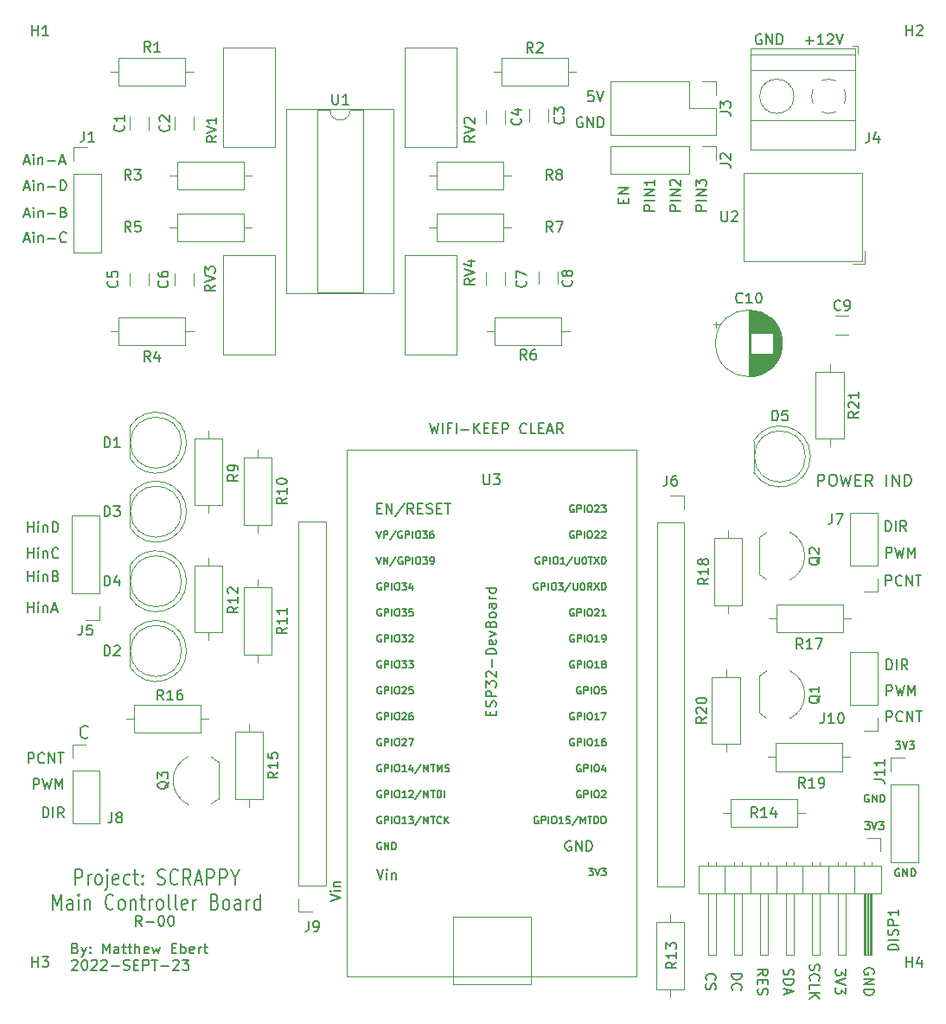
<source format=gbr>
%TF.GenerationSoftware,KiCad,Pcbnew,(6.0.6)*%
%TF.CreationDate,2022-09-23T16:31:56-07:00*%
%TF.ProjectId,SCRAPPY_PCB,53435241-5050-4595-9f50-43422e6b6963,R-0*%
%TF.SameCoordinates,Original*%
%TF.FileFunction,Legend,Top*%
%TF.FilePolarity,Positive*%
%FSLAX46Y46*%
G04 Gerber Fmt 4.6, Leading zero omitted, Abs format (unit mm)*
G04 Created by KiCad (PCBNEW (6.0.6)) date 2022-09-23 16:31:56*
%MOMM*%
%LPD*%
G01*
G04 APERTURE LIST*
%ADD10C,0.150000*%
%ADD11C,0.120000*%
G04 APERTURE END LIST*
D10*
X50085809Y-101036380D02*
X50085809Y-100036380D01*
X50085809Y-100512571D02*
X50657238Y-100512571D01*
X50657238Y-101036380D02*
X50657238Y-100036380D01*
X51133428Y-101036380D02*
X51133428Y-100369714D01*
X51133428Y-100036380D02*
X51085809Y-100084000D01*
X51133428Y-100131619D01*
X51181047Y-100084000D01*
X51133428Y-100036380D01*
X51133428Y-100131619D01*
X51609619Y-100369714D02*
X51609619Y-101036380D01*
X51609619Y-100464952D02*
X51657238Y-100417333D01*
X51752476Y-100369714D01*
X51895333Y-100369714D01*
X51990571Y-100417333D01*
X52038190Y-100512571D01*
X52038190Y-101036380D01*
X53085809Y-100941142D02*
X53038190Y-100988761D01*
X52895333Y-101036380D01*
X52800095Y-101036380D01*
X52657238Y-100988761D01*
X52562000Y-100893523D01*
X52514380Y-100798285D01*
X52466761Y-100607809D01*
X52466761Y-100464952D01*
X52514380Y-100274476D01*
X52562000Y-100179238D01*
X52657238Y-100084000D01*
X52800095Y-100036380D01*
X52895333Y-100036380D01*
X53038190Y-100084000D01*
X53085809Y-100131619D01*
X54740771Y-133024271D02*
X54740771Y-131524271D01*
X55216961Y-131524271D01*
X55336009Y-131595700D01*
X55395533Y-131667128D01*
X55455057Y-131809985D01*
X55455057Y-132024271D01*
X55395533Y-132167128D01*
X55336009Y-132238557D01*
X55216961Y-132309985D01*
X54740771Y-132309985D01*
X55990771Y-133024271D02*
X55990771Y-132024271D01*
X55990771Y-132309985D02*
X56050295Y-132167128D01*
X56109819Y-132095700D01*
X56228866Y-132024271D01*
X56347914Y-132024271D01*
X56943152Y-133024271D02*
X56824104Y-132952842D01*
X56764580Y-132881414D01*
X56705057Y-132738557D01*
X56705057Y-132309985D01*
X56764580Y-132167128D01*
X56824104Y-132095700D01*
X56943152Y-132024271D01*
X57121723Y-132024271D01*
X57240771Y-132095700D01*
X57300295Y-132167128D01*
X57359819Y-132309985D01*
X57359819Y-132738557D01*
X57300295Y-132881414D01*
X57240771Y-132952842D01*
X57121723Y-133024271D01*
X56943152Y-133024271D01*
X57895533Y-132024271D02*
X57895533Y-133309985D01*
X57836009Y-133452842D01*
X57716961Y-133524271D01*
X57657438Y-133524271D01*
X57895533Y-131524271D02*
X57836009Y-131595700D01*
X57895533Y-131667128D01*
X57955057Y-131595700D01*
X57895533Y-131524271D01*
X57895533Y-131667128D01*
X58966961Y-132952842D02*
X58847914Y-133024271D01*
X58609819Y-133024271D01*
X58490771Y-132952842D01*
X58431247Y-132809985D01*
X58431247Y-132238557D01*
X58490771Y-132095700D01*
X58609819Y-132024271D01*
X58847914Y-132024271D01*
X58966961Y-132095700D01*
X59026485Y-132238557D01*
X59026485Y-132381414D01*
X58431247Y-132524271D01*
X60097914Y-132952842D02*
X59978866Y-133024271D01*
X59740771Y-133024271D01*
X59621723Y-132952842D01*
X59562200Y-132881414D01*
X59502676Y-132738557D01*
X59502676Y-132309985D01*
X59562200Y-132167128D01*
X59621723Y-132095700D01*
X59740771Y-132024271D01*
X59978866Y-132024271D01*
X60097914Y-132095700D01*
X60455057Y-132024271D02*
X60931247Y-132024271D01*
X60633628Y-131524271D02*
X60633628Y-132809985D01*
X60693152Y-132952842D01*
X60812200Y-133024271D01*
X60931247Y-133024271D01*
X61347914Y-132881414D02*
X61407438Y-132952842D01*
X61347914Y-133024271D01*
X61288390Y-132952842D01*
X61347914Y-132881414D01*
X61347914Y-133024271D01*
X61347914Y-132095700D02*
X61407438Y-132167128D01*
X61347914Y-132238557D01*
X61288390Y-132167128D01*
X61347914Y-132095700D01*
X61347914Y-132238557D01*
X62836009Y-132952842D02*
X63014580Y-133024271D01*
X63312200Y-133024271D01*
X63431247Y-132952842D01*
X63490771Y-132881414D01*
X63550295Y-132738557D01*
X63550295Y-132595700D01*
X63490771Y-132452842D01*
X63431247Y-132381414D01*
X63312200Y-132309985D01*
X63074104Y-132238557D01*
X62955057Y-132167128D01*
X62895533Y-132095700D01*
X62836009Y-131952842D01*
X62836009Y-131809985D01*
X62895533Y-131667128D01*
X62955057Y-131595700D01*
X63074104Y-131524271D01*
X63371723Y-131524271D01*
X63550295Y-131595700D01*
X64800295Y-132881414D02*
X64740771Y-132952842D01*
X64562200Y-133024271D01*
X64443152Y-133024271D01*
X64264580Y-132952842D01*
X64145533Y-132809985D01*
X64086009Y-132667128D01*
X64026485Y-132381414D01*
X64026485Y-132167128D01*
X64086009Y-131881414D01*
X64145533Y-131738557D01*
X64264580Y-131595700D01*
X64443152Y-131524271D01*
X64562200Y-131524271D01*
X64740771Y-131595700D01*
X64800295Y-131667128D01*
X66050295Y-133024271D02*
X65633628Y-132309985D01*
X65336009Y-133024271D02*
X65336009Y-131524271D01*
X65812200Y-131524271D01*
X65931247Y-131595700D01*
X65990771Y-131667128D01*
X66050295Y-131809985D01*
X66050295Y-132024271D01*
X65990771Y-132167128D01*
X65931247Y-132238557D01*
X65812200Y-132309985D01*
X65336009Y-132309985D01*
X66526485Y-132595700D02*
X67121723Y-132595700D01*
X66407438Y-133024271D02*
X66824104Y-131524271D01*
X67240771Y-133024271D01*
X67657438Y-133024271D02*
X67657438Y-131524271D01*
X68133628Y-131524271D01*
X68252676Y-131595700D01*
X68312200Y-131667128D01*
X68371723Y-131809985D01*
X68371723Y-132024271D01*
X68312200Y-132167128D01*
X68252676Y-132238557D01*
X68133628Y-132309985D01*
X67657438Y-132309985D01*
X68907438Y-133024271D02*
X68907438Y-131524271D01*
X69383628Y-131524271D01*
X69502676Y-131595700D01*
X69562200Y-131667128D01*
X69621723Y-131809985D01*
X69621723Y-132024271D01*
X69562200Y-132167128D01*
X69502676Y-132238557D01*
X69383628Y-132309985D01*
X68907438Y-132309985D01*
X70395533Y-132309985D02*
X70395533Y-133024271D01*
X69978866Y-131524271D02*
X70395533Y-132309985D01*
X70812200Y-131524271D01*
X52538390Y-135439271D02*
X52538390Y-133939271D01*
X52955057Y-135010700D01*
X53371723Y-133939271D01*
X53371723Y-135439271D01*
X54502676Y-135439271D02*
X54502676Y-134653557D01*
X54443152Y-134510700D01*
X54324104Y-134439271D01*
X54086009Y-134439271D01*
X53966961Y-134510700D01*
X54502676Y-135367842D02*
X54383628Y-135439271D01*
X54086009Y-135439271D01*
X53966961Y-135367842D01*
X53907438Y-135224985D01*
X53907438Y-135082128D01*
X53966961Y-134939271D01*
X54086009Y-134867842D01*
X54383628Y-134867842D01*
X54502676Y-134796414D01*
X55097914Y-135439271D02*
X55097914Y-134439271D01*
X55097914Y-133939271D02*
X55038390Y-134010700D01*
X55097914Y-134082128D01*
X55157438Y-134010700D01*
X55097914Y-133939271D01*
X55097914Y-134082128D01*
X55693152Y-134439271D02*
X55693152Y-135439271D01*
X55693152Y-134582128D02*
X55752676Y-134510700D01*
X55871723Y-134439271D01*
X56050295Y-134439271D01*
X56169342Y-134510700D01*
X56228866Y-134653557D01*
X56228866Y-135439271D01*
X58490771Y-135296414D02*
X58431247Y-135367842D01*
X58252676Y-135439271D01*
X58133628Y-135439271D01*
X57955057Y-135367842D01*
X57836009Y-135224985D01*
X57776485Y-135082128D01*
X57716961Y-134796414D01*
X57716961Y-134582128D01*
X57776485Y-134296414D01*
X57836009Y-134153557D01*
X57955057Y-134010700D01*
X58133628Y-133939271D01*
X58252676Y-133939271D01*
X58431247Y-134010700D01*
X58490771Y-134082128D01*
X59205057Y-135439271D02*
X59086009Y-135367842D01*
X59026485Y-135296414D01*
X58966961Y-135153557D01*
X58966961Y-134724985D01*
X59026485Y-134582128D01*
X59086009Y-134510700D01*
X59205057Y-134439271D01*
X59383628Y-134439271D01*
X59502676Y-134510700D01*
X59562200Y-134582128D01*
X59621723Y-134724985D01*
X59621723Y-135153557D01*
X59562200Y-135296414D01*
X59502676Y-135367842D01*
X59383628Y-135439271D01*
X59205057Y-135439271D01*
X60157438Y-134439271D02*
X60157438Y-135439271D01*
X60157438Y-134582128D02*
X60216961Y-134510700D01*
X60336009Y-134439271D01*
X60514580Y-134439271D01*
X60633628Y-134510700D01*
X60693152Y-134653557D01*
X60693152Y-135439271D01*
X61109819Y-134439271D02*
X61586009Y-134439271D01*
X61288390Y-133939271D02*
X61288390Y-135224985D01*
X61347914Y-135367842D01*
X61466961Y-135439271D01*
X61586009Y-135439271D01*
X62002676Y-135439271D02*
X62002676Y-134439271D01*
X62002676Y-134724985D02*
X62062200Y-134582128D01*
X62121723Y-134510700D01*
X62240771Y-134439271D01*
X62359819Y-134439271D01*
X62955057Y-135439271D02*
X62836009Y-135367842D01*
X62776485Y-135296414D01*
X62716961Y-135153557D01*
X62716961Y-134724985D01*
X62776485Y-134582128D01*
X62836009Y-134510700D01*
X62955057Y-134439271D01*
X63133628Y-134439271D01*
X63252676Y-134510700D01*
X63312200Y-134582128D01*
X63371723Y-134724985D01*
X63371723Y-135153557D01*
X63312200Y-135296414D01*
X63252676Y-135367842D01*
X63133628Y-135439271D01*
X62955057Y-135439271D01*
X64086009Y-135439271D02*
X63966961Y-135367842D01*
X63907438Y-135224985D01*
X63907438Y-133939271D01*
X64740771Y-135439271D02*
X64621723Y-135367842D01*
X64562200Y-135224985D01*
X64562200Y-133939271D01*
X65693152Y-135367842D02*
X65574104Y-135439271D01*
X65336009Y-135439271D01*
X65216961Y-135367842D01*
X65157438Y-135224985D01*
X65157438Y-134653557D01*
X65216961Y-134510700D01*
X65336009Y-134439271D01*
X65574104Y-134439271D01*
X65693152Y-134510700D01*
X65752676Y-134653557D01*
X65752676Y-134796414D01*
X65157438Y-134939271D01*
X66288390Y-135439271D02*
X66288390Y-134439271D01*
X66288390Y-134724985D02*
X66347914Y-134582128D01*
X66407438Y-134510700D01*
X66526485Y-134439271D01*
X66645533Y-134439271D01*
X68431247Y-134653557D02*
X68609819Y-134724985D01*
X68669342Y-134796414D01*
X68728866Y-134939271D01*
X68728866Y-135153557D01*
X68669342Y-135296414D01*
X68609819Y-135367842D01*
X68490771Y-135439271D01*
X68014580Y-135439271D01*
X68014580Y-133939271D01*
X68431247Y-133939271D01*
X68550295Y-134010700D01*
X68609819Y-134082128D01*
X68669342Y-134224985D01*
X68669342Y-134367842D01*
X68609819Y-134510700D01*
X68550295Y-134582128D01*
X68431247Y-134653557D01*
X68014580Y-134653557D01*
X69443152Y-135439271D02*
X69324104Y-135367842D01*
X69264580Y-135296414D01*
X69205057Y-135153557D01*
X69205057Y-134724985D01*
X69264580Y-134582128D01*
X69324104Y-134510700D01*
X69443152Y-134439271D01*
X69621723Y-134439271D01*
X69740771Y-134510700D01*
X69800295Y-134582128D01*
X69859819Y-134724985D01*
X69859819Y-135153557D01*
X69800295Y-135296414D01*
X69740771Y-135367842D01*
X69621723Y-135439271D01*
X69443152Y-135439271D01*
X70931247Y-135439271D02*
X70931247Y-134653557D01*
X70871723Y-134510700D01*
X70752676Y-134439271D01*
X70514580Y-134439271D01*
X70395533Y-134510700D01*
X70931247Y-135367842D02*
X70812200Y-135439271D01*
X70514580Y-135439271D01*
X70395533Y-135367842D01*
X70336009Y-135224985D01*
X70336009Y-135082128D01*
X70395533Y-134939271D01*
X70514580Y-134867842D01*
X70812200Y-134867842D01*
X70931247Y-134796414D01*
X71526485Y-135439271D02*
X71526485Y-134439271D01*
X71526485Y-134724985D02*
X71586009Y-134582128D01*
X71645533Y-134510700D01*
X71764580Y-134439271D01*
X71883628Y-134439271D01*
X72836009Y-135439271D02*
X72836009Y-133939271D01*
X72836009Y-135367842D02*
X72716961Y-135439271D01*
X72478866Y-135439271D01*
X72359819Y-135367842D01*
X72300295Y-135296414D01*
X72240771Y-135153557D01*
X72240771Y-134724985D01*
X72300295Y-134582128D01*
X72359819Y-134510700D01*
X72478866Y-134439271D01*
X72716961Y-134439271D01*
X72836009Y-134510700D01*
X126254095Y-50363428D02*
X127016000Y-50363428D01*
X126635047Y-50744380D02*
X126635047Y-49982476D01*
X128016000Y-50744380D02*
X127444571Y-50744380D01*
X127730285Y-50744380D02*
X127730285Y-49744380D01*
X127635047Y-49887238D01*
X127539809Y-49982476D01*
X127444571Y-50030095D01*
X128396952Y-49839619D02*
X128444571Y-49792000D01*
X128539809Y-49744380D01*
X128777904Y-49744380D01*
X128873142Y-49792000D01*
X128920761Y-49839619D01*
X128968380Y-49934857D01*
X128968380Y-50030095D01*
X128920761Y-50172952D01*
X128349333Y-50744380D01*
X128968380Y-50744380D01*
X129254095Y-49744380D02*
X129587428Y-50744380D01*
X129920761Y-49744380D01*
X56012904Y-118556428D02*
X55953380Y-118615952D01*
X55774809Y-118675476D01*
X55655761Y-118675476D01*
X55477190Y-118615952D01*
X55358142Y-118496904D01*
X55298619Y-118377857D01*
X55239095Y-118139761D01*
X55239095Y-117961190D01*
X55298619Y-117723095D01*
X55358142Y-117604047D01*
X55477190Y-117485000D01*
X55655761Y-117425476D01*
X55774809Y-117425476D01*
X55953380Y-117485000D01*
X56012904Y-117544523D01*
X132091228Y-126868685D02*
X132555514Y-126868685D01*
X132305514Y-127154400D01*
X132412657Y-127154400D01*
X132484085Y-127190114D01*
X132519800Y-127225828D01*
X132555514Y-127297257D01*
X132555514Y-127475828D01*
X132519800Y-127547257D01*
X132484085Y-127582971D01*
X132412657Y-127618685D01*
X132198371Y-127618685D01*
X132126942Y-127582971D01*
X132091228Y-127547257D01*
X132769800Y-126868685D02*
X133019800Y-127618685D01*
X133269800Y-126868685D01*
X133448371Y-126868685D02*
X133912657Y-126868685D01*
X133662657Y-127154400D01*
X133769800Y-127154400D01*
X133841228Y-127190114D01*
X133876942Y-127225828D01*
X133912657Y-127297257D01*
X133912657Y-127475828D01*
X133876942Y-127547257D01*
X133841228Y-127582971D01*
X133769800Y-127618685D01*
X133555514Y-127618685D01*
X133484085Y-127582971D01*
X133448371Y-127547257D01*
X132448371Y-124212000D02*
X132376942Y-124176285D01*
X132269800Y-124176285D01*
X132162657Y-124212000D01*
X132091228Y-124283428D01*
X132055514Y-124354857D01*
X132019800Y-124497714D01*
X132019800Y-124604857D01*
X132055514Y-124747714D01*
X132091228Y-124819142D01*
X132162657Y-124890571D01*
X132269800Y-124926285D01*
X132341228Y-124926285D01*
X132448371Y-124890571D01*
X132484085Y-124854857D01*
X132484085Y-124604857D01*
X132341228Y-124604857D01*
X132805514Y-124926285D02*
X132805514Y-124176285D01*
X133234085Y-124926285D01*
X133234085Y-124176285D01*
X133591228Y-124926285D02*
X133591228Y-124176285D01*
X133769800Y-124176285D01*
X133876942Y-124212000D01*
X133948371Y-124283428D01*
X133984085Y-124354857D01*
X134019800Y-124497714D01*
X134019800Y-124604857D01*
X133984085Y-124747714D01*
X133948371Y-124819142D01*
X133876942Y-124890571D01*
X133769800Y-124926285D01*
X133591228Y-124926285D01*
X50149333Y-121102380D02*
X50149333Y-120102380D01*
X50530285Y-120102380D01*
X50625523Y-120150000D01*
X50673142Y-120197619D01*
X50720761Y-120292857D01*
X50720761Y-120435714D01*
X50673142Y-120530952D01*
X50625523Y-120578571D01*
X50530285Y-120626190D01*
X50149333Y-120626190D01*
X51720761Y-121007142D02*
X51673142Y-121054761D01*
X51530285Y-121102380D01*
X51435047Y-121102380D01*
X51292190Y-121054761D01*
X51196952Y-120959523D01*
X51149333Y-120864285D01*
X51101714Y-120673809D01*
X51101714Y-120530952D01*
X51149333Y-120340476D01*
X51196952Y-120245238D01*
X51292190Y-120150000D01*
X51435047Y-120102380D01*
X51530285Y-120102380D01*
X51673142Y-120150000D01*
X51720761Y-120197619D01*
X52149333Y-121102380D02*
X52149333Y-120102380D01*
X52720761Y-121102380D01*
X52720761Y-120102380D01*
X53054095Y-120102380D02*
X53625523Y-120102380D01*
X53339809Y-121102380D02*
X53339809Y-120102380D01*
X126696838Y-140803523D02*
X126649219Y-140946380D01*
X126649219Y-141184476D01*
X126696838Y-141279714D01*
X126744457Y-141327333D01*
X126839695Y-141374952D01*
X126934933Y-141374952D01*
X127030171Y-141327333D01*
X127077790Y-141279714D01*
X127125409Y-141184476D01*
X127173028Y-140994000D01*
X127220647Y-140898761D01*
X127268266Y-140851142D01*
X127363504Y-140803523D01*
X127458742Y-140803523D01*
X127553980Y-140851142D01*
X127601600Y-140898761D01*
X127649219Y-140994000D01*
X127649219Y-141232095D01*
X127601600Y-141374952D01*
X126744457Y-142374952D02*
X126696838Y-142327333D01*
X126649219Y-142184476D01*
X126649219Y-142089238D01*
X126696838Y-141946380D01*
X126792076Y-141851142D01*
X126887314Y-141803523D01*
X127077790Y-141755904D01*
X127220647Y-141755904D01*
X127411123Y-141803523D01*
X127506361Y-141851142D01*
X127601600Y-141946380D01*
X127649219Y-142089238D01*
X127649219Y-142184476D01*
X127601600Y-142327333D01*
X127553980Y-142374952D01*
X126649219Y-143279714D02*
X126649219Y-142803523D01*
X127649219Y-142803523D01*
X126649219Y-143613047D02*
X127649219Y-143613047D01*
X126649219Y-144184476D02*
X127220647Y-143755904D01*
X127649219Y-144184476D02*
X127077790Y-143613047D01*
X124156838Y-141279714D02*
X124109219Y-141422571D01*
X124109219Y-141660666D01*
X124156838Y-141755904D01*
X124204457Y-141803523D01*
X124299695Y-141851142D01*
X124394933Y-141851142D01*
X124490171Y-141803523D01*
X124537790Y-141755904D01*
X124585409Y-141660666D01*
X124633028Y-141470190D01*
X124680647Y-141374952D01*
X124728266Y-141327333D01*
X124823504Y-141279714D01*
X124918742Y-141279714D01*
X125013980Y-141327333D01*
X125061600Y-141374952D01*
X125109219Y-141470190D01*
X125109219Y-141708285D01*
X125061600Y-141851142D01*
X124109219Y-142279714D02*
X125109219Y-142279714D01*
X125109219Y-142517809D01*
X125061600Y-142660666D01*
X124966361Y-142755904D01*
X124871123Y-142803523D01*
X124680647Y-142851142D01*
X124537790Y-142851142D01*
X124347314Y-142803523D01*
X124252076Y-142755904D01*
X124156838Y-142660666D01*
X124109219Y-142517809D01*
X124109219Y-142279714D01*
X124394933Y-143232095D02*
X124394933Y-143708285D01*
X124109219Y-143136857D02*
X125109219Y-143470190D01*
X124109219Y-143803523D01*
X61272895Y-137053580D02*
X60939561Y-136577390D01*
X60701466Y-137053580D02*
X60701466Y-136053580D01*
X61082419Y-136053580D01*
X61177657Y-136101200D01*
X61225276Y-136148819D01*
X61272895Y-136244057D01*
X61272895Y-136386914D01*
X61225276Y-136482152D01*
X61177657Y-136529771D01*
X61082419Y-136577390D01*
X60701466Y-136577390D01*
X61701466Y-136672628D02*
X62463371Y-136672628D01*
X63130038Y-136053580D02*
X63225276Y-136053580D01*
X63320514Y-136101200D01*
X63368133Y-136148819D01*
X63415752Y-136244057D01*
X63463371Y-136434533D01*
X63463371Y-136672628D01*
X63415752Y-136863104D01*
X63368133Y-136958342D01*
X63320514Y-137005961D01*
X63225276Y-137053580D01*
X63130038Y-137053580D01*
X63034800Y-137005961D01*
X62987180Y-136958342D01*
X62939561Y-136863104D01*
X62891942Y-136672628D01*
X62891942Y-136434533D01*
X62939561Y-136244057D01*
X62987180Y-136148819D01*
X63034800Y-136101200D01*
X63130038Y-136053580D01*
X64082419Y-136053580D02*
X64177657Y-136053580D01*
X64272895Y-136101200D01*
X64320514Y-136148819D01*
X64368133Y-136244057D01*
X64415752Y-136434533D01*
X64415752Y-136672628D01*
X64368133Y-136863104D01*
X64320514Y-136958342D01*
X64272895Y-137005961D01*
X64177657Y-137053580D01*
X64082419Y-137053580D01*
X63987180Y-137005961D01*
X63939561Y-136958342D01*
X63891942Y-136863104D01*
X63844323Y-136672628D01*
X63844323Y-136434533D01*
X63891942Y-136244057D01*
X63939561Y-136148819D01*
X63987180Y-136101200D01*
X64082419Y-136053580D01*
X51578000Y-126436380D02*
X51578000Y-125436380D01*
X51816095Y-125436380D01*
X51958952Y-125484000D01*
X52054190Y-125579238D01*
X52101809Y-125674476D01*
X52149428Y-125864952D01*
X52149428Y-126007809D01*
X52101809Y-126198285D01*
X52054190Y-126293523D01*
X51958952Y-126388761D01*
X51816095Y-126436380D01*
X51578000Y-126436380D01*
X52578000Y-126436380D02*
X52578000Y-125436380D01*
X53625619Y-126436380D02*
X53292285Y-125960190D01*
X53054190Y-126436380D02*
X53054190Y-125436380D01*
X53435142Y-125436380D01*
X53530380Y-125484000D01*
X53578000Y-125531619D01*
X53625619Y-125626857D01*
X53625619Y-125769714D01*
X53578000Y-125864952D01*
X53530380Y-125912571D01*
X53435142Y-125960190D01*
X53054190Y-125960190D01*
X49768380Y-67400466D02*
X50244571Y-67400466D01*
X49673142Y-67686180D02*
X50006476Y-66686180D01*
X50339809Y-67686180D01*
X50673142Y-67686180D02*
X50673142Y-67019514D01*
X50673142Y-66686180D02*
X50625523Y-66733800D01*
X50673142Y-66781419D01*
X50720761Y-66733800D01*
X50673142Y-66686180D01*
X50673142Y-66781419D01*
X51149333Y-67019514D02*
X51149333Y-67686180D01*
X51149333Y-67114752D02*
X51196952Y-67067133D01*
X51292190Y-67019514D01*
X51435047Y-67019514D01*
X51530285Y-67067133D01*
X51577904Y-67162371D01*
X51577904Y-67686180D01*
X52054095Y-67305228D02*
X52816000Y-67305228D01*
X53625523Y-67162371D02*
X53768380Y-67209990D01*
X53816000Y-67257609D01*
X53863619Y-67352847D01*
X53863619Y-67495704D01*
X53816000Y-67590942D01*
X53768380Y-67638561D01*
X53673142Y-67686180D01*
X53292190Y-67686180D01*
X53292190Y-66686180D01*
X53625523Y-66686180D01*
X53720761Y-66733800D01*
X53768380Y-66781419D01*
X53816000Y-66876657D01*
X53816000Y-66971895D01*
X53768380Y-67067133D01*
X53720761Y-67114752D01*
X53625523Y-67162371D01*
X53292190Y-67162371D01*
X49763609Y-62218866D02*
X50239800Y-62218866D01*
X49668371Y-62504580D02*
X50001704Y-61504580D01*
X50335038Y-62504580D01*
X50668371Y-62504580D02*
X50668371Y-61837914D01*
X50668371Y-61504580D02*
X50620752Y-61552200D01*
X50668371Y-61599819D01*
X50715990Y-61552200D01*
X50668371Y-61504580D01*
X50668371Y-61599819D01*
X51144561Y-61837914D02*
X51144561Y-62504580D01*
X51144561Y-61933152D02*
X51192180Y-61885533D01*
X51287419Y-61837914D01*
X51430276Y-61837914D01*
X51525514Y-61885533D01*
X51573133Y-61980771D01*
X51573133Y-62504580D01*
X52049323Y-62123628D02*
X52811228Y-62123628D01*
X53239800Y-62218866D02*
X53715990Y-62218866D01*
X53144561Y-62504580D02*
X53477895Y-61504580D01*
X53811228Y-62504580D01*
X116584457Y-142327333D02*
X116536838Y-142279714D01*
X116489219Y-142136857D01*
X116489219Y-142041619D01*
X116536838Y-141898761D01*
X116632076Y-141803523D01*
X116727314Y-141755904D01*
X116917790Y-141708285D01*
X117060647Y-141708285D01*
X117251123Y-141755904D01*
X117346361Y-141803523D01*
X117441600Y-141898761D01*
X117489219Y-142041619D01*
X117489219Y-142136857D01*
X117441600Y-142279714D01*
X117393980Y-142327333D01*
X116536838Y-142708285D02*
X116489219Y-142851142D01*
X116489219Y-143089238D01*
X116536838Y-143184476D01*
X116584457Y-143232095D01*
X116679695Y-143279714D01*
X116774933Y-143279714D01*
X116870171Y-143232095D01*
X116917790Y-143184476D01*
X116965409Y-143089238D01*
X117013028Y-142898761D01*
X117060647Y-142803523D01*
X117108266Y-142755904D01*
X117203504Y-142708285D01*
X117298742Y-142708285D01*
X117393980Y-142755904D01*
X117441600Y-142803523D01*
X117489219Y-142898761D01*
X117489219Y-143136857D01*
X117441600Y-143279714D01*
X79716380Y-134627809D02*
X80716380Y-134294476D01*
X79716380Y-133961142D01*
X80716380Y-133627809D02*
X80049714Y-133627809D01*
X79716380Y-133627809D02*
X79764000Y-133675428D01*
X79811619Y-133627809D01*
X79764000Y-133580190D01*
X79716380Y-133627809D01*
X79811619Y-133627809D01*
X80049714Y-133151619D02*
X80716380Y-133151619D01*
X80144952Y-133151619D02*
X80097333Y-133104000D01*
X80049714Y-133008761D01*
X80049714Y-132865904D01*
X80097333Y-132770666D01*
X80192571Y-132723047D01*
X80716380Y-132723047D01*
X134129638Y-100985580D02*
X134129638Y-99985580D01*
X134510590Y-99985580D01*
X134605828Y-100033200D01*
X134653447Y-100080819D01*
X134701066Y-100176057D01*
X134701066Y-100318914D01*
X134653447Y-100414152D01*
X134605828Y-100461771D01*
X134510590Y-100509390D01*
X134129638Y-100509390D01*
X135034400Y-99985580D02*
X135272495Y-100985580D01*
X135462971Y-100271295D01*
X135653447Y-100985580D01*
X135891542Y-99985580D01*
X136272495Y-100985580D02*
X136272495Y-99985580D01*
X136605828Y-100699866D01*
X136939161Y-99985580D01*
X136939161Y-100985580D01*
X50085809Y-103322380D02*
X50085809Y-102322380D01*
X50085809Y-102798571D02*
X50657238Y-102798571D01*
X50657238Y-103322380D02*
X50657238Y-102322380D01*
X51133428Y-103322380D02*
X51133428Y-102655714D01*
X51133428Y-102322380D02*
X51085809Y-102370000D01*
X51133428Y-102417619D01*
X51181047Y-102370000D01*
X51133428Y-102322380D01*
X51133428Y-102417619D01*
X51609619Y-102655714D02*
X51609619Y-103322380D01*
X51609619Y-102750952D02*
X51657238Y-102703333D01*
X51752476Y-102655714D01*
X51895333Y-102655714D01*
X51990571Y-102703333D01*
X52038190Y-102798571D01*
X52038190Y-103322380D01*
X52847714Y-102798571D02*
X52990571Y-102846190D01*
X53038190Y-102893809D01*
X53085809Y-102989047D01*
X53085809Y-103131904D01*
X53038190Y-103227142D01*
X52990571Y-103274761D01*
X52895333Y-103322380D01*
X52514380Y-103322380D01*
X52514380Y-102322380D01*
X52847714Y-102322380D01*
X52942952Y-102370000D01*
X52990571Y-102417619D01*
X53038190Y-102512857D01*
X53038190Y-102608095D01*
X52990571Y-102703333D01*
X52942952Y-102750952D01*
X52847714Y-102798571D01*
X52514380Y-102798571D01*
X111450380Y-67032000D02*
X110450380Y-67032000D01*
X110450380Y-66651047D01*
X110498000Y-66555809D01*
X110545619Y-66508190D01*
X110640857Y-66460571D01*
X110783714Y-66460571D01*
X110878952Y-66508190D01*
X110926571Y-66555809D01*
X110974190Y-66651047D01*
X110974190Y-67032000D01*
X111450380Y-66032000D02*
X110450380Y-66032000D01*
X111450380Y-65555809D02*
X110450380Y-65555809D01*
X111450380Y-64984380D01*
X110450380Y-64984380D01*
X111450380Y-63984380D02*
X111450380Y-64555809D01*
X111450380Y-64270095D02*
X110450380Y-64270095D01*
X110593238Y-64365333D01*
X110688476Y-64460571D01*
X110736095Y-64555809D01*
X134121733Y-103728780D02*
X134121733Y-102728780D01*
X134502685Y-102728780D01*
X134597923Y-102776400D01*
X134645542Y-102824019D01*
X134693161Y-102919257D01*
X134693161Y-103062114D01*
X134645542Y-103157352D01*
X134597923Y-103204971D01*
X134502685Y-103252590D01*
X134121733Y-103252590D01*
X135693161Y-103633542D02*
X135645542Y-103681161D01*
X135502685Y-103728780D01*
X135407447Y-103728780D01*
X135264590Y-103681161D01*
X135169352Y-103585923D01*
X135121733Y-103490685D01*
X135074114Y-103300209D01*
X135074114Y-103157352D01*
X135121733Y-102966876D01*
X135169352Y-102871638D01*
X135264590Y-102776400D01*
X135407447Y-102728780D01*
X135502685Y-102728780D01*
X135645542Y-102776400D01*
X135693161Y-102824019D01*
X136121733Y-103728780D02*
X136121733Y-102728780D01*
X136693161Y-103728780D01*
X136693161Y-102728780D01*
X137026495Y-102728780D02*
X137597923Y-102728780D01*
X137312209Y-103728780D02*
X137312209Y-102728780D01*
X121920095Y-49792000D02*
X121824857Y-49744380D01*
X121682000Y-49744380D01*
X121539142Y-49792000D01*
X121443904Y-49887238D01*
X121396285Y-49982476D01*
X121348666Y-50172952D01*
X121348666Y-50315809D01*
X121396285Y-50506285D01*
X121443904Y-50601523D01*
X121539142Y-50696761D01*
X121682000Y-50744380D01*
X121777238Y-50744380D01*
X121920095Y-50696761D01*
X121967714Y-50649142D01*
X121967714Y-50315809D01*
X121777238Y-50315809D01*
X122396285Y-50744380D02*
X122396285Y-49744380D01*
X122967714Y-50744380D01*
X122967714Y-49744380D01*
X123443904Y-50744380D02*
X123443904Y-49744380D01*
X123682000Y-49744380D01*
X123824857Y-49792000D01*
X123920095Y-49887238D01*
X123967714Y-49982476D01*
X124015333Y-50172952D01*
X124015333Y-50315809D01*
X123967714Y-50506285D01*
X123920095Y-50601523D01*
X123824857Y-50696761D01*
X123682000Y-50744380D01*
X123443904Y-50744380D01*
X134077200Y-98394780D02*
X134077200Y-97394780D01*
X134315295Y-97394780D01*
X134458152Y-97442400D01*
X134553390Y-97537638D01*
X134601009Y-97632876D01*
X134648628Y-97823352D01*
X134648628Y-97966209D01*
X134601009Y-98156685D01*
X134553390Y-98251923D01*
X134458152Y-98347161D01*
X134315295Y-98394780D01*
X134077200Y-98394780D01*
X135077200Y-98394780D02*
X135077200Y-97394780D01*
X136124819Y-98394780D02*
X135791485Y-97918590D01*
X135553390Y-98394780D02*
X135553390Y-97394780D01*
X135934342Y-97394780D01*
X136029580Y-97442400D01*
X136077200Y-97490019D01*
X136124819Y-97585257D01*
X136124819Y-97728114D01*
X136077200Y-97823352D01*
X136029580Y-97870971D01*
X135934342Y-97918590D01*
X135553390Y-97918590D01*
X108437371Y-66270095D02*
X108437371Y-65936761D01*
X108961180Y-65793904D02*
X108961180Y-66270095D01*
X107961180Y-66270095D01*
X107961180Y-65793904D01*
X108961180Y-65365333D02*
X107961180Y-65365333D01*
X108961180Y-64793904D01*
X107961180Y-64793904D01*
X134178800Y-111958380D02*
X134178800Y-110958380D01*
X134416895Y-110958380D01*
X134559752Y-111006000D01*
X134654990Y-111101238D01*
X134702609Y-111196476D01*
X134750228Y-111386952D01*
X134750228Y-111529809D01*
X134702609Y-111720285D01*
X134654990Y-111815523D01*
X134559752Y-111910761D01*
X134416895Y-111958380D01*
X134178800Y-111958380D01*
X135178800Y-111958380D02*
X135178800Y-110958380D01*
X136226419Y-111958380D02*
X135893085Y-111482190D01*
X135654990Y-111958380D02*
X135654990Y-110958380D01*
X136035942Y-110958380D01*
X136131180Y-111006000D01*
X136178800Y-111053619D01*
X136226419Y-111148857D01*
X136226419Y-111291714D01*
X136178800Y-111386952D01*
X136131180Y-111434571D01*
X136035942Y-111482190D01*
X135654990Y-111482190D01*
X89488190Y-87844380D02*
X89726285Y-88844380D01*
X89916761Y-88130095D01*
X90107238Y-88844380D01*
X90345333Y-87844380D01*
X90726285Y-88844380D02*
X90726285Y-87844380D01*
X91535809Y-88320571D02*
X91202476Y-88320571D01*
X91202476Y-88844380D02*
X91202476Y-87844380D01*
X91678666Y-87844380D01*
X92059619Y-88844380D02*
X92059619Y-87844380D01*
X92535809Y-88463428D02*
X93297714Y-88463428D01*
X93773904Y-88844380D02*
X93773904Y-87844380D01*
X94345333Y-88844380D02*
X93916761Y-88272952D01*
X94345333Y-87844380D02*
X93773904Y-88415809D01*
X94773904Y-88320571D02*
X95107238Y-88320571D01*
X95250095Y-88844380D02*
X94773904Y-88844380D01*
X94773904Y-87844380D01*
X95250095Y-87844380D01*
X95678666Y-88320571D02*
X96012000Y-88320571D01*
X96154857Y-88844380D02*
X95678666Y-88844380D01*
X95678666Y-87844380D01*
X96154857Y-87844380D01*
X96583428Y-88844380D02*
X96583428Y-87844380D01*
X96964380Y-87844380D01*
X97059619Y-87892000D01*
X97107238Y-87939619D01*
X97154857Y-88034857D01*
X97154857Y-88177714D01*
X97107238Y-88272952D01*
X97059619Y-88320571D01*
X96964380Y-88368190D01*
X96583428Y-88368190D01*
X98916761Y-88749142D02*
X98869142Y-88796761D01*
X98726285Y-88844380D01*
X98631047Y-88844380D01*
X98488190Y-88796761D01*
X98392952Y-88701523D01*
X98345333Y-88606285D01*
X98297714Y-88415809D01*
X98297714Y-88272952D01*
X98345333Y-88082476D01*
X98392952Y-87987238D01*
X98488190Y-87892000D01*
X98631047Y-87844380D01*
X98726285Y-87844380D01*
X98869142Y-87892000D01*
X98916761Y-87939619D01*
X99821523Y-88844380D02*
X99345333Y-88844380D01*
X99345333Y-87844380D01*
X100154857Y-88320571D02*
X100488190Y-88320571D01*
X100631047Y-88844380D02*
X100154857Y-88844380D01*
X100154857Y-87844380D01*
X100631047Y-87844380D01*
X101012000Y-88558666D02*
X101488190Y-88558666D01*
X100916761Y-88844380D02*
X101250095Y-87844380D01*
X101583428Y-88844380D01*
X102488190Y-88844380D02*
X102154857Y-88368190D01*
X101916761Y-88844380D02*
X101916761Y-87844380D01*
X102297714Y-87844380D01*
X102392952Y-87892000D01*
X102440571Y-87939619D01*
X102488190Y-88034857D01*
X102488190Y-88177714D01*
X102440571Y-88272952D01*
X102392952Y-88320571D01*
X102297714Y-88368190D01*
X101916761Y-88368190D01*
X49768380Y-64758866D02*
X50244571Y-64758866D01*
X49673142Y-65044580D02*
X50006476Y-64044580D01*
X50339809Y-65044580D01*
X50673142Y-65044580D02*
X50673142Y-64377914D01*
X50673142Y-64044580D02*
X50625523Y-64092200D01*
X50673142Y-64139819D01*
X50720761Y-64092200D01*
X50673142Y-64044580D01*
X50673142Y-64139819D01*
X51149333Y-64377914D02*
X51149333Y-65044580D01*
X51149333Y-64473152D02*
X51196952Y-64425533D01*
X51292190Y-64377914D01*
X51435047Y-64377914D01*
X51530285Y-64425533D01*
X51577904Y-64520771D01*
X51577904Y-65044580D01*
X52054095Y-64663628D02*
X52816000Y-64663628D01*
X53292190Y-65044580D02*
X53292190Y-64044580D01*
X53530285Y-64044580D01*
X53673142Y-64092200D01*
X53768380Y-64187438D01*
X53816000Y-64282676D01*
X53863619Y-64473152D01*
X53863619Y-64616009D01*
X53816000Y-64806485D01*
X53768380Y-64901723D01*
X53673142Y-64996961D01*
X53530285Y-65044580D01*
X53292190Y-65044580D01*
X119029219Y-141732095D02*
X120029219Y-141732095D01*
X120029219Y-141970190D01*
X119981600Y-142113047D01*
X119886361Y-142208285D01*
X119791123Y-142255904D01*
X119600647Y-142303523D01*
X119457790Y-142303523D01*
X119267314Y-142255904D01*
X119172076Y-142208285D01*
X119076838Y-142113047D01*
X119029219Y-141970190D01*
X119029219Y-141732095D01*
X119124457Y-143303523D02*
X119076838Y-143255904D01*
X119029219Y-143113047D01*
X119029219Y-143017809D01*
X119076838Y-142874952D01*
X119172076Y-142779714D01*
X119267314Y-142732095D01*
X119457790Y-142684476D01*
X119600647Y-142684476D01*
X119791123Y-142732095D01*
X119886361Y-142779714D01*
X119981600Y-142874952D01*
X120029219Y-143017809D01*
X120029219Y-143113047D01*
X119981600Y-143255904D01*
X119933980Y-143303523D01*
X134180438Y-114498380D02*
X134180438Y-113498380D01*
X134561390Y-113498380D01*
X134656628Y-113546000D01*
X134704247Y-113593619D01*
X134751866Y-113688857D01*
X134751866Y-113831714D01*
X134704247Y-113926952D01*
X134656628Y-113974571D01*
X134561390Y-114022190D01*
X134180438Y-114022190D01*
X135085200Y-113498380D02*
X135323295Y-114498380D01*
X135513771Y-113784095D01*
X135704247Y-114498380D01*
X135942342Y-113498380D01*
X136323295Y-114498380D02*
X136323295Y-113498380D01*
X136656628Y-114212666D01*
X136989961Y-113498380D01*
X136989961Y-114498380D01*
X132935600Y-141732095D02*
X132983219Y-141636857D01*
X132983219Y-141494000D01*
X132935600Y-141351142D01*
X132840361Y-141255904D01*
X132745123Y-141208285D01*
X132554647Y-141160666D01*
X132411790Y-141160666D01*
X132221314Y-141208285D01*
X132126076Y-141255904D01*
X132030838Y-141351142D01*
X131983219Y-141494000D01*
X131983219Y-141589238D01*
X132030838Y-141732095D01*
X132078457Y-141779714D01*
X132411790Y-141779714D01*
X132411790Y-141589238D01*
X131983219Y-142208285D02*
X132983219Y-142208285D01*
X131983219Y-142779714D01*
X132983219Y-142779714D01*
X131983219Y-143255904D02*
X132983219Y-143255904D01*
X132983219Y-143494000D01*
X132935600Y-143636857D01*
X132840361Y-143732095D01*
X132745123Y-143779714D01*
X132554647Y-143827333D01*
X132411790Y-143827333D01*
X132221314Y-143779714D01*
X132126076Y-143732095D01*
X132030838Y-143636857D01*
X131983219Y-143494000D01*
X131983219Y-143255904D01*
X130189219Y-141255904D02*
X130189219Y-141874952D01*
X129808266Y-141541619D01*
X129808266Y-141684476D01*
X129760647Y-141779714D01*
X129713028Y-141827333D01*
X129617790Y-141874952D01*
X129379695Y-141874952D01*
X129284457Y-141827333D01*
X129236838Y-141779714D01*
X129189219Y-141684476D01*
X129189219Y-141398761D01*
X129236838Y-141303523D01*
X129284457Y-141255904D01*
X130189219Y-142160666D02*
X129189219Y-142494000D01*
X130189219Y-142827333D01*
X130189219Y-143065428D02*
X130189219Y-143684476D01*
X129808266Y-143351142D01*
X129808266Y-143494000D01*
X129760647Y-143589238D01*
X129713028Y-143636857D01*
X129617790Y-143684476D01*
X129379695Y-143684476D01*
X129284457Y-143636857D01*
X129236838Y-143589238D01*
X129189219Y-143494000D01*
X129189219Y-143208285D01*
X129236838Y-143113047D01*
X129284457Y-143065428D01*
X50085809Y-98496380D02*
X50085809Y-97496380D01*
X50085809Y-97972571D02*
X50657238Y-97972571D01*
X50657238Y-98496380D02*
X50657238Y-97496380D01*
X51133428Y-98496380D02*
X51133428Y-97829714D01*
X51133428Y-97496380D02*
X51085809Y-97544000D01*
X51133428Y-97591619D01*
X51181047Y-97544000D01*
X51133428Y-97496380D01*
X51133428Y-97591619D01*
X51609619Y-97829714D02*
X51609619Y-98496380D01*
X51609619Y-97924952D02*
X51657238Y-97877333D01*
X51752476Y-97829714D01*
X51895333Y-97829714D01*
X51990571Y-97877333D01*
X52038190Y-97972571D01*
X52038190Y-98496380D01*
X52514380Y-98496380D02*
X52514380Y-97496380D01*
X52752476Y-97496380D01*
X52895333Y-97544000D01*
X52990571Y-97639238D01*
X53038190Y-97734476D01*
X53085809Y-97924952D01*
X53085809Y-98067809D01*
X53038190Y-98258285D01*
X52990571Y-98353523D01*
X52895333Y-98448761D01*
X52752476Y-98496380D01*
X52514380Y-98496380D01*
X121569219Y-141874952D02*
X122045409Y-141541619D01*
X121569219Y-141303523D02*
X122569219Y-141303523D01*
X122569219Y-141684476D01*
X122521600Y-141779714D01*
X122473980Y-141827333D01*
X122378742Y-141874952D01*
X122235885Y-141874952D01*
X122140647Y-141827333D01*
X122093028Y-141779714D01*
X122045409Y-141684476D01*
X122045409Y-141303523D01*
X122093028Y-142303523D02*
X122093028Y-142636857D01*
X121569219Y-142779714D02*
X121569219Y-142303523D01*
X122569219Y-142303523D01*
X122569219Y-142779714D01*
X121616838Y-143160666D02*
X121569219Y-143303523D01*
X121569219Y-143541619D01*
X121616838Y-143636857D01*
X121664457Y-143684476D01*
X121759695Y-143732095D01*
X121854933Y-143732095D01*
X121950171Y-143684476D01*
X121997790Y-143636857D01*
X122045409Y-143541619D01*
X122093028Y-143351142D01*
X122140647Y-143255904D01*
X122188266Y-143208285D01*
X122283504Y-143160666D01*
X122378742Y-143160666D01*
X122473980Y-143208285D01*
X122521600Y-143255904D01*
X122569219Y-143351142D01*
X122569219Y-143589238D01*
X122521600Y-143732095D01*
X127458561Y-93992238D02*
X127458561Y-92842238D01*
X127896657Y-92842238D01*
X128006180Y-92897000D01*
X128060942Y-92951761D01*
X128115704Y-93061285D01*
X128115704Y-93225571D01*
X128060942Y-93335095D01*
X128006180Y-93389857D01*
X127896657Y-93444619D01*
X127458561Y-93444619D01*
X128827609Y-92842238D02*
X129046657Y-92842238D01*
X129156180Y-92897000D01*
X129265704Y-93006523D01*
X129320466Y-93225571D01*
X129320466Y-93608904D01*
X129265704Y-93827952D01*
X129156180Y-93937476D01*
X129046657Y-93992238D01*
X128827609Y-93992238D01*
X128718085Y-93937476D01*
X128608561Y-93827952D01*
X128553800Y-93608904D01*
X128553800Y-93225571D01*
X128608561Y-93006523D01*
X128718085Y-92897000D01*
X128827609Y-92842238D01*
X129703800Y-92842238D02*
X129977609Y-93992238D01*
X130196657Y-93170809D01*
X130415704Y-93992238D01*
X130689514Y-92842238D01*
X131127609Y-93389857D02*
X131510942Y-93389857D01*
X131675228Y-93992238D02*
X131127609Y-93992238D01*
X131127609Y-92842238D01*
X131675228Y-92842238D01*
X132825228Y-93992238D02*
X132441895Y-93444619D01*
X132168085Y-93992238D02*
X132168085Y-92842238D01*
X132606180Y-92842238D01*
X132715704Y-92897000D01*
X132770466Y-92951761D01*
X132825228Y-93061285D01*
X132825228Y-93225571D01*
X132770466Y-93335095D01*
X132715704Y-93389857D01*
X132606180Y-93444619D01*
X132168085Y-93444619D01*
X134194276Y-93992238D02*
X134194276Y-92842238D01*
X134741895Y-93992238D02*
X134741895Y-92842238D01*
X135399038Y-93992238D01*
X135399038Y-92842238D01*
X135946657Y-93992238D02*
X135946657Y-92842238D01*
X136220466Y-92842238D01*
X136384752Y-92897000D01*
X136494276Y-93006523D01*
X136549038Y-93116047D01*
X136603800Y-93335095D01*
X136603800Y-93499380D01*
X136549038Y-93718428D01*
X136494276Y-93827952D01*
X136384752Y-93937476D01*
X136220466Y-93992238D01*
X135946657Y-93992238D01*
X116530380Y-67032000D02*
X115530380Y-67032000D01*
X115530380Y-66651047D01*
X115578000Y-66555809D01*
X115625619Y-66508190D01*
X115720857Y-66460571D01*
X115863714Y-66460571D01*
X115958952Y-66508190D01*
X116006571Y-66555809D01*
X116054190Y-66651047D01*
X116054190Y-67032000D01*
X116530380Y-66032000D02*
X115530380Y-66032000D01*
X116530380Y-65555809D02*
X115530380Y-65555809D01*
X116530380Y-64984380D01*
X115530380Y-64984380D01*
X115530380Y-64603428D02*
X115530380Y-63984380D01*
X115911333Y-64317714D01*
X115911333Y-64174857D01*
X115958952Y-64079619D01*
X116006571Y-64032000D01*
X116101809Y-63984380D01*
X116339904Y-63984380D01*
X116435142Y-64032000D01*
X116482761Y-64079619D01*
X116530380Y-64174857D01*
X116530380Y-64460571D01*
X116482761Y-64555809D01*
X116435142Y-64603428D01*
X50081038Y-106370380D02*
X50081038Y-105370380D01*
X50081038Y-105846571D02*
X50652466Y-105846571D01*
X50652466Y-106370380D02*
X50652466Y-105370380D01*
X51128657Y-106370380D02*
X51128657Y-105703714D01*
X51128657Y-105370380D02*
X51081038Y-105418000D01*
X51128657Y-105465619D01*
X51176276Y-105418000D01*
X51128657Y-105370380D01*
X51128657Y-105465619D01*
X51604847Y-105703714D02*
X51604847Y-106370380D01*
X51604847Y-105798952D02*
X51652466Y-105751333D01*
X51747704Y-105703714D01*
X51890561Y-105703714D01*
X51985800Y-105751333D01*
X52033419Y-105846571D01*
X52033419Y-106370380D01*
X52461990Y-106084666D02*
X52938180Y-106084666D01*
X52366752Y-106370380D02*
X52700085Y-105370380D01*
X53033419Y-106370380D01*
X105473523Y-55332380D02*
X104997333Y-55332380D01*
X104949714Y-55808571D01*
X104997333Y-55760952D01*
X105092571Y-55713333D01*
X105330666Y-55713333D01*
X105425904Y-55760952D01*
X105473523Y-55808571D01*
X105521142Y-55903809D01*
X105521142Y-56141904D01*
X105473523Y-56237142D01*
X105425904Y-56284761D01*
X105330666Y-56332380D01*
X105092571Y-56332380D01*
X104997333Y-56284761D01*
X104949714Y-56237142D01*
X105806857Y-55332380D02*
X106140190Y-56332380D01*
X106473523Y-55332380D01*
X135445571Y-131476400D02*
X135374142Y-131440685D01*
X135267000Y-131440685D01*
X135159857Y-131476400D01*
X135088428Y-131547828D01*
X135052714Y-131619257D01*
X135017000Y-131762114D01*
X135017000Y-131869257D01*
X135052714Y-132012114D01*
X135088428Y-132083542D01*
X135159857Y-132154971D01*
X135267000Y-132190685D01*
X135338428Y-132190685D01*
X135445571Y-132154971D01*
X135481285Y-132119257D01*
X135481285Y-131869257D01*
X135338428Y-131869257D01*
X135802714Y-132190685D02*
X135802714Y-131440685D01*
X136231285Y-132190685D01*
X136231285Y-131440685D01*
X136588428Y-132190685D02*
X136588428Y-131440685D01*
X136767000Y-131440685D01*
X136874142Y-131476400D01*
X136945571Y-131547828D01*
X136981285Y-131619257D01*
X137017000Y-131762114D01*
X137017000Y-131869257D01*
X136981285Y-132012114D01*
X136945571Y-132083542D01*
X136874142Y-132154971D01*
X136767000Y-132190685D01*
X136588428Y-132190685D01*
X113990380Y-67032000D02*
X112990380Y-67032000D01*
X112990380Y-66651047D01*
X113038000Y-66555809D01*
X113085619Y-66508190D01*
X113180857Y-66460571D01*
X113323714Y-66460571D01*
X113418952Y-66508190D01*
X113466571Y-66555809D01*
X113514190Y-66651047D01*
X113514190Y-67032000D01*
X113990380Y-66032000D02*
X112990380Y-66032000D01*
X113990380Y-65555809D02*
X112990380Y-65555809D01*
X113990380Y-64984380D01*
X112990380Y-64984380D01*
X113085619Y-64555809D02*
X113038000Y-64508190D01*
X112990380Y-64412952D01*
X112990380Y-64174857D01*
X113038000Y-64079619D01*
X113085619Y-64032000D01*
X113180857Y-63984380D01*
X113276095Y-63984380D01*
X113418952Y-64032000D01*
X113990380Y-64603428D01*
X113990380Y-63984380D01*
X54432914Y-140466819D02*
X54480533Y-140419200D01*
X54575771Y-140371580D01*
X54813866Y-140371580D01*
X54909104Y-140419200D01*
X54956723Y-140466819D01*
X55004342Y-140562057D01*
X55004342Y-140657295D01*
X54956723Y-140800152D01*
X54385295Y-141371580D01*
X55004342Y-141371580D01*
X55623390Y-140371580D02*
X55718628Y-140371580D01*
X55813866Y-140419200D01*
X55861485Y-140466819D01*
X55909104Y-140562057D01*
X55956723Y-140752533D01*
X55956723Y-140990628D01*
X55909104Y-141181104D01*
X55861485Y-141276342D01*
X55813866Y-141323961D01*
X55718628Y-141371580D01*
X55623390Y-141371580D01*
X55528152Y-141323961D01*
X55480533Y-141276342D01*
X55432914Y-141181104D01*
X55385295Y-140990628D01*
X55385295Y-140752533D01*
X55432914Y-140562057D01*
X55480533Y-140466819D01*
X55528152Y-140419200D01*
X55623390Y-140371580D01*
X56337676Y-140466819D02*
X56385295Y-140419200D01*
X56480533Y-140371580D01*
X56718628Y-140371580D01*
X56813866Y-140419200D01*
X56861485Y-140466819D01*
X56909104Y-140562057D01*
X56909104Y-140657295D01*
X56861485Y-140800152D01*
X56290057Y-141371580D01*
X56909104Y-141371580D01*
X57290057Y-140466819D02*
X57337676Y-140419200D01*
X57432914Y-140371580D01*
X57671009Y-140371580D01*
X57766247Y-140419200D01*
X57813866Y-140466819D01*
X57861485Y-140562057D01*
X57861485Y-140657295D01*
X57813866Y-140800152D01*
X57242438Y-141371580D01*
X57861485Y-141371580D01*
X58290057Y-140990628D02*
X59051961Y-140990628D01*
X59480533Y-141323961D02*
X59623390Y-141371580D01*
X59861485Y-141371580D01*
X59956723Y-141323961D01*
X60004342Y-141276342D01*
X60051961Y-141181104D01*
X60051961Y-141085866D01*
X60004342Y-140990628D01*
X59956723Y-140943009D01*
X59861485Y-140895390D01*
X59671009Y-140847771D01*
X59575771Y-140800152D01*
X59528152Y-140752533D01*
X59480533Y-140657295D01*
X59480533Y-140562057D01*
X59528152Y-140466819D01*
X59575771Y-140419200D01*
X59671009Y-140371580D01*
X59909104Y-140371580D01*
X60051961Y-140419200D01*
X60480533Y-140847771D02*
X60813866Y-140847771D01*
X60956723Y-141371580D02*
X60480533Y-141371580D01*
X60480533Y-140371580D01*
X60956723Y-140371580D01*
X61385295Y-141371580D02*
X61385295Y-140371580D01*
X61766247Y-140371580D01*
X61861485Y-140419200D01*
X61909104Y-140466819D01*
X61956723Y-140562057D01*
X61956723Y-140704914D01*
X61909104Y-140800152D01*
X61861485Y-140847771D01*
X61766247Y-140895390D01*
X61385295Y-140895390D01*
X62242438Y-140371580D02*
X62813866Y-140371580D01*
X62528152Y-141371580D02*
X62528152Y-140371580D01*
X63147200Y-140990628D02*
X63909104Y-140990628D01*
X64337676Y-140466819D02*
X64385295Y-140419200D01*
X64480533Y-140371580D01*
X64718628Y-140371580D01*
X64813866Y-140419200D01*
X64861485Y-140466819D01*
X64909104Y-140562057D01*
X64909104Y-140657295D01*
X64861485Y-140800152D01*
X64290057Y-141371580D01*
X64909104Y-141371580D01*
X65242438Y-140371580D02*
X65861485Y-140371580D01*
X65528152Y-140752533D01*
X65671009Y-140752533D01*
X65766247Y-140800152D01*
X65813866Y-140847771D01*
X65861485Y-140943009D01*
X65861485Y-141181104D01*
X65813866Y-141276342D01*
X65766247Y-141323961D01*
X65671009Y-141371580D01*
X65385295Y-141371580D01*
X65290057Y-141323961D01*
X65242438Y-141276342D01*
X134172533Y-117038380D02*
X134172533Y-116038380D01*
X134553485Y-116038380D01*
X134648723Y-116086000D01*
X134696342Y-116133619D01*
X134743961Y-116228857D01*
X134743961Y-116371714D01*
X134696342Y-116466952D01*
X134648723Y-116514571D01*
X134553485Y-116562190D01*
X134172533Y-116562190D01*
X135743961Y-116943142D02*
X135696342Y-116990761D01*
X135553485Y-117038380D01*
X135458247Y-117038380D01*
X135315390Y-116990761D01*
X135220152Y-116895523D01*
X135172533Y-116800285D01*
X135124914Y-116609809D01*
X135124914Y-116466952D01*
X135172533Y-116276476D01*
X135220152Y-116181238D01*
X135315390Y-116086000D01*
X135458247Y-116038380D01*
X135553485Y-116038380D01*
X135696342Y-116086000D01*
X135743961Y-116133619D01*
X136172533Y-117038380D02*
X136172533Y-116038380D01*
X136743961Y-117038380D01*
X136743961Y-116038380D01*
X137077295Y-116038380D02*
X137648723Y-116038380D01*
X137363009Y-117038380D02*
X137363009Y-116038380D01*
X104394095Y-57920000D02*
X104298857Y-57872380D01*
X104156000Y-57872380D01*
X104013142Y-57920000D01*
X103917904Y-58015238D01*
X103870285Y-58110476D01*
X103822666Y-58300952D01*
X103822666Y-58443809D01*
X103870285Y-58634285D01*
X103917904Y-58729523D01*
X104013142Y-58824761D01*
X104156000Y-58872380D01*
X104251238Y-58872380D01*
X104394095Y-58824761D01*
X104441714Y-58777142D01*
X104441714Y-58443809D01*
X104251238Y-58443809D01*
X104870285Y-58872380D02*
X104870285Y-57872380D01*
X105441714Y-58872380D01*
X105441714Y-57872380D01*
X105917904Y-58872380D02*
X105917904Y-57872380D01*
X106156000Y-57872380D01*
X106298857Y-57920000D01*
X106394095Y-58015238D01*
X106441714Y-58110476D01*
X106489333Y-58300952D01*
X106489333Y-58443809D01*
X106441714Y-58634285D01*
X106394095Y-58729523D01*
X106298857Y-58824761D01*
X106156000Y-58872380D01*
X105917904Y-58872380D01*
X50665238Y-123642380D02*
X50665238Y-122642380D01*
X51046190Y-122642380D01*
X51141428Y-122690000D01*
X51189047Y-122737619D01*
X51236666Y-122832857D01*
X51236666Y-122975714D01*
X51189047Y-123070952D01*
X51141428Y-123118571D01*
X51046190Y-123166190D01*
X50665238Y-123166190D01*
X51570000Y-122642380D02*
X51808095Y-123642380D01*
X51998571Y-122928095D01*
X52189047Y-123642380D01*
X52427142Y-122642380D01*
X52808095Y-123642380D02*
X52808095Y-122642380D01*
X53141428Y-123356666D01*
X53474761Y-122642380D01*
X53474761Y-123642380D01*
X49768380Y-69838866D02*
X50244571Y-69838866D01*
X49673142Y-70124580D02*
X50006476Y-69124580D01*
X50339809Y-70124580D01*
X50673142Y-70124580D02*
X50673142Y-69457914D01*
X50673142Y-69124580D02*
X50625523Y-69172200D01*
X50673142Y-69219819D01*
X50720761Y-69172200D01*
X50673142Y-69124580D01*
X50673142Y-69219819D01*
X51149333Y-69457914D02*
X51149333Y-70124580D01*
X51149333Y-69553152D02*
X51196952Y-69505533D01*
X51292190Y-69457914D01*
X51435047Y-69457914D01*
X51530285Y-69505533D01*
X51577904Y-69600771D01*
X51577904Y-70124580D01*
X52054095Y-69743628D02*
X52816000Y-69743628D01*
X53863619Y-70029342D02*
X53816000Y-70076961D01*
X53673142Y-70124580D01*
X53577904Y-70124580D01*
X53435047Y-70076961D01*
X53339809Y-69981723D01*
X53292190Y-69886485D01*
X53244571Y-69696009D01*
X53244571Y-69553152D01*
X53292190Y-69362676D01*
X53339809Y-69267438D01*
X53435047Y-69172200D01*
X53577904Y-69124580D01*
X53673142Y-69124580D01*
X53816000Y-69172200D01*
X53863619Y-69219819D01*
X135063028Y-118994685D02*
X135527314Y-118994685D01*
X135277314Y-119280400D01*
X135384457Y-119280400D01*
X135455885Y-119316114D01*
X135491600Y-119351828D01*
X135527314Y-119423257D01*
X135527314Y-119601828D01*
X135491600Y-119673257D01*
X135455885Y-119708971D01*
X135384457Y-119744685D01*
X135170171Y-119744685D01*
X135098742Y-119708971D01*
X135063028Y-119673257D01*
X135741600Y-118994685D02*
X135991600Y-119744685D01*
X136241600Y-118994685D01*
X136420171Y-118994685D02*
X136884457Y-118994685D01*
X136634457Y-119280400D01*
X136741600Y-119280400D01*
X136813028Y-119316114D01*
X136848742Y-119351828D01*
X136884457Y-119423257D01*
X136884457Y-119601828D01*
X136848742Y-119673257D01*
X136813028Y-119708971D01*
X136741600Y-119744685D01*
X136527314Y-119744685D01*
X136455885Y-119708971D01*
X136420171Y-119673257D01*
X54772704Y-139222171D02*
X54915561Y-139269790D01*
X54963180Y-139317409D01*
X55010799Y-139412647D01*
X55010799Y-139555504D01*
X54963180Y-139650742D01*
X54915561Y-139698361D01*
X54820323Y-139745980D01*
X54439371Y-139745980D01*
X54439371Y-138745980D01*
X54772704Y-138745980D01*
X54867942Y-138793600D01*
X54915561Y-138841219D01*
X54963180Y-138936457D01*
X54963180Y-139031695D01*
X54915561Y-139126933D01*
X54867942Y-139174552D01*
X54772704Y-139222171D01*
X54439371Y-139222171D01*
X55344133Y-139079314D02*
X55582228Y-139745980D01*
X55820323Y-139079314D02*
X55582228Y-139745980D01*
X55486990Y-139984076D01*
X55439371Y-140031695D01*
X55344133Y-140079314D01*
X56201276Y-139650742D02*
X56248895Y-139698361D01*
X56201276Y-139745980D01*
X56153657Y-139698361D01*
X56201276Y-139650742D01*
X56201276Y-139745980D01*
X56201276Y-139126933D02*
X56248895Y-139174552D01*
X56201276Y-139222171D01*
X56153657Y-139174552D01*
X56201276Y-139126933D01*
X56201276Y-139222171D01*
X57439371Y-139745980D02*
X57439371Y-138745980D01*
X57772704Y-139460266D01*
X58106038Y-138745980D01*
X58106038Y-139745980D01*
X59010800Y-139745980D02*
X59010800Y-139222171D01*
X58963180Y-139126933D01*
X58867942Y-139079314D01*
X58677466Y-139079314D01*
X58582228Y-139126933D01*
X59010800Y-139698361D02*
X58915561Y-139745980D01*
X58677466Y-139745980D01*
X58582228Y-139698361D01*
X58534609Y-139603123D01*
X58534609Y-139507885D01*
X58582228Y-139412647D01*
X58677466Y-139365028D01*
X58915561Y-139365028D01*
X59010800Y-139317409D01*
X59344133Y-139079314D02*
X59725085Y-139079314D01*
X59486990Y-138745980D02*
X59486990Y-139603123D01*
X59534609Y-139698361D01*
X59629847Y-139745980D01*
X59725085Y-139745980D01*
X59915561Y-139079314D02*
X60296514Y-139079314D01*
X60058419Y-138745980D02*
X60058419Y-139603123D01*
X60106038Y-139698361D01*
X60201276Y-139745980D01*
X60296514Y-139745980D01*
X60629847Y-139745980D02*
X60629847Y-138745980D01*
X61058419Y-139745980D02*
X61058419Y-139222171D01*
X61010800Y-139126933D01*
X60915561Y-139079314D01*
X60772704Y-139079314D01*
X60677466Y-139126933D01*
X60629847Y-139174552D01*
X61915561Y-139698361D02*
X61820323Y-139745980D01*
X61629847Y-139745980D01*
X61534609Y-139698361D01*
X61486990Y-139603123D01*
X61486990Y-139222171D01*
X61534609Y-139126933D01*
X61629847Y-139079314D01*
X61820323Y-139079314D01*
X61915561Y-139126933D01*
X61963180Y-139222171D01*
X61963180Y-139317409D01*
X61486990Y-139412647D01*
X62296514Y-139079314D02*
X62486990Y-139745980D01*
X62677466Y-139269790D01*
X62867942Y-139745980D01*
X63058419Y-139079314D01*
X64201276Y-139222171D02*
X64534609Y-139222171D01*
X64677466Y-139745980D02*
X64201276Y-139745980D01*
X64201276Y-138745980D01*
X64677466Y-138745980D01*
X65106038Y-139745980D02*
X65106038Y-138745980D01*
X65106038Y-139126933D02*
X65201276Y-139079314D01*
X65391752Y-139079314D01*
X65486990Y-139126933D01*
X65534609Y-139174552D01*
X65582228Y-139269790D01*
X65582228Y-139555504D01*
X65534609Y-139650742D01*
X65486990Y-139698361D01*
X65391752Y-139745980D01*
X65201276Y-139745980D01*
X65106038Y-139698361D01*
X66391752Y-139698361D02*
X66296514Y-139745980D01*
X66106038Y-139745980D01*
X66010800Y-139698361D01*
X65963180Y-139603123D01*
X65963180Y-139222171D01*
X66010800Y-139126933D01*
X66106038Y-139079314D01*
X66296514Y-139079314D01*
X66391752Y-139126933D01*
X66439371Y-139222171D01*
X66439371Y-139317409D01*
X65963180Y-139412647D01*
X66867942Y-139745980D02*
X66867942Y-139079314D01*
X66867942Y-139269790D02*
X66915561Y-139174552D01*
X66963180Y-139126933D01*
X67058419Y-139079314D01*
X67153657Y-139079314D01*
X67344133Y-139079314D02*
X67725085Y-139079314D01*
X67486990Y-138745980D02*
X67486990Y-139603123D01*
X67534609Y-139698361D01*
X67629847Y-139745980D01*
X67725085Y-139745980D01*
%TO.C,U1*%
X79926395Y-55606080D02*
X79926395Y-56415604D01*
X79974014Y-56510842D01*
X80021633Y-56558461D01*
X80116871Y-56606080D01*
X80307347Y-56606080D01*
X80402585Y-56558461D01*
X80450204Y-56510842D01*
X80497823Y-56415604D01*
X80497823Y-55606080D01*
X81497823Y-56606080D02*
X80926395Y-56606080D01*
X81212109Y-56606080D02*
X81212109Y-55606080D01*
X81116871Y-55748938D01*
X81021633Y-55844176D01*
X80926395Y-55891795D01*
%TO.C,C3*%
X102526442Y-57868366D02*
X102574061Y-57915985D01*
X102621680Y-58058842D01*
X102621680Y-58154080D01*
X102574061Y-58296938D01*
X102478823Y-58392176D01*
X102383585Y-58439795D01*
X102193109Y-58487414D01*
X102050252Y-58487414D01*
X101859776Y-58439795D01*
X101764538Y-58392176D01*
X101669300Y-58296938D01*
X101621680Y-58154080D01*
X101621680Y-58058842D01*
X101669300Y-57915985D01*
X101716919Y-57868366D01*
X101621680Y-57535033D02*
X101621680Y-56915985D01*
X102002633Y-57249319D01*
X102002633Y-57106461D01*
X102050252Y-57011223D01*
X102097871Y-56963604D01*
X102193109Y-56915985D01*
X102431204Y-56915985D01*
X102526442Y-56963604D01*
X102574061Y-57011223D01*
X102621680Y-57106461D01*
X102621680Y-57392176D01*
X102574061Y-57487414D01*
X102526442Y-57535033D01*
%TO.C,R8*%
X101476633Y-64016080D02*
X101143300Y-63539890D01*
X100905204Y-64016080D02*
X100905204Y-63016080D01*
X101286157Y-63016080D01*
X101381395Y-63063700D01*
X101429014Y-63111319D01*
X101476633Y-63206557D01*
X101476633Y-63349414D01*
X101429014Y-63444652D01*
X101381395Y-63492271D01*
X101286157Y-63539890D01*
X100905204Y-63539890D01*
X102048061Y-63444652D02*
X101952823Y-63397033D01*
X101905204Y-63349414D01*
X101857585Y-63254176D01*
X101857585Y-63206557D01*
X101905204Y-63111319D01*
X101952823Y-63063700D01*
X102048061Y-63016080D01*
X102238538Y-63016080D01*
X102333776Y-63063700D01*
X102381395Y-63111319D01*
X102429014Y-63206557D01*
X102429014Y-63254176D01*
X102381395Y-63349414D01*
X102333776Y-63397033D01*
X102238538Y-63444652D01*
X102048061Y-63444652D01*
X101952823Y-63492271D01*
X101905204Y-63539890D01*
X101857585Y-63635128D01*
X101857585Y-63825604D01*
X101905204Y-63920842D01*
X101952823Y-63968461D01*
X102048061Y-64016080D01*
X102238538Y-64016080D01*
X102333776Y-63968461D01*
X102381395Y-63920842D01*
X102429014Y-63825604D01*
X102429014Y-63635128D01*
X102381395Y-63539890D01*
X102333776Y-63492271D01*
X102238538Y-63444652D01*
%TO.C,Q3*%
X63916619Y-122904238D02*
X63869000Y-122999476D01*
X63773761Y-123094714D01*
X63630904Y-123237571D01*
X63583285Y-123332809D01*
X63583285Y-123428047D01*
X63821380Y-123380428D02*
X63773761Y-123475666D01*
X63678523Y-123570904D01*
X63488047Y-123618523D01*
X63154714Y-123618523D01*
X62964238Y-123570904D01*
X62869000Y-123475666D01*
X62821380Y-123380428D01*
X62821380Y-123189952D01*
X62869000Y-123094714D01*
X62964238Y-122999476D01*
X63154714Y-122951857D01*
X63488047Y-122951857D01*
X63678523Y-122999476D01*
X63773761Y-123094714D01*
X63821380Y-123189952D01*
X63821380Y-123380428D01*
X62821380Y-122618523D02*
X62821380Y-121999476D01*
X63202333Y-122332809D01*
X63202333Y-122189952D01*
X63249952Y-122094714D01*
X63297571Y-122047095D01*
X63392809Y-121999476D01*
X63630904Y-121999476D01*
X63726142Y-122047095D01*
X63773761Y-122094714D01*
X63821380Y-122189952D01*
X63821380Y-122475666D01*
X63773761Y-122570904D01*
X63726142Y-122618523D01*
%TO.C,R4*%
X62106633Y-81796080D02*
X61773300Y-81319890D01*
X61535204Y-81796080D02*
X61535204Y-80796080D01*
X61916157Y-80796080D01*
X62011395Y-80843700D01*
X62059014Y-80891319D01*
X62106633Y-80986557D01*
X62106633Y-81129414D01*
X62059014Y-81224652D01*
X62011395Y-81272271D01*
X61916157Y-81319890D01*
X61535204Y-81319890D01*
X62963776Y-81129414D02*
X62963776Y-81796080D01*
X62725680Y-80748461D02*
X62487585Y-81462747D01*
X63106633Y-81462747D01*
%TO.C,J5*%
X55419666Y-107573380D02*
X55419666Y-108287666D01*
X55372047Y-108430523D01*
X55276809Y-108525761D01*
X55133952Y-108573380D01*
X55038714Y-108573380D01*
X56372047Y-107573380D02*
X55895857Y-107573380D01*
X55848238Y-108049571D01*
X55895857Y-108001952D01*
X55991095Y-107954333D01*
X56229190Y-107954333D01*
X56324428Y-108001952D01*
X56372047Y-108049571D01*
X56419666Y-108144809D01*
X56419666Y-108382904D01*
X56372047Y-108478142D01*
X56324428Y-108525761D01*
X56229190Y-108573380D01*
X55991095Y-108573380D01*
X55895857Y-108525761D01*
X55848238Y-108478142D01*
%TO.C,R18*%
X116746780Y-103004857D02*
X116270590Y-103338190D01*
X116746780Y-103576285D02*
X115746780Y-103576285D01*
X115746780Y-103195333D01*
X115794400Y-103100095D01*
X115842019Y-103052476D01*
X115937257Y-103004857D01*
X116080114Y-103004857D01*
X116175352Y-103052476D01*
X116222971Y-103100095D01*
X116270590Y-103195333D01*
X116270590Y-103576285D01*
X116746780Y-102052476D02*
X116746780Y-102623904D01*
X116746780Y-102338190D02*
X115746780Y-102338190D01*
X115889638Y-102433428D01*
X115984876Y-102528666D01*
X116032495Y-102623904D01*
X116175352Y-101481047D02*
X116127733Y-101576285D01*
X116080114Y-101623904D01*
X115984876Y-101671523D01*
X115937257Y-101671523D01*
X115842019Y-101623904D01*
X115794400Y-101576285D01*
X115746780Y-101481047D01*
X115746780Y-101290571D01*
X115794400Y-101195333D01*
X115842019Y-101147714D01*
X115937257Y-101100095D01*
X115984876Y-101100095D01*
X116080114Y-101147714D01*
X116127733Y-101195333D01*
X116175352Y-101290571D01*
X116175352Y-101481047D01*
X116222971Y-101576285D01*
X116270590Y-101623904D01*
X116365828Y-101671523D01*
X116556304Y-101671523D01*
X116651542Y-101623904D01*
X116699161Y-101576285D01*
X116746780Y-101481047D01*
X116746780Y-101290571D01*
X116699161Y-101195333D01*
X116651542Y-101147714D01*
X116556304Y-101100095D01*
X116365828Y-101100095D01*
X116270590Y-101147714D01*
X116222971Y-101195333D01*
X116175352Y-101290571D01*
%TO.C,U3*%
X94744095Y-92827100D02*
X94744095Y-93636624D01*
X94791714Y-93731862D01*
X94839333Y-93779481D01*
X94934571Y-93827100D01*
X95125047Y-93827100D01*
X95220285Y-93779481D01*
X95267904Y-93731862D01*
X95315523Y-93636624D01*
X95315523Y-92827100D01*
X95696476Y-92827100D02*
X96315523Y-92827100D01*
X95982190Y-93208053D01*
X96125047Y-93208053D01*
X96220285Y-93255672D01*
X96267904Y-93303291D01*
X96315523Y-93398529D01*
X96315523Y-93636624D01*
X96267904Y-93731862D01*
X96220285Y-93779481D01*
X96125047Y-93827100D01*
X95839333Y-93827100D01*
X95744095Y-93779481D01*
X95696476Y-93731862D01*
X95434571Y-116444815D02*
X95434571Y-116111481D01*
X95958380Y-115968624D02*
X95958380Y-116444815D01*
X94958380Y-116444815D01*
X94958380Y-115968624D01*
X95910761Y-115587672D02*
X95958380Y-115444815D01*
X95958380Y-115206720D01*
X95910761Y-115111481D01*
X95863142Y-115063862D01*
X95767904Y-115016243D01*
X95672666Y-115016243D01*
X95577428Y-115063862D01*
X95529809Y-115111481D01*
X95482190Y-115206720D01*
X95434571Y-115397196D01*
X95386952Y-115492434D01*
X95339333Y-115540053D01*
X95244095Y-115587672D01*
X95148857Y-115587672D01*
X95053619Y-115540053D01*
X95006000Y-115492434D01*
X94958380Y-115397196D01*
X94958380Y-115159100D01*
X95006000Y-115016243D01*
X95958380Y-114587672D02*
X94958380Y-114587672D01*
X94958380Y-114206720D01*
X95006000Y-114111481D01*
X95053619Y-114063862D01*
X95148857Y-114016243D01*
X95291714Y-114016243D01*
X95386952Y-114063862D01*
X95434571Y-114111481D01*
X95482190Y-114206720D01*
X95482190Y-114587672D01*
X94958380Y-113682910D02*
X94958380Y-113063862D01*
X95339333Y-113397196D01*
X95339333Y-113254339D01*
X95386952Y-113159100D01*
X95434571Y-113111481D01*
X95529809Y-113063862D01*
X95767904Y-113063862D01*
X95863142Y-113111481D01*
X95910761Y-113159100D01*
X95958380Y-113254339D01*
X95958380Y-113540053D01*
X95910761Y-113635291D01*
X95863142Y-113682910D01*
X95053619Y-112682910D02*
X95006000Y-112635291D01*
X94958380Y-112540053D01*
X94958380Y-112301958D01*
X95006000Y-112206720D01*
X95053619Y-112159100D01*
X95148857Y-112111481D01*
X95244095Y-112111481D01*
X95386952Y-112159100D01*
X95958380Y-112730529D01*
X95958380Y-112111481D01*
X95577428Y-111682910D02*
X95577428Y-110921005D01*
X95958380Y-110444815D02*
X94958380Y-110444815D01*
X94958380Y-110206720D01*
X95006000Y-110063862D01*
X95101238Y-109968624D01*
X95196476Y-109921005D01*
X95386952Y-109873386D01*
X95529809Y-109873386D01*
X95720285Y-109921005D01*
X95815523Y-109968624D01*
X95910761Y-110063862D01*
X95958380Y-110206720D01*
X95958380Y-110444815D01*
X95910761Y-109063862D02*
X95958380Y-109159100D01*
X95958380Y-109349577D01*
X95910761Y-109444815D01*
X95815523Y-109492434D01*
X95434571Y-109492434D01*
X95339333Y-109444815D01*
X95291714Y-109349577D01*
X95291714Y-109159100D01*
X95339333Y-109063862D01*
X95434571Y-109016243D01*
X95529809Y-109016243D01*
X95625047Y-109492434D01*
X95291714Y-108682910D02*
X95958380Y-108444815D01*
X95291714Y-108206720D01*
X95434571Y-107492434D02*
X95482190Y-107349577D01*
X95529809Y-107301958D01*
X95625047Y-107254339D01*
X95767904Y-107254339D01*
X95863142Y-107301958D01*
X95910761Y-107349577D01*
X95958380Y-107444815D01*
X95958380Y-107825767D01*
X94958380Y-107825767D01*
X94958380Y-107492434D01*
X95006000Y-107397196D01*
X95053619Y-107349577D01*
X95148857Y-107301958D01*
X95244095Y-107301958D01*
X95339333Y-107349577D01*
X95386952Y-107397196D01*
X95434571Y-107492434D01*
X95434571Y-107825767D01*
X95958380Y-106682910D02*
X95910761Y-106778148D01*
X95863142Y-106825767D01*
X95767904Y-106873386D01*
X95482190Y-106873386D01*
X95386952Y-106825767D01*
X95339333Y-106778148D01*
X95291714Y-106682910D01*
X95291714Y-106540053D01*
X95339333Y-106444815D01*
X95386952Y-106397196D01*
X95482190Y-106349577D01*
X95767904Y-106349577D01*
X95863142Y-106397196D01*
X95910761Y-106444815D01*
X95958380Y-106540053D01*
X95958380Y-106682910D01*
X95958380Y-105492434D02*
X95434571Y-105492434D01*
X95339333Y-105540053D01*
X95291714Y-105635291D01*
X95291714Y-105825767D01*
X95339333Y-105921005D01*
X95910761Y-105492434D02*
X95958380Y-105587672D01*
X95958380Y-105825767D01*
X95910761Y-105921005D01*
X95815523Y-105968624D01*
X95720285Y-105968624D01*
X95625047Y-105921005D01*
X95577428Y-105825767D01*
X95577428Y-105587672D01*
X95529809Y-105492434D01*
X95958380Y-105016243D02*
X95291714Y-105016243D01*
X95482190Y-105016243D02*
X95386952Y-104968624D01*
X95339333Y-104921005D01*
X95291714Y-104825767D01*
X95291714Y-104730529D01*
X95958380Y-103968624D02*
X94958380Y-103968624D01*
X95910761Y-103968624D02*
X95958380Y-104063862D01*
X95958380Y-104254339D01*
X95910761Y-104349577D01*
X95863142Y-104397196D01*
X95767904Y-104444815D01*
X95482190Y-104444815D01*
X95386952Y-104397196D01*
X95339333Y-104349577D01*
X95291714Y-104254339D01*
X95291714Y-104063862D01*
X95339333Y-103968624D01*
X84305425Y-96159851D02*
X84638759Y-96159851D01*
X84781616Y-96683660D02*
X84305425Y-96683660D01*
X84305425Y-95683660D01*
X84781616Y-95683660D01*
X85210187Y-96683660D02*
X85210187Y-95683660D01*
X85781616Y-96683660D01*
X85781616Y-95683660D01*
X86972092Y-95636041D02*
X86114949Y-96921756D01*
X87876854Y-96683660D02*
X87543520Y-96207470D01*
X87305425Y-96683660D02*
X87305425Y-95683660D01*
X87686378Y-95683660D01*
X87781616Y-95731280D01*
X87829235Y-95778899D01*
X87876854Y-95874137D01*
X87876854Y-96016994D01*
X87829235Y-96112232D01*
X87781616Y-96159851D01*
X87686378Y-96207470D01*
X87305425Y-96207470D01*
X88305425Y-96159851D02*
X88638759Y-96159851D01*
X88781616Y-96683660D02*
X88305425Y-96683660D01*
X88305425Y-95683660D01*
X88781616Y-95683660D01*
X89162568Y-96636041D02*
X89305425Y-96683660D01*
X89543520Y-96683660D01*
X89638759Y-96636041D01*
X89686378Y-96588422D01*
X89733997Y-96493184D01*
X89733997Y-96397946D01*
X89686378Y-96302708D01*
X89638759Y-96255089D01*
X89543520Y-96207470D01*
X89353044Y-96159851D01*
X89257806Y-96112232D01*
X89210187Y-96064613D01*
X89162568Y-95969375D01*
X89162568Y-95874137D01*
X89210187Y-95778899D01*
X89257806Y-95731280D01*
X89353044Y-95683660D01*
X89591140Y-95683660D01*
X89733997Y-95731280D01*
X90162568Y-96159851D02*
X90495901Y-96159851D01*
X90638759Y-96683660D02*
X90162568Y-96683660D01*
X90162568Y-95683660D01*
X90638759Y-95683660D01*
X90924473Y-95683660D02*
X91495901Y-95683660D01*
X91210187Y-96683660D02*
X91210187Y-95683660D01*
X103571833Y-111124000D02*
X103505166Y-111090666D01*
X103405166Y-111090666D01*
X103305166Y-111124000D01*
X103238500Y-111190666D01*
X103205166Y-111257333D01*
X103171833Y-111390666D01*
X103171833Y-111490666D01*
X103205166Y-111624000D01*
X103238500Y-111690666D01*
X103305166Y-111757333D01*
X103405166Y-111790666D01*
X103471833Y-111790666D01*
X103571833Y-111757333D01*
X103605166Y-111724000D01*
X103605166Y-111490666D01*
X103471833Y-111490666D01*
X103905166Y-111790666D02*
X103905166Y-111090666D01*
X104171833Y-111090666D01*
X104238500Y-111124000D01*
X104271833Y-111157333D01*
X104305166Y-111224000D01*
X104305166Y-111324000D01*
X104271833Y-111390666D01*
X104238500Y-111424000D01*
X104171833Y-111457333D01*
X103905166Y-111457333D01*
X104605166Y-111790666D02*
X104605166Y-111090666D01*
X105071833Y-111090666D02*
X105205166Y-111090666D01*
X105271833Y-111124000D01*
X105338500Y-111190666D01*
X105371833Y-111324000D01*
X105371833Y-111557333D01*
X105338500Y-111690666D01*
X105271833Y-111757333D01*
X105205166Y-111790666D01*
X105071833Y-111790666D01*
X105005166Y-111757333D01*
X104938500Y-111690666D01*
X104905166Y-111557333D01*
X104905166Y-111324000D01*
X104938500Y-111190666D01*
X105005166Y-111124000D01*
X105071833Y-111090666D01*
X106038500Y-111790666D02*
X105638500Y-111790666D01*
X105838500Y-111790666D02*
X105838500Y-111090666D01*
X105771833Y-111190666D01*
X105705166Y-111257333D01*
X105638500Y-111290666D01*
X106438500Y-111390666D02*
X106371833Y-111357333D01*
X106338500Y-111324000D01*
X106305166Y-111257333D01*
X106305166Y-111224000D01*
X106338500Y-111157333D01*
X106371833Y-111124000D01*
X106438500Y-111090666D01*
X106571833Y-111090666D01*
X106638500Y-111124000D01*
X106671833Y-111157333D01*
X106705166Y-111224000D01*
X106705166Y-111257333D01*
X106671833Y-111324000D01*
X106638500Y-111357333D01*
X106571833Y-111390666D01*
X106438500Y-111390666D01*
X106371833Y-111424000D01*
X106338500Y-111457333D01*
X106305166Y-111524000D01*
X106305166Y-111657333D01*
X106338500Y-111724000D01*
X106371833Y-111757333D01*
X106438500Y-111790666D01*
X106571833Y-111790666D01*
X106638500Y-111757333D01*
X106671833Y-111724000D01*
X106705166Y-111657333D01*
X106705166Y-111524000D01*
X106671833Y-111457333D01*
X106638500Y-111424000D01*
X106571833Y-111390666D01*
X104238500Y-113664000D02*
X104171833Y-113630666D01*
X104071833Y-113630666D01*
X103971833Y-113664000D01*
X103905166Y-113730666D01*
X103871833Y-113797333D01*
X103838500Y-113930666D01*
X103838500Y-114030666D01*
X103871833Y-114164000D01*
X103905166Y-114230666D01*
X103971833Y-114297333D01*
X104071833Y-114330666D01*
X104138500Y-114330666D01*
X104238500Y-114297333D01*
X104271833Y-114264000D01*
X104271833Y-114030666D01*
X104138500Y-114030666D01*
X104571833Y-114330666D02*
X104571833Y-113630666D01*
X104838500Y-113630666D01*
X104905166Y-113664000D01*
X104938500Y-113697333D01*
X104971833Y-113764000D01*
X104971833Y-113864000D01*
X104938500Y-113930666D01*
X104905166Y-113964000D01*
X104838500Y-113997333D01*
X104571833Y-113997333D01*
X105271833Y-114330666D02*
X105271833Y-113630666D01*
X105738500Y-113630666D02*
X105871833Y-113630666D01*
X105938500Y-113664000D01*
X106005166Y-113730666D01*
X106038500Y-113864000D01*
X106038500Y-114097333D01*
X106005166Y-114230666D01*
X105938500Y-114297333D01*
X105871833Y-114330666D01*
X105738500Y-114330666D01*
X105671833Y-114297333D01*
X105605166Y-114230666D01*
X105571833Y-114097333D01*
X105571833Y-113864000D01*
X105605166Y-113730666D01*
X105671833Y-113664000D01*
X105738500Y-113630666D01*
X106671833Y-113630666D02*
X106338500Y-113630666D01*
X106305166Y-113964000D01*
X106338500Y-113930666D01*
X106405166Y-113897333D01*
X106571833Y-113897333D01*
X106638500Y-113930666D01*
X106671833Y-113964000D01*
X106705166Y-114030666D01*
X106705166Y-114197333D01*
X106671833Y-114264000D01*
X106638500Y-114297333D01*
X106571833Y-114330666D01*
X106405166Y-114330666D01*
X106338500Y-114297333D01*
X106305166Y-114264000D01*
X100071833Y-126366720D02*
X100005166Y-126333386D01*
X99905166Y-126333386D01*
X99805166Y-126366720D01*
X99738500Y-126433386D01*
X99705166Y-126500053D01*
X99671833Y-126633386D01*
X99671833Y-126733386D01*
X99705166Y-126866720D01*
X99738500Y-126933386D01*
X99805166Y-127000053D01*
X99905166Y-127033386D01*
X99971833Y-127033386D01*
X100071833Y-127000053D01*
X100105166Y-126966720D01*
X100105166Y-126733386D01*
X99971833Y-126733386D01*
X100405166Y-127033386D02*
X100405166Y-126333386D01*
X100671833Y-126333386D01*
X100738500Y-126366720D01*
X100771833Y-126400053D01*
X100805166Y-126466720D01*
X100805166Y-126566720D01*
X100771833Y-126633386D01*
X100738500Y-126666720D01*
X100671833Y-126700053D01*
X100405166Y-126700053D01*
X101105166Y-127033386D02*
X101105166Y-126333386D01*
X101571833Y-126333386D02*
X101705166Y-126333386D01*
X101771833Y-126366720D01*
X101838500Y-126433386D01*
X101871833Y-126566720D01*
X101871833Y-126800053D01*
X101838500Y-126933386D01*
X101771833Y-127000053D01*
X101705166Y-127033386D01*
X101571833Y-127033386D01*
X101505166Y-127000053D01*
X101438500Y-126933386D01*
X101405166Y-126800053D01*
X101405166Y-126566720D01*
X101438500Y-126433386D01*
X101505166Y-126366720D01*
X101571833Y-126333386D01*
X102538500Y-127033386D02*
X102138500Y-127033386D01*
X102338500Y-127033386D02*
X102338500Y-126333386D01*
X102271833Y-126433386D01*
X102205166Y-126500053D01*
X102138500Y-126533386D01*
X103171833Y-126333386D02*
X102838500Y-126333386D01*
X102805166Y-126666720D01*
X102838500Y-126633386D01*
X102905166Y-126600053D01*
X103071833Y-126600053D01*
X103138500Y-126633386D01*
X103171833Y-126666720D01*
X103205166Y-126733386D01*
X103205166Y-126900053D01*
X103171833Y-126966720D01*
X103138500Y-127000053D01*
X103071833Y-127033386D01*
X102905166Y-127033386D01*
X102838500Y-127000053D01*
X102805166Y-126966720D01*
X104005166Y-126300053D02*
X103405166Y-127200053D01*
X104238500Y-127033386D02*
X104238500Y-126333386D01*
X104471833Y-126833386D01*
X104705166Y-126333386D01*
X104705166Y-127033386D01*
X104938500Y-126333386D02*
X105338500Y-126333386D01*
X105138500Y-127033386D02*
X105138500Y-126333386D01*
X105571833Y-127033386D02*
X105571833Y-126333386D01*
X105738500Y-126333386D01*
X105838500Y-126366720D01*
X105905166Y-126433386D01*
X105938500Y-126500053D01*
X105971833Y-126633386D01*
X105971833Y-126733386D01*
X105938500Y-126866720D01*
X105905166Y-126933386D01*
X105838500Y-127000053D01*
X105738500Y-127033386D01*
X105571833Y-127033386D01*
X106405166Y-126333386D02*
X106538500Y-126333386D01*
X106605166Y-126366720D01*
X106671833Y-126433386D01*
X106705166Y-126566720D01*
X106705166Y-126800053D01*
X106671833Y-126933386D01*
X106605166Y-127000053D01*
X106538500Y-127033386D01*
X106405166Y-127033386D01*
X106338500Y-127000053D01*
X106271833Y-126933386D01*
X106238500Y-126800053D01*
X106238500Y-126566720D01*
X106271833Y-126433386D01*
X106338500Y-126366720D01*
X106405166Y-126333386D01*
X100034820Y-103504000D02*
X99968153Y-103470666D01*
X99868153Y-103470666D01*
X99768153Y-103504000D01*
X99701486Y-103570666D01*
X99668153Y-103637333D01*
X99634820Y-103770666D01*
X99634820Y-103870666D01*
X99668153Y-104004000D01*
X99701486Y-104070666D01*
X99768153Y-104137333D01*
X99868153Y-104170666D01*
X99934820Y-104170666D01*
X100034820Y-104137333D01*
X100068153Y-104104000D01*
X100068153Y-103870666D01*
X99934820Y-103870666D01*
X100368153Y-104170666D02*
X100368153Y-103470666D01*
X100634820Y-103470666D01*
X100701486Y-103504000D01*
X100734820Y-103537333D01*
X100768153Y-103604000D01*
X100768153Y-103704000D01*
X100734820Y-103770666D01*
X100701486Y-103804000D01*
X100634820Y-103837333D01*
X100368153Y-103837333D01*
X101068153Y-104170666D02*
X101068153Y-103470666D01*
X101534820Y-103470666D02*
X101668153Y-103470666D01*
X101734820Y-103504000D01*
X101801486Y-103570666D01*
X101834820Y-103704000D01*
X101834820Y-103937333D01*
X101801486Y-104070666D01*
X101734820Y-104137333D01*
X101668153Y-104170666D01*
X101534820Y-104170666D01*
X101468153Y-104137333D01*
X101401486Y-104070666D01*
X101368153Y-103937333D01*
X101368153Y-103704000D01*
X101401486Y-103570666D01*
X101468153Y-103504000D01*
X101534820Y-103470666D01*
X102068153Y-103470666D02*
X102501486Y-103470666D01*
X102268153Y-103737333D01*
X102368153Y-103737333D01*
X102434820Y-103770666D01*
X102468153Y-103804000D01*
X102501486Y-103870666D01*
X102501486Y-104037333D01*
X102468153Y-104104000D01*
X102434820Y-104137333D01*
X102368153Y-104170666D01*
X102168153Y-104170666D01*
X102101486Y-104137333D01*
X102068153Y-104104000D01*
X103301486Y-103437333D02*
X102701486Y-104337333D01*
X103534820Y-103470666D02*
X103534820Y-104037333D01*
X103568153Y-104104000D01*
X103601486Y-104137333D01*
X103668153Y-104170666D01*
X103801486Y-104170666D01*
X103868153Y-104137333D01*
X103901486Y-104104000D01*
X103934820Y-104037333D01*
X103934820Y-103470666D01*
X104401486Y-103470666D02*
X104468153Y-103470666D01*
X104534820Y-103504000D01*
X104568153Y-103537333D01*
X104601486Y-103604000D01*
X104634820Y-103737333D01*
X104634820Y-103904000D01*
X104601486Y-104037333D01*
X104568153Y-104104000D01*
X104534820Y-104137333D01*
X104468153Y-104170666D01*
X104401486Y-104170666D01*
X104334820Y-104137333D01*
X104301486Y-104104000D01*
X104268153Y-104037333D01*
X104234820Y-103904000D01*
X104234820Y-103737333D01*
X104268153Y-103604000D01*
X104301486Y-103537333D01*
X104334820Y-103504000D01*
X104401486Y-103470666D01*
X105334820Y-104170666D02*
X105101486Y-103837333D01*
X104934820Y-104170666D02*
X104934820Y-103470666D01*
X105201486Y-103470666D01*
X105268153Y-103504000D01*
X105301486Y-103537333D01*
X105334820Y-103604000D01*
X105334820Y-103704000D01*
X105301486Y-103770666D01*
X105268153Y-103804000D01*
X105201486Y-103837333D01*
X104934820Y-103837333D01*
X105568153Y-103470666D02*
X106034820Y-104170666D01*
X106034820Y-103470666D02*
X105568153Y-104170666D01*
X106301486Y-104170666D02*
X106301486Y-103470666D01*
X106468153Y-103470666D01*
X106568153Y-103504000D01*
X106634820Y-103570666D01*
X106668153Y-103637333D01*
X106701486Y-103770666D01*
X106701486Y-103870666D01*
X106668153Y-104004000D01*
X106634820Y-104070666D01*
X106568153Y-104137333D01*
X106468153Y-104170666D01*
X106301486Y-104170666D01*
X103568153Y-106044000D02*
X103501486Y-106010666D01*
X103401486Y-106010666D01*
X103301486Y-106044000D01*
X103234820Y-106110666D01*
X103201486Y-106177333D01*
X103168153Y-106310666D01*
X103168153Y-106410666D01*
X103201486Y-106544000D01*
X103234820Y-106610666D01*
X103301486Y-106677333D01*
X103401486Y-106710666D01*
X103468153Y-106710666D01*
X103568153Y-106677333D01*
X103601486Y-106644000D01*
X103601486Y-106410666D01*
X103468153Y-106410666D01*
X103901486Y-106710666D02*
X103901486Y-106010666D01*
X104168153Y-106010666D01*
X104234820Y-106044000D01*
X104268153Y-106077333D01*
X104301486Y-106144000D01*
X104301486Y-106244000D01*
X104268153Y-106310666D01*
X104234820Y-106344000D01*
X104168153Y-106377333D01*
X103901486Y-106377333D01*
X104601486Y-106710666D02*
X104601486Y-106010666D01*
X105068153Y-106010666D02*
X105201486Y-106010666D01*
X105268153Y-106044000D01*
X105334820Y-106110666D01*
X105368153Y-106244000D01*
X105368153Y-106477333D01*
X105334820Y-106610666D01*
X105268153Y-106677333D01*
X105201486Y-106710666D01*
X105068153Y-106710666D01*
X105001486Y-106677333D01*
X104934820Y-106610666D01*
X104901486Y-106477333D01*
X104901486Y-106244000D01*
X104934820Y-106110666D01*
X105001486Y-106044000D01*
X105068153Y-106010666D01*
X105634820Y-106077333D02*
X105668153Y-106044000D01*
X105734820Y-106010666D01*
X105901486Y-106010666D01*
X105968153Y-106044000D01*
X106001486Y-106077333D01*
X106034820Y-106144000D01*
X106034820Y-106210666D01*
X106001486Y-106310666D01*
X105601486Y-106710666D01*
X106034820Y-106710666D01*
X106701486Y-106710666D02*
X106301486Y-106710666D01*
X106501486Y-106710666D02*
X106501486Y-106010666D01*
X106434820Y-106110666D01*
X106368153Y-106177333D01*
X106301486Y-106210666D01*
X84703153Y-108584000D02*
X84636486Y-108550666D01*
X84536486Y-108550666D01*
X84436486Y-108584000D01*
X84369820Y-108650666D01*
X84336486Y-108717333D01*
X84303153Y-108850666D01*
X84303153Y-108950666D01*
X84336486Y-109084000D01*
X84369820Y-109150666D01*
X84436486Y-109217333D01*
X84536486Y-109250666D01*
X84603153Y-109250666D01*
X84703153Y-109217333D01*
X84736486Y-109184000D01*
X84736486Y-108950666D01*
X84603153Y-108950666D01*
X85036486Y-109250666D02*
X85036486Y-108550666D01*
X85303153Y-108550666D01*
X85369820Y-108584000D01*
X85403153Y-108617333D01*
X85436486Y-108684000D01*
X85436486Y-108784000D01*
X85403153Y-108850666D01*
X85369820Y-108884000D01*
X85303153Y-108917333D01*
X85036486Y-108917333D01*
X85736486Y-109250666D02*
X85736486Y-108550666D01*
X86203153Y-108550666D02*
X86336486Y-108550666D01*
X86403153Y-108584000D01*
X86469820Y-108650666D01*
X86503153Y-108784000D01*
X86503153Y-109017333D01*
X86469820Y-109150666D01*
X86403153Y-109217333D01*
X86336486Y-109250666D01*
X86203153Y-109250666D01*
X86136486Y-109217333D01*
X86069820Y-109150666D01*
X86036486Y-109017333D01*
X86036486Y-108784000D01*
X86069820Y-108650666D01*
X86136486Y-108584000D01*
X86203153Y-108550666D01*
X86736486Y-108550666D02*
X87169820Y-108550666D01*
X86936486Y-108817333D01*
X87036486Y-108817333D01*
X87103153Y-108850666D01*
X87136486Y-108884000D01*
X87169820Y-108950666D01*
X87169820Y-109117333D01*
X87136486Y-109184000D01*
X87103153Y-109217333D01*
X87036486Y-109250666D01*
X86836486Y-109250666D01*
X86769820Y-109217333D01*
X86736486Y-109184000D01*
X87436486Y-108617333D02*
X87469820Y-108584000D01*
X87536486Y-108550666D01*
X87703153Y-108550666D01*
X87769820Y-108584000D01*
X87803153Y-108617333D01*
X87836486Y-108684000D01*
X87836486Y-108750666D01*
X87803153Y-108850666D01*
X87403153Y-109250666D01*
X87836486Y-109250666D01*
X84703153Y-111124000D02*
X84636486Y-111090666D01*
X84536486Y-111090666D01*
X84436486Y-111124000D01*
X84369820Y-111190666D01*
X84336486Y-111257333D01*
X84303153Y-111390666D01*
X84303153Y-111490666D01*
X84336486Y-111624000D01*
X84369820Y-111690666D01*
X84436486Y-111757333D01*
X84536486Y-111790666D01*
X84603153Y-111790666D01*
X84703153Y-111757333D01*
X84736486Y-111724000D01*
X84736486Y-111490666D01*
X84603153Y-111490666D01*
X85036486Y-111790666D02*
X85036486Y-111090666D01*
X85303153Y-111090666D01*
X85369820Y-111124000D01*
X85403153Y-111157333D01*
X85436486Y-111224000D01*
X85436486Y-111324000D01*
X85403153Y-111390666D01*
X85369820Y-111424000D01*
X85303153Y-111457333D01*
X85036486Y-111457333D01*
X85736486Y-111790666D02*
X85736486Y-111090666D01*
X86203153Y-111090666D02*
X86336486Y-111090666D01*
X86403153Y-111124000D01*
X86469820Y-111190666D01*
X86503153Y-111324000D01*
X86503153Y-111557333D01*
X86469820Y-111690666D01*
X86403153Y-111757333D01*
X86336486Y-111790666D01*
X86203153Y-111790666D01*
X86136486Y-111757333D01*
X86069820Y-111690666D01*
X86036486Y-111557333D01*
X86036486Y-111324000D01*
X86069820Y-111190666D01*
X86136486Y-111124000D01*
X86203153Y-111090666D01*
X86736486Y-111090666D02*
X87169820Y-111090666D01*
X86936486Y-111357333D01*
X87036486Y-111357333D01*
X87103153Y-111390666D01*
X87136486Y-111424000D01*
X87169820Y-111490666D01*
X87169820Y-111657333D01*
X87136486Y-111724000D01*
X87103153Y-111757333D01*
X87036486Y-111790666D01*
X86836486Y-111790666D01*
X86769820Y-111757333D01*
X86736486Y-111724000D01*
X87403153Y-111090666D02*
X87836486Y-111090666D01*
X87603153Y-111357333D01*
X87703153Y-111357333D01*
X87769820Y-111390666D01*
X87803153Y-111424000D01*
X87836486Y-111490666D01*
X87836486Y-111657333D01*
X87803153Y-111724000D01*
X87769820Y-111757333D01*
X87703153Y-111790666D01*
X87503153Y-111790666D01*
X87436486Y-111757333D01*
X87403153Y-111724000D01*
X84703153Y-121284000D02*
X84636486Y-121250666D01*
X84536486Y-121250666D01*
X84436486Y-121284000D01*
X84369820Y-121350666D01*
X84336486Y-121417333D01*
X84303153Y-121550666D01*
X84303153Y-121650666D01*
X84336486Y-121784000D01*
X84369820Y-121850666D01*
X84436486Y-121917333D01*
X84536486Y-121950666D01*
X84603153Y-121950666D01*
X84703153Y-121917333D01*
X84736486Y-121884000D01*
X84736486Y-121650666D01*
X84603153Y-121650666D01*
X85036486Y-121950666D02*
X85036486Y-121250666D01*
X85303153Y-121250666D01*
X85369820Y-121284000D01*
X85403153Y-121317333D01*
X85436486Y-121384000D01*
X85436486Y-121484000D01*
X85403153Y-121550666D01*
X85369820Y-121584000D01*
X85303153Y-121617333D01*
X85036486Y-121617333D01*
X85736486Y-121950666D02*
X85736486Y-121250666D01*
X86203153Y-121250666D02*
X86336486Y-121250666D01*
X86403153Y-121284000D01*
X86469820Y-121350666D01*
X86503153Y-121484000D01*
X86503153Y-121717333D01*
X86469820Y-121850666D01*
X86403153Y-121917333D01*
X86336486Y-121950666D01*
X86203153Y-121950666D01*
X86136486Y-121917333D01*
X86069820Y-121850666D01*
X86036486Y-121717333D01*
X86036486Y-121484000D01*
X86069820Y-121350666D01*
X86136486Y-121284000D01*
X86203153Y-121250666D01*
X87169820Y-121950666D02*
X86769820Y-121950666D01*
X86969820Y-121950666D02*
X86969820Y-121250666D01*
X86903153Y-121350666D01*
X86836486Y-121417333D01*
X86769820Y-121450666D01*
X87769820Y-121484000D02*
X87769820Y-121950666D01*
X87603153Y-121217333D02*
X87436486Y-121717333D01*
X87869820Y-121717333D01*
X88636486Y-121217333D02*
X88036486Y-122117333D01*
X88869820Y-121950666D02*
X88869820Y-121250666D01*
X89103153Y-121750666D01*
X89336486Y-121250666D01*
X89336486Y-121950666D01*
X89569820Y-121250666D02*
X89969820Y-121250666D01*
X89769820Y-121950666D02*
X89769820Y-121250666D01*
X90203153Y-121950666D02*
X90203153Y-121250666D01*
X90436486Y-121750666D01*
X90669820Y-121250666D01*
X90669820Y-121950666D01*
X90969820Y-121917333D02*
X91069820Y-121950666D01*
X91236486Y-121950666D01*
X91303153Y-121917333D01*
X91336486Y-121884000D01*
X91369820Y-121817333D01*
X91369820Y-121750666D01*
X91336486Y-121684000D01*
X91303153Y-121650666D01*
X91236486Y-121617333D01*
X91103153Y-121584000D01*
X91036486Y-121550666D01*
X91003153Y-121517333D01*
X90969820Y-121450666D01*
X90969820Y-121384000D01*
X91003153Y-121317333D01*
X91036486Y-121284000D01*
X91103153Y-121250666D01*
X91269820Y-121250666D01*
X91369820Y-121284000D01*
X104238500Y-121284000D02*
X104171833Y-121250666D01*
X104071833Y-121250666D01*
X103971833Y-121284000D01*
X103905166Y-121350666D01*
X103871833Y-121417333D01*
X103838500Y-121550666D01*
X103838500Y-121650666D01*
X103871833Y-121784000D01*
X103905166Y-121850666D01*
X103971833Y-121917333D01*
X104071833Y-121950666D01*
X104138500Y-121950666D01*
X104238500Y-121917333D01*
X104271833Y-121884000D01*
X104271833Y-121650666D01*
X104138500Y-121650666D01*
X104571833Y-121950666D02*
X104571833Y-121250666D01*
X104838500Y-121250666D01*
X104905166Y-121284000D01*
X104938500Y-121317333D01*
X104971833Y-121384000D01*
X104971833Y-121484000D01*
X104938500Y-121550666D01*
X104905166Y-121584000D01*
X104838500Y-121617333D01*
X104571833Y-121617333D01*
X105271833Y-121950666D02*
X105271833Y-121250666D01*
X105738500Y-121250666D02*
X105871833Y-121250666D01*
X105938500Y-121284000D01*
X106005166Y-121350666D01*
X106038500Y-121484000D01*
X106038500Y-121717333D01*
X106005166Y-121850666D01*
X105938500Y-121917333D01*
X105871833Y-121950666D01*
X105738500Y-121950666D01*
X105671833Y-121917333D01*
X105605166Y-121850666D01*
X105571833Y-121717333D01*
X105571833Y-121484000D01*
X105605166Y-121350666D01*
X105671833Y-121284000D01*
X105738500Y-121250666D01*
X106638500Y-121484000D02*
X106638500Y-121950666D01*
X106471833Y-121217333D02*
X106305166Y-121717333D01*
X106738500Y-121717333D01*
X84703153Y-123824000D02*
X84636486Y-123790666D01*
X84536486Y-123790666D01*
X84436486Y-123824000D01*
X84369820Y-123890666D01*
X84336486Y-123957333D01*
X84303153Y-124090666D01*
X84303153Y-124190666D01*
X84336486Y-124324000D01*
X84369820Y-124390666D01*
X84436486Y-124457333D01*
X84536486Y-124490666D01*
X84603153Y-124490666D01*
X84703153Y-124457333D01*
X84736486Y-124424000D01*
X84736486Y-124190666D01*
X84603153Y-124190666D01*
X85036486Y-124490666D02*
X85036486Y-123790666D01*
X85303153Y-123790666D01*
X85369820Y-123824000D01*
X85403153Y-123857333D01*
X85436486Y-123924000D01*
X85436486Y-124024000D01*
X85403153Y-124090666D01*
X85369820Y-124124000D01*
X85303153Y-124157333D01*
X85036486Y-124157333D01*
X85736486Y-124490666D02*
X85736486Y-123790666D01*
X86203153Y-123790666D02*
X86336486Y-123790666D01*
X86403153Y-123824000D01*
X86469820Y-123890666D01*
X86503153Y-124024000D01*
X86503153Y-124257333D01*
X86469820Y-124390666D01*
X86403153Y-124457333D01*
X86336486Y-124490666D01*
X86203153Y-124490666D01*
X86136486Y-124457333D01*
X86069820Y-124390666D01*
X86036486Y-124257333D01*
X86036486Y-124024000D01*
X86069820Y-123890666D01*
X86136486Y-123824000D01*
X86203153Y-123790666D01*
X87169820Y-124490666D02*
X86769820Y-124490666D01*
X86969820Y-124490666D02*
X86969820Y-123790666D01*
X86903153Y-123890666D01*
X86836486Y-123957333D01*
X86769820Y-123990666D01*
X87436486Y-123857333D02*
X87469820Y-123824000D01*
X87536486Y-123790666D01*
X87703153Y-123790666D01*
X87769820Y-123824000D01*
X87803153Y-123857333D01*
X87836486Y-123924000D01*
X87836486Y-123990666D01*
X87803153Y-124090666D01*
X87403153Y-124490666D01*
X87836486Y-124490666D01*
X88636486Y-123757333D02*
X88036486Y-124657333D01*
X88869820Y-124490666D02*
X88869820Y-123790666D01*
X89103153Y-124290666D01*
X89336486Y-123790666D01*
X89336486Y-124490666D01*
X89569820Y-123790666D02*
X89969820Y-123790666D01*
X89769820Y-124490666D02*
X89769820Y-123790666D01*
X90203153Y-124490666D02*
X90203153Y-123790666D01*
X90369820Y-123790666D01*
X90469820Y-123824000D01*
X90536486Y-123890666D01*
X90569820Y-123957333D01*
X90603153Y-124090666D01*
X90603153Y-124190666D01*
X90569820Y-124324000D01*
X90536486Y-124390666D01*
X90469820Y-124457333D01*
X90369820Y-124490666D01*
X90203153Y-124490666D01*
X90903153Y-124490666D02*
X90903153Y-123790666D01*
X103571833Y-108584000D02*
X103505166Y-108550666D01*
X103405166Y-108550666D01*
X103305166Y-108584000D01*
X103238500Y-108650666D01*
X103205166Y-108717333D01*
X103171833Y-108850666D01*
X103171833Y-108950666D01*
X103205166Y-109084000D01*
X103238500Y-109150666D01*
X103305166Y-109217333D01*
X103405166Y-109250666D01*
X103471833Y-109250666D01*
X103571833Y-109217333D01*
X103605166Y-109184000D01*
X103605166Y-108950666D01*
X103471833Y-108950666D01*
X103905166Y-109250666D02*
X103905166Y-108550666D01*
X104171833Y-108550666D01*
X104238500Y-108584000D01*
X104271833Y-108617333D01*
X104305166Y-108684000D01*
X104305166Y-108784000D01*
X104271833Y-108850666D01*
X104238500Y-108884000D01*
X104171833Y-108917333D01*
X103905166Y-108917333D01*
X104605166Y-109250666D02*
X104605166Y-108550666D01*
X105071833Y-108550666D02*
X105205166Y-108550666D01*
X105271833Y-108584000D01*
X105338500Y-108650666D01*
X105371833Y-108784000D01*
X105371833Y-109017333D01*
X105338500Y-109150666D01*
X105271833Y-109217333D01*
X105205166Y-109250666D01*
X105071833Y-109250666D01*
X105005166Y-109217333D01*
X104938500Y-109150666D01*
X104905166Y-109017333D01*
X104905166Y-108784000D01*
X104938500Y-108650666D01*
X105005166Y-108584000D01*
X105071833Y-108550666D01*
X106038500Y-109250666D02*
X105638500Y-109250666D01*
X105838500Y-109250666D02*
X105838500Y-108550666D01*
X105771833Y-108650666D01*
X105705166Y-108717333D01*
X105638500Y-108750666D01*
X106371833Y-109250666D02*
X106505166Y-109250666D01*
X106571833Y-109217333D01*
X106605166Y-109184000D01*
X106671833Y-109084000D01*
X106705166Y-108950666D01*
X106705166Y-108684000D01*
X106671833Y-108617333D01*
X106638500Y-108584000D01*
X106571833Y-108550666D01*
X106438500Y-108550666D01*
X106371833Y-108584000D01*
X106338500Y-108617333D01*
X106305166Y-108684000D01*
X106305166Y-108850666D01*
X106338500Y-108917333D01*
X106371833Y-108950666D01*
X106438500Y-108984000D01*
X106571833Y-108984000D01*
X106638500Y-108950666D01*
X106671833Y-108917333D01*
X106705166Y-108850666D01*
X84236486Y-98390666D02*
X84469820Y-99090666D01*
X84703153Y-98390666D01*
X84936486Y-99090666D02*
X84936486Y-98390666D01*
X85203153Y-98390666D01*
X85269820Y-98424000D01*
X85303153Y-98457333D01*
X85336486Y-98524000D01*
X85336486Y-98624000D01*
X85303153Y-98690666D01*
X85269820Y-98724000D01*
X85203153Y-98757333D01*
X84936486Y-98757333D01*
X86136486Y-98357333D02*
X85536486Y-99257333D01*
X86736486Y-98424000D02*
X86669820Y-98390666D01*
X86569820Y-98390666D01*
X86469820Y-98424000D01*
X86403153Y-98490666D01*
X86369820Y-98557333D01*
X86336486Y-98690666D01*
X86336486Y-98790666D01*
X86369820Y-98924000D01*
X86403153Y-98990666D01*
X86469820Y-99057333D01*
X86569820Y-99090666D01*
X86636486Y-99090666D01*
X86736486Y-99057333D01*
X86769820Y-99024000D01*
X86769820Y-98790666D01*
X86636486Y-98790666D01*
X87069820Y-99090666D02*
X87069820Y-98390666D01*
X87336486Y-98390666D01*
X87403153Y-98424000D01*
X87436486Y-98457333D01*
X87469820Y-98524000D01*
X87469820Y-98624000D01*
X87436486Y-98690666D01*
X87403153Y-98724000D01*
X87336486Y-98757333D01*
X87069820Y-98757333D01*
X87769820Y-99090666D02*
X87769820Y-98390666D01*
X88236486Y-98390666D02*
X88369820Y-98390666D01*
X88436486Y-98424000D01*
X88503153Y-98490666D01*
X88536486Y-98624000D01*
X88536486Y-98857333D01*
X88503153Y-98990666D01*
X88436486Y-99057333D01*
X88369820Y-99090666D01*
X88236486Y-99090666D01*
X88169820Y-99057333D01*
X88103153Y-98990666D01*
X88069820Y-98857333D01*
X88069820Y-98624000D01*
X88103153Y-98490666D01*
X88169820Y-98424000D01*
X88236486Y-98390666D01*
X88769820Y-98390666D02*
X89203153Y-98390666D01*
X88969820Y-98657333D01*
X89069820Y-98657333D01*
X89136486Y-98690666D01*
X89169820Y-98724000D01*
X89203153Y-98790666D01*
X89203153Y-98957333D01*
X89169820Y-99024000D01*
X89136486Y-99057333D01*
X89069820Y-99090666D01*
X88869820Y-99090666D01*
X88803153Y-99057333D01*
X88769820Y-99024000D01*
X89803153Y-98390666D02*
X89669820Y-98390666D01*
X89603153Y-98424000D01*
X89569820Y-98457333D01*
X89503153Y-98557333D01*
X89469820Y-98690666D01*
X89469820Y-98957333D01*
X89503153Y-99024000D01*
X89536486Y-99057333D01*
X89603153Y-99090666D01*
X89736486Y-99090666D01*
X89803153Y-99057333D01*
X89836486Y-99024000D01*
X89869820Y-98957333D01*
X89869820Y-98790666D01*
X89836486Y-98724000D01*
X89803153Y-98690666D01*
X89736486Y-98657333D01*
X89603153Y-98657333D01*
X89536486Y-98690666D01*
X89503153Y-98724000D01*
X89469820Y-98790666D01*
X84703153Y-118744000D02*
X84636486Y-118710666D01*
X84536486Y-118710666D01*
X84436486Y-118744000D01*
X84369820Y-118810666D01*
X84336486Y-118877333D01*
X84303153Y-119010666D01*
X84303153Y-119110666D01*
X84336486Y-119244000D01*
X84369820Y-119310666D01*
X84436486Y-119377333D01*
X84536486Y-119410666D01*
X84603153Y-119410666D01*
X84703153Y-119377333D01*
X84736486Y-119344000D01*
X84736486Y-119110666D01*
X84603153Y-119110666D01*
X85036486Y-119410666D02*
X85036486Y-118710666D01*
X85303153Y-118710666D01*
X85369820Y-118744000D01*
X85403153Y-118777333D01*
X85436486Y-118844000D01*
X85436486Y-118944000D01*
X85403153Y-119010666D01*
X85369820Y-119044000D01*
X85303153Y-119077333D01*
X85036486Y-119077333D01*
X85736486Y-119410666D02*
X85736486Y-118710666D01*
X86203153Y-118710666D02*
X86336486Y-118710666D01*
X86403153Y-118744000D01*
X86469820Y-118810666D01*
X86503153Y-118944000D01*
X86503153Y-119177333D01*
X86469820Y-119310666D01*
X86403153Y-119377333D01*
X86336486Y-119410666D01*
X86203153Y-119410666D01*
X86136486Y-119377333D01*
X86069820Y-119310666D01*
X86036486Y-119177333D01*
X86036486Y-118944000D01*
X86069820Y-118810666D01*
X86136486Y-118744000D01*
X86203153Y-118710666D01*
X86769820Y-118777333D02*
X86803153Y-118744000D01*
X86869820Y-118710666D01*
X87036486Y-118710666D01*
X87103153Y-118744000D01*
X87136486Y-118777333D01*
X87169820Y-118844000D01*
X87169820Y-118910666D01*
X87136486Y-119010666D01*
X86736486Y-119410666D01*
X87169820Y-119410666D01*
X87403153Y-118710666D02*
X87869820Y-118710666D01*
X87569820Y-119410666D01*
X84703153Y-103504000D02*
X84636486Y-103470666D01*
X84536486Y-103470666D01*
X84436486Y-103504000D01*
X84369820Y-103570666D01*
X84336486Y-103637333D01*
X84303153Y-103770666D01*
X84303153Y-103870666D01*
X84336486Y-104004000D01*
X84369820Y-104070666D01*
X84436486Y-104137333D01*
X84536486Y-104170666D01*
X84603153Y-104170666D01*
X84703153Y-104137333D01*
X84736486Y-104104000D01*
X84736486Y-103870666D01*
X84603153Y-103870666D01*
X85036486Y-104170666D02*
X85036486Y-103470666D01*
X85303153Y-103470666D01*
X85369820Y-103504000D01*
X85403153Y-103537333D01*
X85436486Y-103604000D01*
X85436486Y-103704000D01*
X85403153Y-103770666D01*
X85369820Y-103804000D01*
X85303153Y-103837333D01*
X85036486Y-103837333D01*
X85736486Y-104170666D02*
X85736486Y-103470666D01*
X86203153Y-103470666D02*
X86336486Y-103470666D01*
X86403153Y-103504000D01*
X86469820Y-103570666D01*
X86503153Y-103704000D01*
X86503153Y-103937333D01*
X86469820Y-104070666D01*
X86403153Y-104137333D01*
X86336486Y-104170666D01*
X86203153Y-104170666D01*
X86136486Y-104137333D01*
X86069820Y-104070666D01*
X86036486Y-103937333D01*
X86036486Y-103704000D01*
X86069820Y-103570666D01*
X86136486Y-103504000D01*
X86203153Y-103470666D01*
X86736486Y-103470666D02*
X87169820Y-103470666D01*
X86936486Y-103737333D01*
X87036486Y-103737333D01*
X87103153Y-103770666D01*
X87136486Y-103804000D01*
X87169820Y-103870666D01*
X87169820Y-104037333D01*
X87136486Y-104104000D01*
X87103153Y-104137333D01*
X87036486Y-104170666D01*
X86836486Y-104170666D01*
X86769820Y-104137333D01*
X86736486Y-104104000D01*
X87769820Y-103704000D02*
X87769820Y-104170666D01*
X87603153Y-103437333D02*
X87436486Y-103937333D01*
X87869820Y-103937333D01*
X84236486Y-100930666D02*
X84469820Y-101630666D01*
X84703153Y-100930666D01*
X84936486Y-101630666D02*
X84936486Y-100930666D01*
X85336486Y-101630666D01*
X85336486Y-100930666D01*
X86169820Y-100897333D02*
X85569820Y-101797333D01*
X86769820Y-100964000D02*
X86703153Y-100930666D01*
X86603153Y-100930666D01*
X86503153Y-100964000D01*
X86436486Y-101030666D01*
X86403153Y-101097333D01*
X86369820Y-101230666D01*
X86369820Y-101330666D01*
X86403153Y-101464000D01*
X86436486Y-101530666D01*
X86503153Y-101597333D01*
X86603153Y-101630666D01*
X86669820Y-101630666D01*
X86769820Y-101597333D01*
X86803153Y-101564000D01*
X86803153Y-101330666D01*
X86669820Y-101330666D01*
X87103153Y-101630666D02*
X87103153Y-100930666D01*
X87369820Y-100930666D01*
X87436486Y-100964000D01*
X87469820Y-100997333D01*
X87503153Y-101064000D01*
X87503153Y-101164000D01*
X87469820Y-101230666D01*
X87436486Y-101264000D01*
X87369820Y-101297333D01*
X87103153Y-101297333D01*
X87803153Y-101630666D02*
X87803153Y-100930666D01*
X88269820Y-100930666D02*
X88403153Y-100930666D01*
X88469820Y-100964000D01*
X88536486Y-101030666D01*
X88569820Y-101164000D01*
X88569820Y-101397333D01*
X88536486Y-101530666D01*
X88469820Y-101597333D01*
X88403153Y-101630666D01*
X88269820Y-101630666D01*
X88203153Y-101597333D01*
X88136486Y-101530666D01*
X88103153Y-101397333D01*
X88103153Y-101164000D01*
X88136486Y-101030666D01*
X88203153Y-100964000D01*
X88269820Y-100930666D01*
X88803153Y-100930666D02*
X89236486Y-100930666D01*
X89003153Y-101197333D01*
X89103153Y-101197333D01*
X89169820Y-101230666D01*
X89203153Y-101264000D01*
X89236486Y-101330666D01*
X89236486Y-101497333D01*
X89203153Y-101564000D01*
X89169820Y-101597333D01*
X89103153Y-101630666D01*
X88903153Y-101630666D01*
X88836486Y-101597333D01*
X88803153Y-101564000D01*
X89569820Y-101630666D02*
X89703153Y-101630666D01*
X89769820Y-101597333D01*
X89803153Y-101564000D01*
X89869820Y-101464000D01*
X89903153Y-101330666D01*
X89903153Y-101064000D01*
X89869820Y-100997333D01*
X89836486Y-100964000D01*
X89769820Y-100930666D01*
X89636486Y-100930666D01*
X89569820Y-100964000D01*
X89536486Y-100997333D01*
X89503153Y-101064000D01*
X89503153Y-101230666D01*
X89536486Y-101297333D01*
X89569820Y-101330666D01*
X89636486Y-101364000D01*
X89769820Y-101364000D01*
X89836486Y-101330666D01*
X89869820Y-101297333D01*
X89903153Y-101230666D01*
X84703153Y-113664000D02*
X84636486Y-113630666D01*
X84536486Y-113630666D01*
X84436486Y-113664000D01*
X84369820Y-113730666D01*
X84336486Y-113797333D01*
X84303153Y-113930666D01*
X84303153Y-114030666D01*
X84336486Y-114164000D01*
X84369820Y-114230666D01*
X84436486Y-114297333D01*
X84536486Y-114330666D01*
X84603153Y-114330666D01*
X84703153Y-114297333D01*
X84736486Y-114264000D01*
X84736486Y-114030666D01*
X84603153Y-114030666D01*
X85036486Y-114330666D02*
X85036486Y-113630666D01*
X85303153Y-113630666D01*
X85369820Y-113664000D01*
X85403153Y-113697333D01*
X85436486Y-113764000D01*
X85436486Y-113864000D01*
X85403153Y-113930666D01*
X85369820Y-113964000D01*
X85303153Y-113997333D01*
X85036486Y-113997333D01*
X85736486Y-114330666D02*
X85736486Y-113630666D01*
X86203153Y-113630666D02*
X86336486Y-113630666D01*
X86403153Y-113664000D01*
X86469820Y-113730666D01*
X86503153Y-113864000D01*
X86503153Y-114097333D01*
X86469820Y-114230666D01*
X86403153Y-114297333D01*
X86336486Y-114330666D01*
X86203153Y-114330666D01*
X86136486Y-114297333D01*
X86069820Y-114230666D01*
X86036486Y-114097333D01*
X86036486Y-113864000D01*
X86069820Y-113730666D01*
X86136486Y-113664000D01*
X86203153Y-113630666D01*
X86769820Y-113697333D02*
X86803153Y-113664000D01*
X86869820Y-113630666D01*
X87036486Y-113630666D01*
X87103153Y-113664000D01*
X87136486Y-113697333D01*
X87169820Y-113764000D01*
X87169820Y-113830666D01*
X87136486Y-113930666D01*
X86736486Y-114330666D01*
X87169820Y-114330666D01*
X87803153Y-113630666D02*
X87469820Y-113630666D01*
X87436486Y-113964000D01*
X87469820Y-113930666D01*
X87536486Y-113897333D01*
X87703153Y-113897333D01*
X87769820Y-113930666D01*
X87803153Y-113964000D01*
X87836486Y-114030666D01*
X87836486Y-114197333D01*
X87803153Y-114264000D01*
X87769820Y-114297333D01*
X87703153Y-114330666D01*
X87536486Y-114330666D01*
X87469820Y-114297333D01*
X87436486Y-114264000D01*
X100201486Y-100964000D02*
X100134820Y-100930666D01*
X100034820Y-100930666D01*
X99934820Y-100964000D01*
X99868153Y-101030666D01*
X99834820Y-101097333D01*
X99801486Y-101230666D01*
X99801486Y-101330666D01*
X99834820Y-101464000D01*
X99868153Y-101530666D01*
X99934820Y-101597333D01*
X100034820Y-101630666D01*
X100101486Y-101630666D01*
X100201486Y-101597333D01*
X100234820Y-101564000D01*
X100234820Y-101330666D01*
X100101486Y-101330666D01*
X100534820Y-101630666D02*
X100534820Y-100930666D01*
X100801486Y-100930666D01*
X100868153Y-100964000D01*
X100901486Y-100997333D01*
X100934820Y-101064000D01*
X100934820Y-101164000D01*
X100901486Y-101230666D01*
X100868153Y-101264000D01*
X100801486Y-101297333D01*
X100534820Y-101297333D01*
X101234820Y-101630666D02*
X101234820Y-100930666D01*
X101701486Y-100930666D02*
X101834820Y-100930666D01*
X101901486Y-100964000D01*
X101968153Y-101030666D01*
X102001486Y-101164000D01*
X102001486Y-101397333D01*
X101968153Y-101530666D01*
X101901486Y-101597333D01*
X101834820Y-101630666D01*
X101701486Y-101630666D01*
X101634820Y-101597333D01*
X101568153Y-101530666D01*
X101534820Y-101397333D01*
X101534820Y-101164000D01*
X101568153Y-101030666D01*
X101634820Y-100964000D01*
X101701486Y-100930666D01*
X102668153Y-101630666D02*
X102268153Y-101630666D01*
X102468153Y-101630666D02*
X102468153Y-100930666D01*
X102401486Y-101030666D01*
X102334820Y-101097333D01*
X102268153Y-101130666D01*
X103468153Y-100897333D02*
X102868153Y-101797333D01*
X103701486Y-100930666D02*
X103701486Y-101497333D01*
X103734820Y-101564000D01*
X103768153Y-101597333D01*
X103834820Y-101630666D01*
X103968153Y-101630666D01*
X104034820Y-101597333D01*
X104068153Y-101564000D01*
X104101486Y-101497333D01*
X104101486Y-100930666D01*
X104568153Y-100930666D02*
X104634820Y-100930666D01*
X104701486Y-100964000D01*
X104734820Y-100997333D01*
X104768153Y-101064000D01*
X104801486Y-101197333D01*
X104801486Y-101364000D01*
X104768153Y-101497333D01*
X104734820Y-101564000D01*
X104701486Y-101597333D01*
X104634820Y-101630666D01*
X104568153Y-101630666D01*
X104501486Y-101597333D01*
X104468153Y-101564000D01*
X104434820Y-101497333D01*
X104401486Y-101364000D01*
X104401486Y-101197333D01*
X104434820Y-101064000D01*
X104468153Y-100997333D01*
X104501486Y-100964000D01*
X104568153Y-100930666D01*
X105001486Y-100930666D02*
X105401486Y-100930666D01*
X105201486Y-101630666D02*
X105201486Y-100930666D01*
X105568153Y-100930666D02*
X106034820Y-101630666D01*
X106034820Y-100930666D02*
X105568153Y-101630666D01*
X106301486Y-101630666D02*
X106301486Y-100930666D01*
X106468153Y-100930666D01*
X106568153Y-100964000D01*
X106634820Y-101030666D01*
X106668153Y-101097333D01*
X106701486Y-101230666D01*
X106701486Y-101330666D01*
X106668153Y-101464000D01*
X106634820Y-101530666D01*
X106568153Y-101597333D01*
X106468153Y-101630666D01*
X106301486Y-101630666D01*
X103571833Y-116204000D02*
X103505166Y-116170666D01*
X103405166Y-116170666D01*
X103305166Y-116204000D01*
X103238500Y-116270666D01*
X103205166Y-116337333D01*
X103171833Y-116470666D01*
X103171833Y-116570666D01*
X103205166Y-116704000D01*
X103238500Y-116770666D01*
X103305166Y-116837333D01*
X103405166Y-116870666D01*
X103471833Y-116870666D01*
X103571833Y-116837333D01*
X103605166Y-116804000D01*
X103605166Y-116570666D01*
X103471833Y-116570666D01*
X103905166Y-116870666D02*
X103905166Y-116170666D01*
X104171833Y-116170666D01*
X104238500Y-116204000D01*
X104271833Y-116237333D01*
X104305166Y-116304000D01*
X104305166Y-116404000D01*
X104271833Y-116470666D01*
X104238500Y-116504000D01*
X104171833Y-116537333D01*
X103905166Y-116537333D01*
X104605166Y-116870666D02*
X104605166Y-116170666D01*
X105071833Y-116170666D02*
X105205166Y-116170666D01*
X105271833Y-116204000D01*
X105338500Y-116270666D01*
X105371833Y-116404000D01*
X105371833Y-116637333D01*
X105338500Y-116770666D01*
X105271833Y-116837333D01*
X105205166Y-116870666D01*
X105071833Y-116870666D01*
X105005166Y-116837333D01*
X104938500Y-116770666D01*
X104905166Y-116637333D01*
X104905166Y-116404000D01*
X104938500Y-116270666D01*
X105005166Y-116204000D01*
X105071833Y-116170666D01*
X106038500Y-116870666D02*
X105638500Y-116870666D01*
X105838500Y-116870666D02*
X105838500Y-116170666D01*
X105771833Y-116270666D01*
X105705166Y-116337333D01*
X105638500Y-116370666D01*
X106271833Y-116170666D02*
X106738500Y-116170666D01*
X106438500Y-116870666D01*
X84265058Y-131500380D02*
X84598391Y-132500380D01*
X84931724Y-131500380D01*
X85265058Y-132500380D02*
X85265058Y-131833714D01*
X85265058Y-131500380D02*
X85217439Y-131548000D01*
X85265058Y-131595619D01*
X85312677Y-131548000D01*
X85265058Y-131500380D01*
X85265058Y-131595619D01*
X85741248Y-131833714D02*
X85741248Y-132500380D01*
X85741248Y-131928952D02*
X85788867Y-131881333D01*
X85884105Y-131833714D01*
X86026962Y-131833714D01*
X86122200Y-131881333D01*
X86169820Y-131976571D01*
X86169820Y-132500380D01*
X103571833Y-118744000D02*
X103505166Y-118710666D01*
X103405166Y-118710666D01*
X103305166Y-118744000D01*
X103238500Y-118810666D01*
X103205166Y-118877333D01*
X103171833Y-119010666D01*
X103171833Y-119110666D01*
X103205166Y-119244000D01*
X103238500Y-119310666D01*
X103305166Y-119377333D01*
X103405166Y-119410666D01*
X103471833Y-119410666D01*
X103571833Y-119377333D01*
X103605166Y-119344000D01*
X103605166Y-119110666D01*
X103471833Y-119110666D01*
X103905166Y-119410666D02*
X103905166Y-118710666D01*
X104171833Y-118710666D01*
X104238500Y-118744000D01*
X104271833Y-118777333D01*
X104305166Y-118844000D01*
X104305166Y-118944000D01*
X104271833Y-119010666D01*
X104238500Y-119044000D01*
X104171833Y-119077333D01*
X103905166Y-119077333D01*
X104605166Y-119410666D02*
X104605166Y-118710666D01*
X105071833Y-118710666D02*
X105205166Y-118710666D01*
X105271833Y-118744000D01*
X105338500Y-118810666D01*
X105371833Y-118944000D01*
X105371833Y-119177333D01*
X105338500Y-119310666D01*
X105271833Y-119377333D01*
X105205166Y-119410666D01*
X105071833Y-119410666D01*
X105005166Y-119377333D01*
X104938500Y-119310666D01*
X104905166Y-119177333D01*
X104905166Y-118944000D01*
X104938500Y-118810666D01*
X105005166Y-118744000D01*
X105071833Y-118710666D01*
X106038500Y-119410666D02*
X105638500Y-119410666D01*
X105838500Y-119410666D02*
X105838500Y-118710666D01*
X105771833Y-118810666D01*
X105705166Y-118877333D01*
X105638500Y-118910666D01*
X106638500Y-118710666D02*
X106505166Y-118710666D01*
X106438500Y-118744000D01*
X106405166Y-118777333D01*
X106338500Y-118877333D01*
X106305166Y-119010666D01*
X106305166Y-119277333D01*
X106338500Y-119344000D01*
X106371833Y-119377333D01*
X106438500Y-119410666D01*
X106571833Y-119410666D01*
X106638500Y-119377333D01*
X106671833Y-119344000D01*
X106705166Y-119277333D01*
X106705166Y-119110666D01*
X106671833Y-119044000D01*
X106638500Y-119010666D01*
X106571833Y-118977333D01*
X106438500Y-118977333D01*
X106371833Y-119010666D01*
X106338500Y-119044000D01*
X106305166Y-119110666D01*
X84706833Y-128906720D02*
X84640166Y-128873386D01*
X84540166Y-128873386D01*
X84440166Y-128906720D01*
X84373500Y-128973386D01*
X84340166Y-129040053D01*
X84306833Y-129173386D01*
X84306833Y-129273386D01*
X84340166Y-129406720D01*
X84373500Y-129473386D01*
X84440166Y-129540053D01*
X84540166Y-129573386D01*
X84606833Y-129573386D01*
X84706833Y-129540053D01*
X84740166Y-129506720D01*
X84740166Y-129273386D01*
X84606833Y-129273386D01*
X85040166Y-129573386D02*
X85040166Y-128873386D01*
X85440166Y-129573386D01*
X85440166Y-128873386D01*
X85773500Y-129573386D02*
X85773500Y-128873386D01*
X85940166Y-128873386D01*
X86040166Y-128906720D01*
X86106833Y-128973386D01*
X86140166Y-129040053D01*
X86173500Y-129173386D01*
X86173500Y-129273386D01*
X86140166Y-129406720D01*
X86106833Y-129473386D01*
X86040166Y-129540053D01*
X85940166Y-129573386D01*
X85773500Y-129573386D01*
X103279105Y-128754000D02*
X103183867Y-128706380D01*
X103041010Y-128706380D01*
X102898153Y-128754000D01*
X102802915Y-128849238D01*
X102755296Y-128944476D01*
X102707677Y-129134952D01*
X102707677Y-129277809D01*
X102755296Y-129468285D01*
X102802915Y-129563523D01*
X102898153Y-129658761D01*
X103041010Y-129706380D01*
X103136248Y-129706380D01*
X103279105Y-129658761D01*
X103326724Y-129611142D01*
X103326724Y-129277809D01*
X103136248Y-129277809D01*
X103755296Y-129706380D02*
X103755296Y-128706380D01*
X104326724Y-129706380D01*
X104326724Y-128706380D01*
X104802915Y-129706380D02*
X104802915Y-128706380D01*
X105041010Y-128706380D01*
X105183867Y-128754000D01*
X105279105Y-128849238D01*
X105326724Y-128944476D01*
X105374343Y-129134952D01*
X105374343Y-129277809D01*
X105326724Y-129468285D01*
X105279105Y-129563523D01*
X105183867Y-129658761D01*
X105041010Y-129706380D01*
X104802915Y-129706380D01*
X84703153Y-106044000D02*
X84636486Y-106010666D01*
X84536486Y-106010666D01*
X84436486Y-106044000D01*
X84369820Y-106110666D01*
X84336486Y-106177333D01*
X84303153Y-106310666D01*
X84303153Y-106410666D01*
X84336486Y-106544000D01*
X84369820Y-106610666D01*
X84436486Y-106677333D01*
X84536486Y-106710666D01*
X84603153Y-106710666D01*
X84703153Y-106677333D01*
X84736486Y-106644000D01*
X84736486Y-106410666D01*
X84603153Y-106410666D01*
X85036486Y-106710666D02*
X85036486Y-106010666D01*
X85303153Y-106010666D01*
X85369820Y-106044000D01*
X85403153Y-106077333D01*
X85436486Y-106144000D01*
X85436486Y-106244000D01*
X85403153Y-106310666D01*
X85369820Y-106344000D01*
X85303153Y-106377333D01*
X85036486Y-106377333D01*
X85736486Y-106710666D02*
X85736486Y-106010666D01*
X86203153Y-106010666D02*
X86336486Y-106010666D01*
X86403153Y-106044000D01*
X86469820Y-106110666D01*
X86503153Y-106244000D01*
X86503153Y-106477333D01*
X86469820Y-106610666D01*
X86403153Y-106677333D01*
X86336486Y-106710666D01*
X86203153Y-106710666D01*
X86136486Y-106677333D01*
X86069820Y-106610666D01*
X86036486Y-106477333D01*
X86036486Y-106244000D01*
X86069820Y-106110666D01*
X86136486Y-106044000D01*
X86203153Y-106010666D01*
X86736486Y-106010666D02*
X87169820Y-106010666D01*
X86936486Y-106277333D01*
X87036486Y-106277333D01*
X87103153Y-106310666D01*
X87136486Y-106344000D01*
X87169820Y-106410666D01*
X87169820Y-106577333D01*
X87136486Y-106644000D01*
X87103153Y-106677333D01*
X87036486Y-106710666D01*
X86836486Y-106710666D01*
X86769820Y-106677333D01*
X86736486Y-106644000D01*
X87803153Y-106010666D02*
X87469820Y-106010666D01*
X87436486Y-106344000D01*
X87469820Y-106310666D01*
X87536486Y-106277333D01*
X87703153Y-106277333D01*
X87769820Y-106310666D01*
X87803153Y-106344000D01*
X87836486Y-106410666D01*
X87836486Y-106577333D01*
X87803153Y-106644000D01*
X87769820Y-106677333D01*
X87703153Y-106710666D01*
X87536486Y-106710666D01*
X87469820Y-106677333D01*
X87436486Y-106644000D01*
X105005166Y-131413386D02*
X105438500Y-131413386D01*
X105205166Y-131680053D01*
X105305166Y-131680053D01*
X105371833Y-131713386D01*
X105405166Y-131746720D01*
X105438500Y-131813386D01*
X105438500Y-131980053D01*
X105405166Y-132046720D01*
X105371833Y-132080053D01*
X105305166Y-132113386D01*
X105105166Y-132113386D01*
X105038500Y-132080053D01*
X105005166Y-132046720D01*
X105638500Y-131413386D02*
X105871833Y-132113386D01*
X106105166Y-131413386D01*
X106271833Y-131413386D02*
X106705166Y-131413386D01*
X106471833Y-131680053D01*
X106571833Y-131680053D01*
X106638500Y-131713386D01*
X106671833Y-131746720D01*
X106705166Y-131813386D01*
X106705166Y-131980053D01*
X106671833Y-132046720D01*
X106638500Y-132080053D01*
X106571833Y-132113386D01*
X106371833Y-132113386D01*
X106305166Y-132080053D01*
X106271833Y-132046720D01*
X104238500Y-123826720D02*
X104171833Y-123793386D01*
X104071833Y-123793386D01*
X103971833Y-123826720D01*
X103905166Y-123893386D01*
X103871833Y-123960053D01*
X103838500Y-124093386D01*
X103838500Y-124193386D01*
X103871833Y-124326720D01*
X103905166Y-124393386D01*
X103971833Y-124460053D01*
X104071833Y-124493386D01*
X104138500Y-124493386D01*
X104238500Y-124460053D01*
X104271833Y-124426720D01*
X104271833Y-124193386D01*
X104138500Y-124193386D01*
X104571833Y-124493386D02*
X104571833Y-123793386D01*
X104838500Y-123793386D01*
X104905166Y-123826720D01*
X104938500Y-123860053D01*
X104971833Y-123926720D01*
X104971833Y-124026720D01*
X104938500Y-124093386D01*
X104905166Y-124126720D01*
X104838500Y-124160053D01*
X104571833Y-124160053D01*
X105271833Y-124493386D02*
X105271833Y-123793386D01*
X105738500Y-123793386D02*
X105871833Y-123793386D01*
X105938500Y-123826720D01*
X106005166Y-123893386D01*
X106038500Y-124026720D01*
X106038500Y-124260053D01*
X106005166Y-124393386D01*
X105938500Y-124460053D01*
X105871833Y-124493386D01*
X105738500Y-124493386D01*
X105671833Y-124460053D01*
X105605166Y-124393386D01*
X105571833Y-124260053D01*
X105571833Y-124026720D01*
X105605166Y-123893386D01*
X105671833Y-123826720D01*
X105738500Y-123793386D01*
X106305166Y-123860053D02*
X106338500Y-123826720D01*
X106405166Y-123793386D01*
X106571833Y-123793386D01*
X106638500Y-123826720D01*
X106671833Y-123860053D01*
X106705166Y-123926720D01*
X106705166Y-123993386D01*
X106671833Y-124093386D01*
X106271833Y-124493386D01*
X106705166Y-124493386D01*
X84703153Y-126364000D02*
X84636486Y-126330666D01*
X84536486Y-126330666D01*
X84436486Y-126364000D01*
X84369820Y-126430666D01*
X84336486Y-126497333D01*
X84303153Y-126630666D01*
X84303153Y-126730666D01*
X84336486Y-126864000D01*
X84369820Y-126930666D01*
X84436486Y-126997333D01*
X84536486Y-127030666D01*
X84603153Y-127030666D01*
X84703153Y-126997333D01*
X84736486Y-126964000D01*
X84736486Y-126730666D01*
X84603153Y-126730666D01*
X85036486Y-127030666D02*
X85036486Y-126330666D01*
X85303153Y-126330666D01*
X85369820Y-126364000D01*
X85403153Y-126397333D01*
X85436486Y-126464000D01*
X85436486Y-126564000D01*
X85403153Y-126630666D01*
X85369820Y-126664000D01*
X85303153Y-126697333D01*
X85036486Y-126697333D01*
X85736486Y-127030666D02*
X85736486Y-126330666D01*
X86203153Y-126330666D02*
X86336486Y-126330666D01*
X86403153Y-126364000D01*
X86469820Y-126430666D01*
X86503153Y-126564000D01*
X86503153Y-126797333D01*
X86469820Y-126930666D01*
X86403153Y-126997333D01*
X86336486Y-127030666D01*
X86203153Y-127030666D01*
X86136486Y-126997333D01*
X86069820Y-126930666D01*
X86036486Y-126797333D01*
X86036486Y-126564000D01*
X86069820Y-126430666D01*
X86136486Y-126364000D01*
X86203153Y-126330666D01*
X87169820Y-127030666D02*
X86769820Y-127030666D01*
X86969820Y-127030666D02*
X86969820Y-126330666D01*
X86903153Y-126430666D01*
X86836486Y-126497333D01*
X86769820Y-126530666D01*
X87403153Y-126330666D02*
X87836486Y-126330666D01*
X87603153Y-126597333D01*
X87703153Y-126597333D01*
X87769820Y-126630666D01*
X87803153Y-126664000D01*
X87836486Y-126730666D01*
X87836486Y-126897333D01*
X87803153Y-126964000D01*
X87769820Y-126997333D01*
X87703153Y-127030666D01*
X87503153Y-127030666D01*
X87436486Y-126997333D01*
X87403153Y-126964000D01*
X88636486Y-126297333D02*
X88036486Y-127197333D01*
X88869820Y-127030666D02*
X88869820Y-126330666D01*
X89103153Y-126830666D01*
X89336486Y-126330666D01*
X89336486Y-127030666D01*
X89569820Y-126330666D02*
X89969820Y-126330666D01*
X89769820Y-127030666D02*
X89769820Y-126330666D01*
X90603153Y-126964000D02*
X90569820Y-126997333D01*
X90469820Y-127030666D01*
X90403153Y-127030666D01*
X90303153Y-126997333D01*
X90236486Y-126930666D01*
X90203153Y-126864000D01*
X90169820Y-126730666D01*
X90169820Y-126630666D01*
X90203153Y-126497333D01*
X90236486Y-126430666D01*
X90303153Y-126364000D01*
X90403153Y-126330666D01*
X90469820Y-126330666D01*
X90569820Y-126364000D01*
X90603153Y-126397333D01*
X90903153Y-127030666D02*
X90903153Y-126330666D01*
X91303153Y-127030666D02*
X91003153Y-126630666D01*
X91303153Y-126330666D02*
X90903153Y-126730666D01*
X103568153Y-95884000D02*
X103501486Y-95850666D01*
X103401486Y-95850666D01*
X103301486Y-95884000D01*
X103234820Y-95950666D01*
X103201486Y-96017333D01*
X103168153Y-96150666D01*
X103168153Y-96250666D01*
X103201486Y-96384000D01*
X103234820Y-96450666D01*
X103301486Y-96517333D01*
X103401486Y-96550666D01*
X103468153Y-96550666D01*
X103568153Y-96517333D01*
X103601486Y-96484000D01*
X103601486Y-96250666D01*
X103468153Y-96250666D01*
X103901486Y-96550666D02*
X103901486Y-95850666D01*
X104168153Y-95850666D01*
X104234820Y-95884000D01*
X104268153Y-95917333D01*
X104301486Y-95984000D01*
X104301486Y-96084000D01*
X104268153Y-96150666D01*
X104234820Y-96184000D01*
X104168153Y-96217333D01*
X103901486Y-96217333D01*
X104601486Y-96550666D02*
X104601486Y-95850666D01*
X105068153Y-95850666D02*
X105201486Y-95850666D01*
X105268153Y-95884000D01*
X105334820Y-95950666D01*
X105368153Y-96084000D01*
X105368153Y-96317333D01*
X105334820Y-96450666D01*
X105268153Y-96517333D01*
X105201486Y-96550666D01*
X105068153Y-96550666D01*
X105001486Y-96517333D01*
X104934820Y-96450666D01*
X104901486Y-96317333D01*
X104901486Y-96084000D01*
X104934820Y-95950666D01*
X105001486Y-95884000D01*
X105068153Y-95850666D01*
X105634820Y-95917333D02*
X105668153Y-95884000D01*
X105734820Y-95850666D01*
X105901486Y-95850666D01*
X105968153Y-95884000D01*
X106001486Y-95917333D01*
X106034820Y-95984000D01*
X106034820Y-96050666D01*
X106001486Y-96150666D01*
X105601486Y-96550666D01*
X106034820Y-96550666D01*
X106268153Y-95850666D02*
X106701486Y-95850666D01*
X106468153Y-96117333D01*
X106568153Y-96117333D01*
X106634820Y-96150666D01*
X106668153Y-96184000D01*
X106701486Y-96250666D01*
X106701486Y-96417333D01*
X106668153Y-96484000D01*
X106634820Y-96517333D01*
X106568153Y-96550666D01*
X106368153Y-96550666D01*
X106301486Y-96517333D01*
X106268153Y-96484000D01*
X84703153Y-116204000D02*
X84636486Y-116170666D01*
X84536486Y-116170666D01*
X84436486Y-116204000D01*
X84369820Y-116270666D01*
X84336486Y-116337333D01*
X84303153Y-116470666D01*
X84303153Y-116570666D01*
X84336486Y-116704000D01*
X84369820Y-116770666D01*
X84436486Y-116837333D01*
X84536486Y-116870666D01*
X84603153Y-116870666D01*
X84703153Y-116837333D01*
X84736486Y-116804000D01*
X84736486Y-116570666D01*
X84603153Y-116570666D01*
X85036486Y-116870666D02*
X85036486Y-116170666D01*
X85303153Y-116170666D01*
X85369820Y-116204000D01*
X85403153Y-116237333D01*
X85436486Y-116304000D01*
X85436486Y-116404000D01*
X85403153Y-116470666D01*
X85369820Y-116504000D01*
X85303153Y-116537333D01*
X85036486Y-116537333D01*
X85736486Y-116870666D02*
X85736486Y-116170666D01*
X86203153Y-116170666D02*
X86336486Y-116170666D01*
X86403153Y-116204000D01*
X86469820Y-116270666D01*
X86503153Y-116404000D01*
X86503153Y-116637333D01*
X86469820Y-116770666D01*
X86403153Y-116837333D01*
X86336486Y-116870666D01*
X86203153Y-116870666D01*
X86136486Y-116837333D01*
X86069820Y-116770666D01*
X86036486Y-116637333D01*
X86036486Y-116404000D01*
X86069820Y-116270666D01*
X86136486Y-116204000D01*
X86203153Y-116170666D01*
X86769820Y-116237333D02*
X86803153Y-116204000D01*
X86869820Y-116170666D01*
X87036486Y-116170666D01*
X87103153Y-116204000D01*
X87136486Y-116237333D01*
X87169820Y-116304000D01*
X87169820Y-116370666D01*
X87136486Y-116470666D01*
X86736486Y-116870666D01*
X87169820Y-116870666D01*
X87769820Y-116170666D02*
X87636486Y-116170666D01*
X87569820Y-116204000D01*
X87536486Y-116237333D01*
X87469820Y-116337333D01*
X87436486Y-116470666D01*
X87436486Y-116737333D01*
X87469820Y-116804000D01*
X87503153Y-116837333D01*
X87569820Y-116870666D01*
X87703153Y-116870666D01*
X87769820Y-116837333D01*
X87803153Y-116804000D01*
X87836486Y-116737333D01*
X87836486Y-116570666D01*
X87803153Y-116504000D01*
X87769820Y-116470666D01*
X87703153Y-116437333D01*
X87569820Y-116437333D01*
X87503153Y-116470666D01*
X87469820Y-116504000D01*
X87436486Y-116570666D01*
X103568153Y-98424000D02*
X103501486Y-98390666D01*
X103401486Y-98390666D01*
X103301486Y-98424000D01*
X103234820Y-98490666D01*
X103201486Y-98557333D01*
X103168153Y-98690666D01*
X103168153Y-98790666D01*
X103201486Y-98924000D01*
X103234820Y-98990666D01*
X103301486Y-99057333D01*
X103401486Y-99090666D01*
X103468153Y-99090666D01*
X103568153Y-99057333D01*
X103601486Y-99024000D01*
X103601486Y-98790666D01*
X103468153Y-98790666D01*
X103901486Y-99090666D02*
X103901486Y-98390666D01*
X104168153Y-98390666D01*
X104234820Y-98424000D01*
X104268153Y-98457333D01*
X104301486Y-98524000D01*
X104301486Y-98624000D01*
X104268153Y-98690666D01*
X104234820Y-98724000D01*
X104168153Y-98757333D01*
X103901486Y-98757333D01*
X104601486Y-99090666D02*
X104601486Y-98390666D01*
X105068153Y-98390666D02*
X105201486Y-98390666D01*
X105268153Y-98424000D01*
X105334820Y-98490666D01*
X105368153Y-98624000D01*
X105368153Y-98857333D01*
X105334820Y-98990666D01*
X105268153Y-99057333D01*
X105201486Y-99090666D01*
X105068153Y-99090666D01*
X105001486Y-99057333D01*
X104934820Y-98990666D01*
X104901486Y-98857333D01*
X104901486Y-98624000D01*
X104934820Y-98490666D01*
X105001486Y-98424000D01*
X105068153Y-98390666D01*
X105634820Y-98457333D02*
X105668153Y-98424000D01*
X105734820Y-98390666D01*
X105901486Y-98390666D01*
X105968153Y-98424000D01*
X106001486Y-98457333D01*
X106034820Y-98524000D01*
X106034820Y-98590666D01*
X106001486Y-98690666D01*
X105601486Y-99090666D01*
X106034820Y-99090666D01*
X106301486Y-98457333D02*
X106334820Y-98424000D01*
X106401486Y-98390666D01*
X106568153Y-98390666D01*
X106634820Y-98424000D01*
X106668153Y-98457333D01*
X106701486Y-98524000D01*
X106701486Y-98590666D01*
X106668153Y-98690666D01*
X106268153Y-99090666D01*
X106701486Y-99090666D01*
%TO.C,D1*%
X57605704Y-90190580D02*
X57605704Y-89190580D01*
X57843800Y-89190580D01*
X57986657Y-89238200D01*
X58081895Y-89333438D01*
X58129514Y-89428676D01*
X58177133Y-89619152D01*
X58177133Y-89762009D01*
X58129514Y-89952485D01*
X58081895Y-90047723D01*
X57986657Y-90142961D01*
X57843800Y-90190580D01*
X57605704Y-90190580D01*
X59129514Y-90190580D02*
X58558085Y-90190580D01*
X58843800Y-90190580D02*
X58843800Y-89190580D01*
X58748561Y-89333438D01*
X58653323Y-89428676D01*
X58558085Y-89476295D01*
%TO.C,C5*%
X58820442Y-73910366D02*
X58868061Y-73957985D01*
X58915680Y-74100842D01*
X58915680Y-74196080D01*
X58868061Y-74338938D01*
X58772823Y-74434176D01*
X58677585Y-74481795D01*
X58487109Y-74529414D01*
X58344252Y-74529414D01*
X58153776Y-74481795D01*
X58058538Y-74434176D01*
X57963300Y-74338938D01*
X57915680Y-74196080D01*
X57915680Y-74100842D01*
X57963300Y-73957985D01*
X58010919Y-73910366D01*
X57915680Y-73005604D02*
X57915680Y-73481795D01*
X58391871Y-73529414D01*
X58344252Y-73481795D01*
X58296633Y-73386557D01*
X58296633Y-73148461D01*
X58344252Y-73053223D01*
X58391871Y-73005604D01*
X58487109Y-72957985D01*
X58725204Y-72957985D01*
X58820442Y-73005604D01*
X58868061Y-73053223D01*
X58915680Y-73148461D01*
X58915680Y-73386557D01*
X58868061Y-73481795D01*
X58820442Y-73529414D01*
%TO.C,C4*%
X98335442Y-58015366D02*
X98383061Y-58062985D01*
X98430680Y-58205842D01*
X98430680Y-58301080D01*
X98383061Y-58443938D01*
X98287823Y-58539176D01*
X98192585Y-58586795D01*
X98002109Y-58634414D01*
X97859252Y-58634414D01*
X97668776Y-58586795D01*
X97573538Y-58539176D01*
X97478300Y-58443938D01*
X97430680Y-58301080D01*
X97430680Y-58205842D01*
X97478300Y-58062985D01*
X97525919Y-58015366D01*
X97764014Y-57158223D02*
X98430680Y-57158223D01*
X97383061Y-57396319D02*
X98097347Y-57634414D01*
X98097347Y-57015366D01*
%TO.C,R14*%
X121526142Y-126436380D02*
X121192809Y-125960190D01*
X120954714Y-126436380D02*
X120954714Y-125436380D01*
X121335666Y-125436380D01*
X121430904Y-125484000D01*
X121478523Y-125531619D01*
X121526142Y-125626857D01*
X121526142Y-125769714D01*
X121478523Y-125864952D01*
X121430904Y-125912571D01*
X121335666Y-125960190D01*
X120954714Y-125960190D01*
X122478523Y-126436380D02*
X121907095Y-126436380D01*
X122192809Y-126436380D02*
X122192809Y-125436380D01*
X122097571Y-125579238D01*
X122002333Y-125674476D01*
X121907095Y-125722095D01*
X123335666Y-125769714D02*
X123335666Y-126436380D01*
X123097571Y-125388761D02*
X122859476Y-126103047D01*
X123478523Y-126103047D01*
%TO.C,D2*%
X57605704Y-110586780D02*
X57605704Y-109586780D01*
X57843800Y-109586780D01*
X57986657Y-109634400D01*
X58081895Y-109729638D01*
X58129514Y-109824876D01*
X58177133Y-110015352D01*
X58177133Y-110158209D01*
X58129514Y-110348685D01*
X58081895Y-110443923D01*
X57986657Y-110539161D01*
X57843800Y-110586780D01*
X57605704Y-110586780D01*
X58558085Y-109682019D02*
X58605704Y-109634400D01*
X58700942Y-109586780D01*
X58939038Y-109586780D01*
X59034276Y-109634400D01*
X59081895Y-109682019D01*
X59129514Y-109777257D01*
X59129514Y-109872495D01*
X59081895Y-110015352D01*
X58510466Y-110586780D01*
X59129514Y-110586780D01*
%TO.C,U2*%
X118033895Y-67087580D02*
X118033895Y-67897104D01*
X118081514Y-67992342D01*
X118129133Y-68039961D01*
X118224371Y-68087580D01*
X118414847Y-68087580D01*
X118510085Y-68039961D01*
X118557704Y-67992342D01*
X118605323Y-67897104D01*
X118605323Y-67087580D01*
X119033895Y-67182819D02*
X119081514Y-67135200D01*
X119176752Y-67087580D01*
X119414847Y-67087580D01*
X119510085Y-67135200D01*
X119557704Y-67182819D01*
X119605323Y-67278057D01*
X119605323Y-67373295D01*
X119557704Y-67516152D01*
X118986276Y-68087580D01*
X119605323Y-68087580D01*
%TO.C,R13*%
X113609380Y-140596857D02*
X113133190Y-140930190D01*
X113609380Y-141168285D02*
X112609380Y-141168285D01*
X112609380Y-140787333D01*
X112657000Y-140692095D01*
X112704619Y-140644476D01*
X112799857Y-140596857D01*
X112942714Y-140596857D01*
X113037952Y-140644476D01*
X113085571Y-140692095D01*
X113133190Y-140787333D01*
X113133190Y-141168285D01*
X113609380Y-139644476D02*
X113609380Y-140215904D01*
X113609380Y-139930190D02*
X112609380Y-139930190D01*
X112752238Y-140025428D01*
X112847476Y-140120666D01*
X112895095Y-140215904D01*
X112609380Y-139311142D02*
X112609380Y-138692095D01*
X112990333Y-139025428D01*
X112990333Y-138882571D01*
X113037952Y-138787333D01*
X113085571Y-138739714D01*
X113180809Y-138692095D01*
X113418904Y-138692095D01*
X113514142Y-138739714D01*
X113561761Y-138787333D01*
X113609380Y-138882571D01*
X113609380Y-139168285D01*
X113561761Y-139263523D01*
X113514142Y-139311142D01*
%TO.C,H3*%
X50546095Y-141062380D02*
X50546095Y-140062380D01*
X50546095Y-140538571D02*
X51117523Y-140538571D01*
X51117523Y-141062380D02*
X51117523Y-140062380D01*
X51498476Y-140062380D02*
X52117523Y-140062380D01*
X51784190Y-140443333D01*
X51927047Y-140443333D01*
X52022285Y-140490952D01*
X52069904Y-140538571D01*
X52117523Y-140633809D01*
X52117523Y-140871904D01*
X52069904Y-140967142D01*
X52022285Y-141014761D01*
X51927047Y-141062380D01*
X51641333Y-141062380D01*
X51546095Y-141014761D01*
X51498476Y-140967142D01*
%TO.C,J10*%
X128070076Y-116205780D02*
X128070076Y-116920066D01*
X128022457Y-117062923D01*
X127927219Y-117158161D01*
X127784361Y-117205780D01*
X127689123Y-117205780D01*
X129070076Y-117205780D02*
X128498647Y-117205780D01*
X128784361Y-117205780D02*
X128784361Y-116205780D01*
X128689123Y-116348638D01*
X128593885Y-116443876D01*
X128498647Y-116491495D01*
X129689123Y-116205780D02*
X129784361Y-116205780D01*
X129879600Y-116253400D01*
X129927219Y-116301019D01*
X129974838Y-116396257D01*
X130022457Y-116586733D01*
X130022457Y-116824828D01*
X129974838Y-117015304D01*
X129927219Y-117110542D01*
X129879600Y-117158161D01*
X129784361Y-117205780D01*
X129689123Y-117205780D01*
X129593885Y-117158161D01*
X129546266Y-117110542D01*
X129498647Y-117015304D01*
X129451028Y-116824828D01*
X129451028Y-116586733D01*
X129498647Y-116396257D01*
X129546266Y-116301019D01*
X129593885Y-116253400D01*
X129689123Y-116205780D01*
%TO.C,R9*%
X70683380Y-92876666D02*
X70207190Y-93210000D01*
X70683380Y-93448095D02*
X69683380Y-93448095D01*
X69683380Y-93067142D01*
X69731000Y-92971904D01*
X69778619Y-92924285D01*
X69873857Y-92876666D01*
X70016714Y-92876666D01*
X70111952Y-92924285D01*
X70159571Y-92971904D01*
X70207190Y-93067142D01*
X70207190Y-93448095D01*
X70683380Y-92400476D02*
X70683380Y-92210000D01*
X70635761Y-92114761D01*
X70588142Y-92067142D01*
X70445285Y-91971904D01*
X70254809Y-91924285D01*
X69873857Y-91924285D01*
X69778619Y-91971904D01*
X69731000Y-92019523D01*
X69683380Y-92114761D01*
X69683380Y-92305238D01*
X69731000Y-92400476D01*
X69778619Y-92448095D01*
X69873857Y-92495714D01*
X70111952Y-92495714D01*
X70207190Y-92448095D01*
X70254809Y-92400476D01*
X70302428Y-92305238D01*
X70302428Y-92114761D01*
X70254809Y-92019523D01*
X70207190Y-91971904D01*
X70111952Y-91924285D01*
%TO.C,H2*%
X136144095Y-49876380D02*
X136144095Y-48876380D01*
X136144095Y-49352571D02*
X136715523Y-49352571D01*
X136715523Y-49876380D02*
X136715523Y-48876380D01*
X137144095Y-48971619D02*
X137191714Y-48924000D01*
X137286952Y-48876380D01*
X137525047Y-48876380D01*
X137620285Y-48924000D01*
X137667904Y-48971619D01*
X137715523Y-49066857D01*
X137715523Y-49162095D01*
X137667904Y-49304952D01*
X137096476Y-49876380D01*
X137715523Y-49876380D01*
%TO.C,RV4*%
X93840680Y-73683938D02*
X93364490Y-74017271D01*
X93840680Y-74255366D02*
X92840680Y-74255366D01*
X92840680Y-73874414D01*
X92888300Y-73779176D01*
X92935919Y-73731557D01*
X93031157Y-73683938D01*
X93174014Y-73683938D01*
X93269252Y-73731557D01*
X93316871Y-73779176D01*
X93364490Y-73874414D01*
X93364490Y-74255366D01*
X92840680Y-73398223D02*
X93840680Y-73064890D01*
X92840680Y-72731557D01*
X93174014Y-71969652D02*
X93840680Y-71969652D01*
X92793061Y-72207747D02*
X93507347Y-72445842D01*
X93507347Y-71826795D01*
%TO.C,J2*%
X117901180Y-62410933D02*
X118615466Y-62410933D01*
X118758323Y-62458552D01*
X118853561Y-62553790D01*
X118901180Y-62696647D01*
X118901180Y-62791885D01*
X117996419Y-61982361D02*
X117948800Y-61934742D01*
X117901180Y-61839504D01*
X117901180Y-61601409D01*
X117948800Y-61506171D01*
X117996419Y-61458552D01*
X118091657Y-61410933D01*
X118186895Y-61410933D01*
X118329752Y-61458552D01*
X118901180Y-62029980D01*
X118901180Y-61410933D01*
%TO.C,Q1*%
X127699619Y-114496838D02*
X127652000Y-114592076D01*
X127556761Y-114687314D01*
X127413904Y-114830171D01*
X127366285Y-114925409D01*
X127366285Y-115020647D01*
X127604380Y-114973028D02*
X127556761Y-115068266D01*
X127461523Y-115163504D01*
X127271047Y-115211123D01*
X126937714Y-115211123D01*
X126747238Y-115163504D01*
X126652000Y-115068266D01*
X126604380Y-114973028D01*
X126604380Y-114782552D01*
X126652000Y-114687314D01*
X126747238Y-114592076D01*
X126937714Y-114544457D01*
X127271047Y-114544457D01*
X127461523Y-114592076D01*
X127556761Y-114687314D01*
X127604380Y-114782552D01*
X127604380Y-114973028D01*
X127604380Y-113592076D02*
X127604380Y-114163504D01*
X127604380Y-113877790D02*
X126604380Y-113877790D01*
X126747238Y-113973028D01*
X126842476Y-114068266D01*
X126890095Y-114163504D01*
%TO.C,D3*%
X57605704Y-96946980D02*
X57605704Y-95946980D01*
X57843800Y-95946980D01*
X57986657Y-95994600D01*
X58081895Y-96089838D01*
X58129514Y-96185076D01*
X58177133Y-96375552D01*
X58177133Y-96518409D01*
X58129514Y-96708885D01*
X58081895Y-96804123D01*
X57986657Y-96899361D01*
X57843800Y-96946980D01*
X57605704Y-96946980D01*
X58510466Y-95946980D02*
X59129514Y-95946980D01*
X58796180Y-96327933D01*
X58939038Y-96327933D01*
X59034276Y-96375552D01*
X59081895Y-96423171D01*
X59129514Y-96518409D01*
X59129514Y-96756504D01*
X59081895Y-96851742D01*
X59034276Y-96899361D01*
X58939038Y-96946980D01*
X58653323Y-96946980D01*
X58558085Y-96899361D01*
X58510466Y-96851742D01*
%TO.C,R15*%
X74598380Y-121978657D02*
X74122190Y-122311990D01*
X74598380Y-122550085D02*
X73598380Y-122550085D01*
X73598380Y-122169133D01*
X73646000Y-122073895D01*
X73693619Y-122026276D01*
X73788857Y-121978657D01*
X73931714Y-121978657D01*
X74026952Y-122026276D01*
X74074571Y-122073895D01*
X74122190Y-122169133D01*
X74122190Y-122550085D01*
X74598380Y-121026276D02*
X74598380Y-121597704D01*
X74598380Y-121311990D02*
X73598380Y-121311990D01*
X73741238Y-121407228D01*
X73836476Y-121502466D01*
X73884095Y-121597704D01*
X73598380Y-120121514D02*
X73598380Y-120597704D01*
X74074571Y-120645323D01*
X74026952Y-120597704D01*
X73979333Y-120502466D01*
X73979333Y-120264371D01*
X74026952Y-120169133D01*
X74074571Y-120121514D01*
X74169809Y-120073895D01*
X74407904Y-120073895D01*
X74503142Y-120121514D01*
X74550761Y-120169133D01*
X74598380Y-120264371D01*
X74598380Y-120502466D01*
X74550761Y-120597704D01*
X74503142Y-120645323D01*
%TO.C,R1*%
X62106633Y-51486080D02*
X61773300Y-51009890D01*
X61535204Y-51486080D02*
X61535204Y-50486080D01*
X61916157Y-50486080D01*
X62011395Y-50533700D01*
X62059014Y-50581319D01*
X62106633Y-50676557D01*
X62106633Y-50819414D01*
X62059014Y-50914652D01*
X62011395Y-50962271D01*
X61916157Y-51009890D01*
X61535204Y-51009890D01*
X63059014Y-51486080D02*
X62487585Y-51486080D01*
X62773300Y-51486080D02*
X62773300Y-50486080D01*
X62678061Y-50628938D01*
X62582823Y-50724176D01*
X62487585Y-50771795D01*
%TO.C,J7*%
X128851066Y-96708980D02*
X128851066Y-97423266D01*
X128803447Y-97566123D01*
X128708209Y-97661361D01*
X128565352Y-97708980D01*
X128470114Y-97708980D01*
X129232019Y-96708980D02*
X129898685Y-96708980D01*
X129470114Y-97708980D01*
%TO.C,R20*%
X116552380Y-116593857D02*
X116076190Y-116927190D01*
X116552380Y-117165285D02*
X115552380Y-117165285D01*
X115552380Y-116784333D01*
X115600000Y-116689095D01*
X115647619Y-116641476D01*
X115742857Y-116593857D01*
X115885714Y-116593857D01*
X115980952Y-116641476D01*
X116028571Y-116689095D01*
X116076190Y-116784333D01*
X116076190Y-117165285D01*
X115647619Y-116212904D02*
X115600000Y-116165285D01*
X115552380Y-116070047D01*
X115552380Y-115831952D01*
X115600000Y-115736714D01*
X115647619Y-115689095D01*
X115742857Y-115641476D01*
X115838095Y-115641476D01*
X115980952Y-115689095D01*
X116552380Y-116260523D01*
X116552380Y-115641476D01*
X115552380Y-115022428D02*
X115552380Y-114927190D01*
X115600000Y-114831952D01*
X115647619Y-114784333D01*
X115742857Y-114736714D01*
X115933333Y-114689095D01*
X116171428Y-114689095D01*
X116361904Y-114736714D01*
X116457142Y-114784333D01*
X116504761Y-114831952D01*
X116552380Y-114927190D01*
X116552380Y-115022428D01*
X116504761Y-115117666D01*
X116457142Y-115165285D01*
X116361904Y-115212904D01*
X116171428Y-115260523D01*
X115933333Y-115260523D01*
X115742857Y-115212904D01*
X115647619Y-115165285D01*
X115600000Y-115117666D01*
X115552380Y-115022428D01*
%TO.C,R11*%
X75466380Y-107830857D02*
X74990190Y-108164190D01*
X75466380Y-108402285D02*
X74466380Y-108402285D01*
X74466380Y-108021333D01*
X74514000Y-107926095D01*
X74561619Y-107878476D01*
X74656857Y-107830857D01*
X74799714Y-107830857D01*
X74894952Y-107878476D01*
X74942571Y-107926095D01*
X74990190Y-108021333D01*
X74990190Y-108402285D01*
X75466380Y-106878476D02*
X75466380Y-107449904D01*
X75466380Y-107164190D02*
X74466380Y-107164190D01*
X74609238Y-107259428D01*
X74704476Y-107354666D01*
X74752095Y-107449904D01*
X75466380Y-105926095D02*
X75466380Y-106497523D01*
X75466380Y-106211809D02*
X74466380Y-106211809D01*
X74609238Y-106307047D01*
X74704476Y-106402285D01*
X74752095Y-106497523D01*
%TO.C,R21*%
X131447980Y-86698057D02*
X130971790Y-87031390D01*
X131447980Y-87269485D02*
X130447980Y-87269485D01*
X130447980Y-86888533D01*
X130495600Y-86793295D01*
X130543219Y-86745676D01*
X130638457Y-86698057D01*
X130781314Y-86698057D01*
X130876552Y-86745676D01*
X130924171Y-86793295D01*
X130971790Y-86888533D01*
X130971790Y-87269485D01*
X130543219Y-86317104D02*
X130495600Y-86269485D01*
X130447980Y-86174247D01*
X130447980Y-85936152D01*
X130495600Y-85840914D01*
X130543219Y-85793295D01*
X130638457Y-85745676D01*
X130733695Y-85745676D01*
X130876552Y-85793295D01*
X131447980Y-86364723D01*
X131447980Y-85745676D01*
X131447980Y-84793295D02*
X131447980Y-85364723D01*
X131447980Y-85079009D02*
X130447980Y-85079009D01*
X130590838Y-85174247D01*
X130686076Y-85269485D01*
X130733695Y-85364723D01*
%TO.C,R3*%
X60201633Y-64016080D02*
X59868300Y-63539890D01*
X59630204Y-64016080D02*
X59630204Y-63016080D01*
X60011157Y-63016080D01*
X60106395Y-63063700D01*
X60154014Y-63111319D01*
X60201633Y-63206557D01*
X60201633Y-63349414D01*
X60154014Y-63444652D01*
X60106395Y-63492271D01*
X60011157Y-63539890D01*
X59630204Y-63539890D01*
X60534966Y-63016080D02*
X61154014Y-63016080D01*
X60820680Y-63397033D01*
X60963538Y-63397033D01*
X61058776Y-63444652D01*
X61106395Y-63492271D01*
X61154014Y-63587509D01*
X61154014Y-63825604D01*
X61106395Y-63920842D01*
X61058776Y-63968461D01*
X60963538Y-64016080D01*
X60677823Y-64016080D01*
X60582585Y-63968461D01*
X60534966Y-63920842D01*
%TO.C,RV2*%
X93840680Y-59713938D02*
X93364490Y-60047271D01*
X93840680Y-60285366D02*
X92840680Y-60285366D01*
X92840680Y-59904414D01*
X92888300Y-59809176D01*
X92935919Y-59761557D01*
X93031157Y-59713938D01*
X93174014Y-59713938D01*
X93269252Y-59761557D01*
X93316871Y-59809176D01*
X93364490Y-59904414D01*
X93364490Y-60285366D01*
X92840680Y-59428223D02*
X93840680Y-59094890D01*
X92840680Y-58761557D01*
X92935919Y-58475842D02*
X92888300Y-58428223D01*
X92840680Y-58332985D01*
X92840680Y-58094890D01*
X92888300Y-57999652D01*
X92935919Y-57952033D01*
X93031157Y-57904414D01*
X93126395Y-57904414D01*
X93269252Y-57952033D01*
X93840680Y-58523461D01*
X93840680Y-57904414D01*
%TO.C,C2*%
X63900442Y-58650366D02*
X63948061Y-58697985D01*
X63995680Y-58840842D01*
X63995680Y-58936080D01*
X63948061Y-59078938D01*
X63852823Y-59174176D01*
X63757585Y-59221795D01*
X63567109Y-59269414D01*
X63424252Y-59269414D01*
X63233776Y-59221795D01*
X63138538Y-59174176D01*
X63043300Y-59078938D01*
X62995680Y-58936080D01*
X62995680Y-58840842D01*
X63043300Y-58697985D01*
X63090919Y-58650366D01*
X63090919Y-58269414D02*
X63043300Y-58221795D01*
X62995680Y-58126557D01*
X62995680Y-57888461D01*
X63043300Y-57793223D01*
X63090919Y-57745604D01*
X63186157Y-57697985D01*
X63281395Y-57697985D01*
X63424252Y-57745604D01*
X63995680Y-58317033D01*
X63995680Y-57697985D01*
%TO.C,DISP1*%
X135326380Y-139391780D02*
X134326380Y-139391780D01*
X134326380Y-139153685D01*
X134374000Y-139010828D01*
X134469238Y-138915590D01*
X134564476Y-138867971D01*
X134754952Y-138820352D01*
X134897809Y-138820352D01*
X135088285Y-138867971D01*
X135183523Y-138915590D01*
X135278761Y-139010828D01*
X135326380Y-139153685D01*
X135326380Y-139391780D01*
X135326380Y-138391780D02*
X134326380Y-138391780D01*
X135278761Y-137963209D02*
X135326380Y-137820352D01*
X135326380Y-137582257D01*
X135278761Y-137487019D01*
X135231142Y-137439400D01*
X135135904Y-137391780D01*
X135040666Y-137391780D01*
X134945428Y-137439400D01*
X134897809Y-137487019D01*
X134850190Y-137582257D01*
X134802571Y-137772733D01*
X134754952Y-137867971D01*
X134707333Y-137915590D01*
X134612095Y-137963209D01*
X134516857Y-137963209D01*
X134421619Y-137915590D01*
X134374000Y-137867971D01*
X134326380Y-137772733D01*
X134326380Y-137534638D01*
X134374000Y-137391780D01*
X135326380Y-136963209D02*
X134326380Y-136963209D01*
X134326380Y-136582257D01*
X134374000Y-136487019D01*
X134421619Y-136439400D01*
X134516857Y-136391780D01*
X134659714Y-136391780D01*
X134754952Y-136439400D01*
X134802571Y-136487019D01*
X134850190Y-136582257D01*
X134850190Y-136963209D01*
X135326380Y-135439400D02*
X135326380Y-136010828D01*
X135326380Y-135725114D02*
X134326380Y-135725114D01*
X134469238Y-135820352D01*
X134564476Y-135915590D01*
X134612095Y-136010828D01*
%TO.C,C10*%
X120074763Y-75967142D02*
X120027144Y-76014761D01*
X119884287Y-76062380D01*
X119789049Y-76062380D01*
X119646192Y-76014761D01*
X119550954Y-75919523D01*
X119503335Y-75824285D01*
X119455716Y-75633809D01*
X119455716Y-75490952D01*
X119503335Y-75300476D01*
X119550954Y-75205238D01*
X119646192Y-75110000D01*
X119789049Y-75062380D01*
X119884287Y-75062380D01*
X120027144Y-75110000D01*
X120074763Y-75157619D01*
X121027144Y-76062380D02*
X120455716Y-76062380D01*
X120741430Y-76062380D02*
X120741430Y-75062380D01*
X120646192Y-75205238D01*
X120550954Y-75300476D01*
X120455716Y-75348095D01*
X121646192Y-75062380D02*
X121741430Y-75062380D01*
X121836668Y-75110000D01*
X121884287Y-75157619D01*
X121931906Y-75252857D01*
X121979525Y-75443333D01*
X121979525Y-75681428D01*
X121931906Y-75871904D01*
X121884287Y-75967142D01*
X121836668Y-76014761D01*
X121741430Y-76062380D01*
X121646192Y-76062380D01*
X121550954Y-76014761D01*
X121503335Y-75967142D01*
X121455716Y-75871904D01*
X121408097Y-75681428D01*
X121408097Y-75443333D01*
X121455716Y-75252857D01*
X121503335Y-75157619D01*
X121550954Y-75110000D01*
X121646192Y-75062380D01*
%TO.C,J6*%
X112696666Y-92948380D02*
X112696666Y-93662666D01*
X112649047Y-93805523D01*
X112553809Y-93900761D01*
X112410952Y-93948380D01*
X112315714Y-93948380D01*
X113601428Y-92948380D02*
X113410952Y-92948380D01*
X113315714Y-92996000D01*
X113268095Y-93043619D01*
X113172857Y-93186476D01*
X113125238Y-93376952D01*
X113125238Y-93757904D01*
X113172857Y-93853142D01*
X113220476Y-93900761D01*
X113315714Y-93948380D01*
X113506190Y-93948380D01*
X113601428Y-93900761D01*
X113649047Y-93853142D01*
X113696666Y-93757904D01*
X113696666Y-93519809D01*
X113649047Y-93424571D01*
X113601428Y-93376952D01*
X113506190Y-93329333D01*
X113315714Y-93329333D01*
X113220476Y-93376952D01*
X113172857Y-93424571D01*
X113125238Y-93519809D01*
%TO.C,R19*%
X126209142Y-123515380D02*
X125875809Y-123039190D01*
X125637714Y-123515380D02*
X125637714Y-122515380D01*
X126018666Y-122515380D01*
X126113904Y-122563000D01*
X126161523Y-122610619D01*
X126209142Y-122705857D01*
X126209142Y-122848714D01*
X126161523Y-122943952D01*
X126113904Y-122991571D01*
X126018666Y-123039190D01*
X125637714Y-123039190D01*
X127161523Y-123515380D02*
X126590095Y-123515380D01*
X126875809Y-123515380D02*
X126875809Y-122515380D01*
X126780571Y-122658238D01*
X126685333Y-122753476D01*
X126590095Y-122801095D01*
X127637714Y-123515380D02*
X127828190Y-123515380D01*
X127923428Y-123467761D01*
X127971047Y-123420142D01*
X128066285Y-123277285D01*
X128113904Y-123086809D01*
X128113904Y-122705857D01*
X128066285Y-122610619D01*
X128018666Y-122563000D01*
X127923428Y-122515380D01*
X127732952Y-122515380D01*
X127637714Y-122563000D01*
X127590095Y-122610619D01*
X127542476Y-122705857D01*
X127542476Y-122943952D01*
X127590095Y-123039190D01*
X127637714Y-123086809D01*
X127732952Y-123134428D01*
X127923428Y-123134428D01*
X128018666Y-123086809D01*
X128066285Y-123039190D01*
X128113904Y-122943952D01*
%TO.C,RV3*%
X68440680Y-74318938D02*
X67964490Y-74652271D01*
X68440680Y-74890366D02*
X67440680Y-74890366D01*
X67440680Y-74509414D01*
X67488300Y-74414176D01*
X67535919Y-74366557D01*
X67631157Y-74318938D01*
X67774014Y-74318938D01*
X67869252Y-74366557D01*
X67916871Y-74414176D01*
X67964490Y-74509414D01*
X67964490Y-74890366D01*
X67440680Y-74033223D02*
X68440680Y-73699890D01*
X67440680Y-73366557D01*
X67440680Y-73128461D02*
X67440680Y-72509414D01*
X67821633Y-72842747D01*
X67821633Y-72699890D01*
X67869252Y-72604652D01*
X67916871Y-72557033D01*
X68012109Y-72509414D01*
X68250204Y-72509414D01*
X68345442Y-72557033D01*
X68393061Y-72604652D01*
X68440680Y-72699890D01*
X68440680Y-72985604D01*
X68393061Y-73080842D01*
X68345442Y-73128461D01*
%TO.C,J4*%
X132508666Y-59345380D02*
X132508666Y-60059666D01*
X132461047Y-60202523D01*
X132365809Y-60297761D01*
X132222952Y-60345380D01*
X132127714Y-60345380D01*
X133413428Y-59678714D02*
X133413428Y-60345380D01*
X133175333Y-59297761D02*
X132937238Y-60012047D01*
X133556285Y-60012047D01*
%TO.C,C6*%
X63755442Y-73910366D02*
X63803061Y-73957985D01*
X63850680Y-74100842D01*
X63850680Y-74196080D01*
X63803061Y-74338938D01*
X63707823Y-74434176D01*
X63612585Y-74481795D01*
X63422109Y-74529414D01*
X63279252Y-74529414D01*
X63088776Y-74481795D01*
X62993538Y-74434176D01*
X62898300Y-74338938D01*
X62850680Y-74196080D01*
X62850680Y-74100842D01*
X62898300Y-73957985D01*
X62945919Y-73910366D01*
X62850680Y-73053223D02*
X62850680Y-73243700D01*
X62898300Y-73338938D01*
X62945919Y-73386557D01*
X63088776Y-73481795D01*
X63279252Y-73529414D01*
X63660204Y-73529414D01*
X63755442Y-73481795D01*
X63803061Y-73434176D01*
X63850680Y-73338938D01*
X63850680Y-73148461D01*
X63803061Y-73053223D01*
X63755442Y-73005604D01*
X63660204Y-72957985D01*
X63422109Y-72957985D01*
X63326871Y-73005604D01*
X63279252Y-73053223D01*
X63231633Y-73148461D01*
X63231633Y-73338938D01*
X63279252Y-73434176D01*
X63326871Y-73481795D01*
X63422109Y-73529414D01*
%TO.C,J3*%
X117901180Y-57325933D02*
X118615466Y-57325933D01*
X118758323Y-57373552D01*
X118853561Y-57468790D01*
X118901180Y-57611647D01*
X118901180Y-57706885D01*
X117901180Y-56944980D02*
X117901180Y-56325933D01*
X118282133Y-56659266D01*
X118282133Y-56516409D01*
X118329752Y-56421171D01*
X118377371Y-56373552D01*
X118472609Y-56325933D01*
X118710704Y-56325933D01*
X118805942Y-56373552D01*
X118853561Y-56421171D01*
X118901180Y-56516409D01*
X118901180Y-56802123D01*
X118853561Y-56897361D01*
X118805942Y-56944980D01*
%TO.C,H1*%
X50546095Y-49876380D02*
X50546095Y-48876380D01*
X50546095Y-49352571D02*
X51117523Y-49352571D01*
X51117523Y-49876380D02*
X51117523Y-48876380D01*
X52117523Y-49876380D02*
X51546095Y-49876380D01*
X51831809Y-49876380D02*
X51831809Y-48876380D01*
X51736571Y-49019238D01*
X51641333Y-49114476D01*
X51546095Y-49162095D01*
%TO.C,J1*%
X55605366Y-59268680D02*
X55605366Y-59982966D01*
X55557747Y-60125823D01*
X55462509Y-60221061D01*
X55319652Y-60268680D01*
X55224414Y-60268680D01*
X56605366Y-60268680D02*
X56033938Y-60268680D01*
X56319652Y-60268680D02*
X56319652Y-59268680D01*
X56224414Y-59411538D01*
X56129176Y-59506776D01*
X56033938Y-59554395D01*
%TO.C,R10*%
X75466380Y-95130857D02*
X74990190Y-95464190D01*
X75466380Y-95702285D02*
X74466380Y-95702285D01*
X74466380Y-95321333D01*
X74514000Y-95226095D01*
X74561619Y-95178476D01*
X74656857Y-95130857D01*
X74799714Y-95130857D01*
X74894952Y-95178476D01*
X74942571Y-95226095D01*
X74990190Y-95321333D01*
X74990190Y-95702285D01*
X75466380Y-94178476D02*
X75466380Y-94749904D01*
X75466380Y-94464190D02*
X74466380Y-94464190D01*
X74609238Y-94559428D01*
X74704476Y-94654666D01*
X74752095Y-94749904D01*
X74466380Y-93559428D02*
X74466380Y-93464190D01*
X74514000Y-93368952D01*
X74561619Y-93321333D01*
X74656857Y-93273714D01*
X74847333Y-93226095D01*
X75085428Y-93226095D01*
X75275904Y-93273714D01*
X75371142Y-93321333D01*
X75418761Y-93368952D01*
X75466380Y-93464190D01*
X75466380Y-93559428D01*
X75418761Y-93654666D01*
X75371142Y-93702285D01*
X75275904Y-93749904D01*
X75085428Y-93797523D01*
X74847333Y-93797523D01*
X74656857Y-93749904D01*
X74561619Y-93702285D01*
X74514000Y-93654666D01*
X74466380Y-93559428D01*
%TO.C,R2*%
X99571633Y-51570080D02*
X99238300Y-51093890D01*
X99000204Y-51570080D02*
X99000204Y-50570080D01*
X99381157Y-50570080D01*
X99476395Y-50617700D01*
X99524014Y-50665319D01*
X99571633Y-50760557D01*
X99571633Y-50903414D01*
X99524014Y-50998652D01*
X99476395Y-51046271D01*
X99381157Y-51093890D01*
X99000204Y-51093890D01*
X99952585Y-50665319D02*
X100000204Y-50617700D01*
X100095442Y-50570080D01*
X100333538Y-50570080D01*
X100428776Y-50617700D01*
X100476395Y-50665319D01*
X100524014Y-50760557D01*
X100524014Y-50855795D01*
X100476395Y-50998652D01*
X99904966Y-51570080D01*
X100524014Y-51570080D01*
%TO.C,R6*%
X98936633Y-81626080D02*
X98603300Y-81149890D01*
X98365204Y-81626080D02*
X98365204Y-80626080D01*
X98746157Y-80626080D01*
X98841395Y-80673700D01*
X98889014Y-80721319D01*
X98936633Y-80816557D01*
X98936633Y-80959414D01*
X98889014Y-81054652D01*
X98841395Y-81102271D01*
X98746157Y-81149890D01*
X98365204Y-81149890D01*
X99793776Y-80626080D02*
X99603300Y-80626080D01*
X99508061Y-80673700D01*
X99460442Y-80721319D01*
X99365204Y-80864176D01*
X99317585Y-81054652D01*
X99317585Y-81435604D01*
X99365204Y-81530842D01*
X99412823Y-81578461D01*
X99508061Y-81626080D01*
X99698538Y-81626080D01*
X99793776Y-81578461D01*
X99841395Y-81530842D01*
X99889014Y-81435604D01*
X99889014Y-81197509D01*
X99841395Y-81102271D01*
X99793776Y-81054652D01*
X99698538Y-81007033D01*
X99508061Y-81007033D01*
X99412823Y-81054652D01*
X99365204Y-81102271D01*
X99317585Y-81197509D01*
%TO.C,R16*%
X63386142Y-114930180D02*
X63052809Y-114453990D01*
X62814714Y-114930180D02*
X62814714Y-113930180D01*
X63195666Y-113930180D01*
X63290904Y-113977800D01*
X63338523Y-114025419D01*
X63386142Y-114120657D01*
X63386142Y-114263514D01*
X63338523Y-114358752D01*
X63290904Y-114406371D01*
X63195666Y-114453990D01*
X62814714Y-114453990D01*
X64338523Y-114930180D02*
X63767095Y-114930180D01*
X64052809Y-114930180D02*
X64052809Y-113930180D01*
X63957571Y-114073038D01*
X63862333Y-114168276D01*
X63767095Y-114215895D01*
X65195666Y-113930180D02*
X65005190Y-113930180D01*
X64909952Y-113977800D01*
X64862333Y-114025419D01*
X64767095Y-114168276D01*
X64719476Y-114358752D01*
X64719476Y-114739704D01*
X64767095Y-114834942D01*
X64814714Y-114882561D01*
X64909952Y-114930180D01*
X65100428Y-114930180D01*
X65195666Y-114882561D01*
X65243285Y-114834942D01*
X65290904Y-114739704D01*
X65290904Y-114501609D01*
X65243285Y-114406371D01*
X65195666Y-114358752D01*
X65100428Y-114311133D01*
X64909952Y-114311133D01*
X64814714Y-114358752D01*
X64767095Y-114406371D01*
X64719476Y-114501609D01*
%TO.C,R7*%
X101476633Y-69096080D02*
X101143300Y-68619890D01*
X100905204Y-69096080D02*
X100905204Y-68096080D01*
X101286157Y-68096080D01*
X101381395Y-68143700D01*
X101429014Y-68191319D01*
X101476633Y-68286557D01*
X101476633Y-68429414D01*
X101429014Y-68524652D01*
X101381395Y-68572271D01*
X101286157Y-68619890D01*
X100905204Y-68619890D01*
X101809966Y-68096080D02*
X102476633Y-68096080D01*
X102048061Y-69096080D01*
%TO.C,J11*%
X132980180Y-122704123D02*
X133694466Y-122704123D01*
X133837323Y-122751742D01*
X133932561Y-122846980D01*
X133980180Y-122989838D01*
X133980180Y-123085076D01*
X133980180Y-121704123D02*
X133980180Y-122275552D01*
X133980180Y-121989838D02*
X132980180Y-121989838D01*
X133123038Y-122085076D01*
X133218276Y-122180314D01*
X133265895Y-122275552D01*
X133980180Y-120751742D02*
X133980180Y-121323171D01*
X133980180Y-121037457D02*
X132980180Y-121037457D01*
X133123038Y-121132695D01*
X133218276Y-121227933D01*
X133265895Y-121323171D01*
%TO.C,D4*%
X57605704Y-103754180D02*
X57605704Y-102754180D01*
X57843800Y-102754180D01*
X57986657Y-102801800D01*
X58081895Y-102897038D01*
X58129514Y-102992276D01*
X58177133Y-103182752D01*
X58177133Y-103325609D01*
X58129514Y-103516085D01*
X58081895Y-103611323D01*
X57986657Y-103706561D01*
X57843800Y-103754180D01*
X57605704Y-103754180D01*
X59034276Y-103087514D02*
X59034276Y-103754180D01*
X58796180Y-102706561D02*
X58558085Y-103420847D01*
X59177133Y-103420847D01*
%TO.C,C1*%
X59455442Y-58650366D02*
X59503061Y-58697985D01*
X59550680Y-58840842D01*
X59550680Y-58936080D01*
X59503061Y-59078938D01*
X59407823Y-59174176D01*
X59312585Y-59221795D01*
X59122109Y-59269414D01*
X58979252Y-59269414D01*
X58788776Y-59221795D01*
X58693538Y-59174176D01*
X58598300Y-59078938D01*
X58550680Y-58936080D01*
X58550680Y-58840842D01*
X58598300Y-58697985D01*
X58645919Y-58650366D01*
X59550680Y-57697985D02*
X59550680Y-58269414D01*
X59550680Y-57983700D02*
X58550680Y-57983700D01*
X58693538Y-58078938D01*
X58788776Y-58174176D01*
X58836395Y-58269414D01*
%TO.C,H4*%
X136144095Y-141062380D02*
X136144095Y-140062380D01*
X136144095Y-140538571D02*
X136715523Y-140538571D01*
X136715523Y-141062380D02*
X136715523Y-140062380D01*
X137620285Y-140395714D02*
X137620285Y-141062380D01*
X137382190Y-140014761D02*
X137144095Y-140729047D01*
X137763142Y-140729047D01*
%TO.C,R17*%
X125971742Y-109926380D02*
X125638409Y-109450190D01*
X125400314Y-109926380D02*
X125400314Y-108926380D01*
X125781266Y-108926380D01*
X125876504Y-108974000D01*
X125924123Y-109021619D01*
X125971742Y-109116857D01*
X125971742Y-109259714D01*
X125924123Y-109354952D01*
X125876504Y-109402571D01*
X125781266Y-109450190D01*
X125400314Y-109450190D01*
X126924123Y-109926380D02*
X126352695Y-109926380D01*
X126638409Y-109926380D02*
X126638409Y-108926380D01*
X126543171Y-109069238D01*
X126447933Y-109164476D01*
X126352695Y-109212095D01*
X127257457Y-108926380D02*
X127924123Y-108926380D01*
X127495552Y-109926380D01*
%TO.C,J9*%
X77619666Y-136558380D02*
X77619666Y-137272666D01*
X77572047Y-137415523D01*
X77476809Y-137510761D01*
X77333952Y-137558380D01*
X77238714Y-137558380D01*
X78143476Y-137558380D02*
X78333952Y-137558380D01*
X78429190Y-137510761D01*
X78476809Y-137463142D01*
X78572047Y-137320285D01*
X78619666Y-137129809D01*
X78619666Y-136748857D01*
X78572047Y-136653619D01*
X78524428Y-136606000D01*
X78429190Y-136558380D01*
X78238714Y-136558380D01*
X78143476Y-136606000D01*
X78095857Y-136653619D01*
X78048238Y-136748857D01*
X78048238Y-136986952D01*
X78095857Y-137082190D01*
X78143476Y-137129809D01*
X78238714Y-137177428D01*
X78429190Y-137177428D01*
X78524428Y-137129809D01*
X78572047Y-137082190D01*
X78619666Y-136986952D01*
%TO.C,C9*%
X129667333Y-76684142D02*
X129619714Y-76731761D01*
X129476857Y-76779380D01*
X129381619Y-76779380D01*
X129238761Y-76731761D01*
X129143523Y-76636523D01*
X129095904Y-76541285D01*
X129048285Y-76350809D01*
X129048285Y-76207952D01*
X129095904Y-76017476D01*
X129143523Y-75922238D01*
X129238761Y-75827000D01*
X129381619Y-75779380D01*
X129476857Y-75779380D01*
X129619714Y-75827000D01*
X129667333Y-75874619D01*
X130143523Y-76779380D02*
X130334000Y-76779380D01*
X130429238Y-76731761D01*
X130476857Y-76684142D01*
X130572095Y-76541285D01*
X130619714Y-76350809D01*
X130619714Y-75969857D01*
X130572095Y-75874619D01*
X130524476Y-75827000D01*
X130429238Y-75779380D01*
X130238761Y-75779380D01*
X130143523Y-75827000D01*
X130095904Y-75874619D01*
X130048285Y-75969857D01*
X130048285Y-76207952D01*
X130095904Y-76303190D01*
X130143523Y-76350809D01*
X130238761Y-76398428D01*
X130429238Y-76398428D01*
X130524476Y-76350809D01*
X130572095Y-76303190D01*
X130619714Y-76207952D01*
%TO.C,Q2*%
X127699619Y-100933238D02*
X127652000Y-101028476D01*
X127556761Y-101123714D01*
X127413904Y-101266571D01*
X127366285Y-101361809D01*
X127366285Y-101457047D01*
X127604380Y-101409428D02*
X127556761Y-101504666D01*
X127461523Y-101599904D01*
X127271047Y-101647523D01*
X126937714Y-101647523D01*
X126747238Y-101599904D01*
X126652000Y-101504666D01*
X126604380Y-101409428D01*
X126604380Y-101218952D01*
X126652000Y-101123714D01*
X126747238Y-101028476D01*
X126937714Y-100980857D01*
X127271047Y-100980857D01*
X127461523Y-101028476D01*
X127556761Y-101123714D01*
X127604380Y-101218952D01*
X127604380Y-101409428D01*
X126699619Y-100599904D02*
X126652000Y-100552285D01*
X126604380Y-100457047D01*
X126604380Y-100218952D01*
X126652000Y-100123714D01*
X126699619Y-100076095D01*
X126794857Y-100028476D01*
X126890095Y-100028476D01*
X127032952Y-100076095D01*
X127604380Y-100647523D01*
X127604380Y-100028476D01*
%TO.C,RV1*%
X68590680Y-59713938D02*
X68114490Y-60047271D01*
X68590680Y-60285366D02*
X67590680Y-60285366D01*
X67590680Y-59904414D01*
X67638300Y-59809176D01*
X67685919Y-59761557D01*
X67781157Y-59713938D01*
X67924014Y-59713938D01*
X68019252Y-59761557D01*
X68066871Y-59809176D01*
X68114490Y-59904414D01*
X68114490Y-60285366D01*
X67590680Y-59428223D02*
X68590680Y-59094890D01*
X67590680Y-58761557D01*
X68590680Y-57904414D02*
X68590680Y-58475842D01*
X68590680Y-58190128D02*
X67590680Y-58190128D01*
X67733538Y-58285366D01*
X67828776Y-58380604D01*
X67876395Y-58475842D01*
%TO.C,D5*%
X123010704Y-87576780D02*
X123010704Y-86576780D01*
X123248800Y-86576780D01*
X123391657Y-86624400D01*
X123486895Y-86719638D01*
X123534514Y-86814876D01*
X123582133Y-87005352D01*
X123582133Y-87148209D01*
X123534514Y-87338685D01*
X123486895Y-87433923D01*
X123391657Y-87529161D01*
X123248800Y-87576780D01*
X123010704Y-87576780D01*
X124486895Y-86576780D02*
X124010704Y-86576780D01*
X123963085Y-87052971D01*
X124010704Y-87005352D01*
X124105942Y-86957733D01*
X124344038Y-86957733D01*
X124439276Y-87005352D01*
X124486895Y-87052971D01*
X124534514Y-87148209D01*
X124534514Y-87386304D01*
X124486895Y-87481542D01*
X124439276Y-87529161D01*
X124344038Y-87576780D01*
X124105942Y-87576780D01*
X124010704Y-87529161D01*
X123963085Y-87481542D01*
%TO.C,C7*%
X98825442Y-73890366D02*
X98873061Y-73937985D01*
X98920680Y-74080842D01*
X98920680Y-74176080D01*
X98873061Y-74318938D01*
X98777823Y-74414176D01*
X98682585Y-74461795D01*
X98492109Y-74509414D01*
X98349252Y-74509414D01*
X98158776Y-74461795D01*
X98063538Y-74414176D01*
X97968300Y-74318938D01*
X97920680Y-74176080D01*
X97920680Y-74080842D01*
X97968300Y-73937985D01*
X98015919Y-73890366D01*
X97920680Y-73557033D02*
X97920680Y-72890366D01*
X98920680Y-73318938D01*
%TO.C,C8*%
X103336642Y-73824566D02*
X103384261Y-73872185D01*
X103431880Y-74015042D01*
X103431880Y-74110280D01*
X103384261Y-74253138D01*
X103289023Y-74348376D01*
X103193785Y-74395995D01*
X103003309Y-74443614D01*
X102860452Y-74443614D01*
X102669976Y-74395995D01*
X102574738Y-74348376D01*
X102479500Y-74253138D01*
X102431880Y-74110280D01*
X102431880Y-74015042D01*
X102479500Y-73872185D01*
X102527119Y-73824566D01*
X102860452Y-73253138D02*
X102812833Y-73348376D01*
X102765214Y-73395995D01*
X102669976Y-73443614D01*
X102622357Y-73443614D01*
X102527119Y-73395995D01*
X102479500Y-73348376D01*
X102431880Y-73253138D01*
X102431880Y-73062661D01*
X102479500Y-72967423D01*
X102527119Y-72919804D01*
X102622357Y-72872185D01*
X102669976Y-72872185D01*
X102765214Y-72919804D01*
X102812833Y-72967423D01*
X102860452Y-73062661D01*
X102860452Y-73253138D01*
X102908071Y-73348376D01*
X102955690Y-73395995D01*
X103050928Y-73443614D01*
X103241404Y-73443614D01*
X103336642Y-73395995D01*
X103384261Y-73348376D01*
X103431880Y-73253138D01*
X103431880Y-73062661D01*
X103384261Y-72967423D01*
X103336642Y-72919804D01*
X103241404Y-72872185D01*
X103050928Y-72872185D01*
X102955690Y-72919804D01*
X102908071Y-72967423D01*
X102860452Y-73062661D01*
%TO.C,R5*%
X60201633Y-69096080D02*
X59868300Y-68619890D01*
X59630204Y-69096080D02*
X59630204Y-68096080D01*
X60011157Y-68096080D01*
X60106395Y-68143700D01*
X60154014Y-68191319D01*
X60201633Y-68286557D01*
X60201633Y-68429414D01*
X60154014Y-68524652D01*
X60106395Y-68572271D01*
X60011157Y-68619890D01*
X59630204Y-68619890D01*
X61106395Y-68096080D02*
X60630204Y-68096080D01*
X60582585Y-68572271D01*
X60630204Y-68524652D01*
X60725442Y-68477033D01*
X60963538Y-68477033D01*
X61058776Y-68524652D01*
X61106395Y-68572271D01*
X61154014Y-68667509D01*
X61154014Y-68905604D01*
X61106395Y-69000842D01*
X61058776Y-69048461D01*
X60963538Y-69096080D01*
X60725442Y-69096080D01*
X60630204Y-69048461D01*
X60582585Y-69000842D01*
%TO.C,J8*%
X58340666Y-125944380D02*
X58340666Y-126658666D01*
X58293047Y-126801523D01*
X58197809Y-126896761D01*
X58054952Y-126944380D01*
X57959714Y-126944380D01*
X58959714Y-126372952D02*
X58864476Y-126325333D01*
X58816857Y-126277714D01*
X58769238Y-126182476D01*
X58769238Y-126134857D01*
X58816857Y-126039619D01*
X58864476Y-125992000D01*
X58959714Y-125944380D01*
X59150190Y-125944380D01*
X59245428Y-125992000D01*
X59293047Y-126039619D01*
X59340666Y-126134857D01*
X59340666Y-126182476D01*
X59293047Y-126277714D01*
X59245428Y-126325333D01*
X59150190Y-126372952D01*
X58959714Y-126372952D01*
X58864476Y-126420571D01*
X58816857Y-126468190D01*
X58769238Y-126563428D01*
X58769238Y-126753904D01*
X58816857Y-126849142D01*
X58864476Y-126896761D01*
X58959714Y-126944380D01*
X59150190Y-126944380D01*
X59245428Y-126896761D01*
X59293047Y-126849142D01*
X59340666Y-126753904D01*
X59340666Y-126563428D01*
X59293047Y-126468190D01*
X59245428Y-126420571D01*
X59150190Y-126372952D01*
%TO.C,R12*%
X70683380Y-105798857D02*
X70207190Y-106132190D01*
X70683380Y-106370285D02*
X69683380Y-106370285D01*
X69683380Y-105989333D01*
X69731000Y-105894095D01*
X69778619Y-105846476D01*
X69873857Y-105798857D01*
X70016714Y-105798857D01*
X70111952Y-105846476D01*
X70159571Y-105894095D01*
X70207190Y-105989333D01*
X70207190Y-106370285D01*
X70683380Y-104846476D02*
X70683380Y-105417904D01*
X70683380Y-105132190D02*
X69683380Y-105132190D01*
X69826238Y-105227428D01*
X69921476Y-105322666D01*
X69969095Y-105417904D01*
X69778619Y-104465523D02*
X69731000Y-104417904D01*
X69683380Y-104322666D01*
X69683380Y-104084571D01*
X69731000Y-103989333D01*
X69778619Y-103941714D01*
X69873857Y-103894095D01*
X69969095Y-103894095D01*
X70111952Y-103941714D01*
X70683380Y-104513142D01*
X70683380Y-103894095D01*
D11*
%TO.C,U1*%
X78438300Y-75053700D02*
X82938300Y-75053700D01*
X85938300Y-75113700D02*
X85938300Y-57093700D01*
X85938300Y-57093700D02*
X75438300Y-57093700D01*
X75438300Y-57093700D02*
X75438300Y-75113700D01*
X75438300Y-75113700D02*
X85938300Y-75113700D01*
X82938300Y-57153700D02*
X81688300Y-57153700D01*
X82938300Y-75053700D02*
X82938300Y-57153700D01*
X78438300Y-57153700D02*
X78438300Y-75053700D01*
X79688300Y-57153700D02*
X78438300Y-57153700D01*
X79688300Y-57153700D02*
G75*
G03*
X81688300Y-57153700I1000000J0D01*
G01*
%TO.C,C3*%
X101039300Y-57072700D02*
X101039300Y-58330700D01*
X99199300Y-57072700D02*
X99199300Y-58330700D01*
%TO.C,R8*%
X96658300Y-62193700D02*
X90118300Y-62193700D01*
X97428300Y-63563700D02*
X96658300Y-63563700D01*
X89348300Y-63563700D02*
X90118300Y-63563700D01*
X90118300Y-62193700D02*
X90118300Y-64933700D01*
X96658300Y-64933700D02*
X96658300Y-62193700D01*
X90118300Y-64933700D02*
X96658300Y-64933700D01*
%TO.C,Q3*%
X68779000Y-124609000D02*
X68779000Y-121009000D01*
X65830193Y-120452600D02*
G75*
G03*
X64329000Y-122809000I1098807J-2356400D01*
G01*
X68051795Y-125133184D02*
G75*
G03*
X68779000Y-124609000I-1122795J2324184D01*
G01*
X64329000Y-122809000D02*
G75*
G03*
X65830193Y-125165400I2600000J0D01*
G01*
X68779000Y-121009000D02*
G75*
G03*
X68051795Y-120484816I-1850000J-1800000D01*
G01*
%TO.C,R4*%
X58233300Y-78803700D02*
X59003300Y-78803700D01*
X65543300Y-77433700D02*
X59003300Y-77433700D01*
X59003300Y-77433700D02*
X59003300Y-80173700D01*
X59003300Y-80173700D02*
X65543300Y-80173700D01*
X66313300Y-78803700D02*
X65543300Y-78803700D01*
X65543300Y-80173700D02*
X65543300Y-77433700D01*
%TO.C,J5*%
X57083000Y-104521000D02*
X57083000Y-96841000D01*
X57083000Y-107121000D02*
X55753000Y-107121000D01*
X57083000Y-96841000D02*
X54423000Y-96841000D01*
X57083000Y-104521000D02*
X54423000Y-104521000D01*
X57083000Y-105791000D02*
X57083000Y-107121000D01*
X54423000Y-104521000D02*
X54423000Y-96841000D01*
%TO.C,R18*%
X120034400Y-99092000D02*
X117294400Y-99092000D01*
X118664400Y-106402000D02*
X118664400Y-105632000D01*
X120034400Y-105632000D02*
X120034400Y-99092000D01*
X117294400Y-105632000D02*
X120034400Y-105632000D01*
X117294400Y-99092000D02*
X117294400Y-105632000D01*
X118664400Y-98322000D02*
X118664400Y-99092000D01*
%TO.C,U3*%
X81306000Y-141954000D02*
X109705999Y-141954000D01*
X91716000Y-142716000D02*
X91716000Y-136112000D01*
X81302000Y-90392000D02*
X81306000Y-141954000D01*
X109705999Y-141954000D02*
X109706000Y-90392000D01*
X99336000Y-136112000D02*
X99336000Y-142716000D01*
X99336000Y-142716000D02*
X91716000Y-142716000D01*
X91716000Y-136112000D02*
X99336000Y-136112000D01*
X109706000Y-90392000D02*
X81302000Y-90392000D01*
%TO.C,D1*%
X60096800Y-88193200D02*
X60096800Y-91283200D01*
X60096800Y-91283030D02*
G75*
G03*
X65646800Y-89737738I2560000J1544830D01*
G01*
X65646800Y-89738662D02*
G75*
G03*
X60096800Y-88193370I-2990000J462D01*
G01*
X65156800Y-89738200D02*
G75*
G03*
X65156800Y-89738200I-2500000J0D01*
G01*
%TO.C,C5*%
X60083300Y-74372700D02*
X60083300Y-73114700D01*
X61923300Y-74372700D02*
X61923300Y-73114700D01*
%TO.C,C4*%
X95008300Y-57219700D02*
X95008300Y-58477700D01*
X96848300Y-57219700D02*
X96848300Y-58477700D01*
%TO.C,R14*%
X126214000Y-125984000D02*
X125444000Y-125984000D01*
X118904000Y-127354000D02*
X125444000Y-127354000D01*
X118904000Y-124614000D02*
X118904000Y-127354000D01*
X125444000Y-124614000D02*
X118904000Y-124614000D01*
X118134000Y-125984000D02*
X118904000Y-125984000D01*
X125444000Y-127354000D02*
X125444000Y-124614000D01*
%TO.C,D2*%
X60096800Y-108589400D02*
X60096800Y-111679400D01*
X65646800Y-110134862D02*
G75*
G03*
X60096800Y-108589570I-2990000J462D01*
G01*
X60096800Y-111679230D02*
G75*
G03*
X65646800Y-110133938I2560000J1544830D01*
G01*
X65156800Y-110134400D02*
G75*
G03*
X65156800Y-110134400I-2500000J0D01*
G01*
%TO.C,U2*%
X131827700Y-71953500D02*
X120207700Y-71953500D01*
X131827700Y-63333500D02*
X120207700Y-63333500D01*
X132067700Y-70953500D02*
X132067700Y-72193500D01*
X131827700Y-71953500D02*
X131827700Y-63333500D01*
X120207700Y-71953500D02*
X120207700Y-63333500D01*
X132067700Y-72193500D02*
X130827700Y-72193500D01*
%TO.C,R13*%
X111660000Y-136684000D02*
X111660000Y-143224000D01*
X114400000Y-143224000D02*
X114400000Y-136684000D01*
X111660000Y-143224000D02*
X114400000Y-143224000D01*
X113030000Y-143994000D02*
X113030000Y-143224000D01*
X113030000Y-135914000D02*
X113030000Y-136684000D01*
X114400000Y-136684000D02*
X111660000Y-136684000D01*
%TO.C,J10*%
X133308400Y-115366800D02*
X133308400Y-110226800D01*
X133308400Y-116636800D02*
X133308400Y-117966800D01*
X130648400Y-115366800D02*
X130648400Y-110226800D01*
X133308400Y-115366800D02*
X130648400Y-115366800D01*
X133308400Y-110226800D02*
X130648400Y-110226800D01*
X133308400Y-117966800D02*
X131978400Y-117966800D01*
%TO.C,R9*%
X67818000Y-96623000D02*
X67818000Y-95853000D01*
X69188000Y-89313000D02*
X66448000Y-89313000D01*
X69188000Y-95853000D02*
X69188000Y-89313000D01*
X66448000Y-95853000D02*
X69188000Y-95853000D01*
X67818000Y-88543000D02*
X67818000Y-89313000D01*
X66448000Y-89313000D02*
X66448000Y-95853000D01*
%TO.C,RV4*%
X92108300Y-71378700D02*
X92108300Y-81148700D01*
X92108300Y-71378700D02*
X87038300Y-71378700D01*
X87038300Y-71378700D02*
X87038300Y-81148700D01*
X92108300Y-81148700D02*
X87038300Y-81148700D01*
%TO.C,J2*%
X107168800Y-60747600D02*
X107168800Y-63407600D01*
X116118800Y-60747600D02*
X117448800Y-60747600D01*
X114848800Y-63407600D02*
X107168800Y-63407600D01*
X114848800Y-60747600D02*
X107168800Y-60747600D01*
X114848800Y-60747600D02*
X114848800Y-63407600D01*
X117448800Y-60747600D02*
X117448800Y-62077600D01*
%TO.C,Q1*%
X121742000Y-112601600D02*
X121742000Y-116201600D01*
X121742000Y-116201600D02*
G75*
G03*
X122469205Y-116725784I1850000J1800000D01*
G01*
X122469205Y-112077416D02*
G75*
G03*
X121742000Y-112601600I1122795J-2324184D01*
G01*
X124690807Y-116758000D02*
G75*
G03*
X126192000Y-114401600I-1098807J2356400D01*
G01*
X126192000Y-114401600D02*
G75*
G03*
X124690807Y-112045200I-2600000J0D01*
G01*
%TO.C,D3*%
X60101800Y-94949600D02*
X60101800Y-98039600D01*
X60101800Y-98039430D02*
G75*
G03*
X65651800Y-96494138I2560000J1544830D01*
G01*
X65651800Y-96495062D02*
G75*
G03*
X60101800Y-94949770I-2990000J462D01*
G01*
X65161800Y-96494600D02*
G75*
G03*
X65161800Y-96494600I-2500000J0D01*
G01*
%TO.C,R15*%
X70406000Y-118065800D02*
X70406000Y-124605800D01*
X70406000Y-124605800D02*
X73146000Y-124605800D01*
X73146000Y-124605800D02*
X73146000Y-118065800D01*
X71776000Y-117295800D02*
X71776000Y-118065800D01*
X71776000Y-125375800D02*
X71776000Y-124605800D01*
X73146000Y-118065800D02*
X70406000Y-118065800D01*
%TO.C,R1*%
X65543300Y-54773700D02*
X65543300Y-52033700D01*
X66313300Y-53403700D02*
X65543300Y-53403700D01*
X65543300Y-52033700D02*
X59003300Y-52033700D01*
X58233300Y-53403700D02*
X59003300Y-53403700D01*
X59003300Y-52033700D02*
X59003300Y-54773700D01*
X59003300Y-54773700D02*
X65543300Y-54773700D01*
%TO.C,J7*%
X133308400Y-104352400D02*
X131978400Y-104352400D01*
X130648400Y-101752400D02*
X130648400Y-96612400D01*
X133308400Y-101752400D02*
X133308400Y-96612400D01*
X133308400Y-96612400D02*
X130648400Y-96612400D01*
X133308400Y-101752400D02*
X130648400Y-101752400D01*
X133308400Y-103022400D02*
X133308400Y-104352400D01*
%TO.C,R20*%
X119840000Y-119221000D02*
X119840000Y-112681000D01*
X118470000Y-119991000D02*
X118470000Y-119221000D01*
X117100000Y-112681000D02*
X117100000Y-119221000D01*
X118470000Y-111911000D02*
X118470000Y-112681000D01*
X117100000Y-119221000D02*
X119840000Y-119221000D01*
X119840000Y-112681000D02*
X117100000Y-112681000D01*
%TO.C,R11*%
X72644000Y-111228000D02*
X72644000Y-110458000D01*
X71274000Y-110458000D02*
X74014000Y-110458000D01*
X72644000Y-103148000D02*
X72644000Y-103918000D01*
X71274000Y-103918000D02*
X71274000Y-110458000D01*
X74014000Y-103918000D02*
X71274000Y-103918000D01*
X74014000Y-110458000D02*
X74014000Y-103918000D01*
%TO.C,R21*%
X128625600Y-82015200D02*
X128625600Y-82785200D01*
X128625600Y-90095200D02*
X128625600Y-89325200D01*
X129995600Y-89325200D02*
X129995600Y-82785200D01*
X129995600Y-82785200D02*
X127255600Y-82785200D01*
X127255600Y-82785200D02*
X127255600Y-89325200D01*
X127255600Y-89325200D02*
X129995600Y-89325200D01*
%TO.C,R3*%
X72028300Y-63563700D02*
X71258300Y-63563700D01*
X71258300Y-62193700D02*
X64718300Y-62193700D01*
X64718300Y-62193700D02*
X64718300Y-64933700D01*
X64718300Y-64933700D02*
X71258300Y-64933700D01*
X63948300Y-63563700D02*
X64718300Y-63563700D01*
X71258300Y-64933700D02*
X71258300Y-62193700D01*
%TO.C,RV2*%
X87048300Y-60818700D02*
X92118300Y-60818700D01*
X92118300Y-60818700D02*
X92118300Y-51048700D01*
X87048300Y-51048700D02*
X92118300Y-51048700D01*
X87048300Y-60818700D02*
X87048300Y-51048700D01*
%TO.C,C2*%
X66368300Y-57834700D02*
X66368300Y-59092700D01*
X64528300Y-57834700D02*
X64528300Y-59092700D01*
%TO.C,DISP1*%
X130179000Y-133837000D02*
X130179000Y-139837000D01*
X120909000Y-131177000D02*
X120909000Y-133837000D01*
X127639000Y-133837000D02*
X127639000Y-139837000D01*
X127639000Y-139837000D02*
X126879000Y-139837000D01*
X118369000Y-131177000D02*
X118369000Y-133837000D01*
X132059000Y-133837000D02*
X132059000Y-139837000D01*
X115769000Y-131177000D02*
X115769000Y-133837000D01*
X124339000Y-139837000D02*
X124339000Y-133837000D01*
X132539000Y-133837000D02*
X132539000Y-139837000D01*
X117479000Y-130779929D02*
X117479000Y-131177000D01*
X129419000Y-130779929D02*
X129419000Y-131177000D01*
X132719000Y-133837000D02*
X132719000Y-139837000D01*
X128529000Y-131177000D02*
X128529000Y-133837000D01*
X129419000Y-139837000D02*
X129419000Y-133837000D01*
X133669000Y-131177000D02*
X115769000Y-131177000D01*
X120019000Y-133837000D02*
X120019000Y-139837000D01*
X133669000Y-133837000D02*
X133669000Y-131177000D01*
X121799000Y-130779929D02*
X121799000Y-131177000D01*
X117479000Y-139837000D02*
X116719000Y-139837000D01*
X133609000Y-128467000D02*
X133609000Y-129737000D01*
X119259000Y-139837000D02*
X119259000Y-133837000D01*
X122559000Y-130779929D02*
X122559000Y-131177000D01*
X120019000Y-130779929D02*
X120019000Y-131177000D01*
X125989000Y-131177000D02*
X125989000Y-133837000D01*
X121799000Y-139837000D02*
X121799000Y-133837000D01*
X125099000Y-133837000D02*
X125099000Y-139837000D01*
X130179000Y-130779929D02*
X130179000Y-131177000D01*
X125099000Y-139837000D02*
X124339000Y-139837000D01*
X127639000Y-130779929D02*
X127639000Y-131177000D01*
X131959000Y-130847000D02*
X131959000Y-131177000D01*
X132659000Y-133837000D02*
X132659000Y-139837000D01*
X132719000Y-139837000D02*
X131959000Y-139837000D01*
X131959000Y-139837000D02*
X131959000Y-133837000D01*
X132339000Y-128467000D02*
X133609000Y-128467000D01*
X132299000Y-133837000D02*
X132299000Y-139837000D01*
X123449000Y-131177000D02*
X123449000Y-133837000D01*
X130179000Y-139837000D02*
X129419000Y-139837000D01*
X125099000Y-130779929D02*
X125099000Y-131177000D01*
X119259000Y-130779929D02*
X119259000Y-131177000D01*
X120019000Y-139837000D02*
X119259000Y-139837000D01*
X122559000Y-133837000D02*
X122559000Y-139837000D01*
X131069000Y-131177000D02*
X131069000Y-133837000D01*
X115769000Y-133837000D02*
X133669000Y-133837000D01*
X116719000Y-130779929D02*
X116719000Y-131177000D01*
X117479000Y-133837000D02*
X117479000Y-139837000D01*
X132719000Y-130847000D02*
X132719000Y-131177000D01*
X122559000Y-139837000D02*
X121799000Y-139837000D01*
X132419000Y-133837000D02*
X132419000Y-139837000D01*
X132179000Y-133837000D02*
X132179000Y-139837000D01*
X126879000Y-130779929D02*
X126879000Y-131177000D01*
X124339000Y-130779929D02*
X124339000Y-131177000D01*
X126879000Y-139837000D02*
X126879000Y-133837000D01*
X116719000Y-139837000D02*
X116719000Y-133837000D01*
%TO.C,C10*%
X121037621Y-81050000D02*
X121037621Y-83225000D01*
X121798621Y-81050000D02*
X121798621Y-83057000D01*
X123638621Y-78578000D02*
X123638621Y-81442000D01*
X121998621Y-81050000D02*
X121998621Y-82980000D01*
X122798621Y-77526000D02*
X122798621Y-78970000D01*
X122678621Y-77432000D02*
X122678621Y-78970000D01*
X121638621Y-81050000D02*
X121638621Y-83108000D01*
X123198621Y-77918000D02*
X123198621Y-82102000D01*
X122998621Y-77705000D02*
X122998621Y-78970000D01*
X117217380Y-78171000D02*
X117847380Y-78171000D01*
X121918621Y-77008000D02*
X121918621Y-78970000D01*
X120957621Y-81050000D02*
X120957621Y-83232000D01*
X123878621Y-79208000D02*
X123878621Y-80812000D01*
X121598621Y-76900000D02*
X121598621Y-78970000D01*
X122478621Y-77294000D02*
X122478621Y-78970000D01*
X123398621Y-78176000D02*
X123398621Y-81844000D01*
X121518621Y-81050000D02*
X121518621Y-83141000D01*
X122358621Y-81050000D02*
X122358621Y-82800000D01*
X121397621Y-76851000D02*
X121397621Y-78970000D01*
X122198621Y-77134000D02*
X122198621Y-78970000D01*
X122878621Y-81050000D02*
X122878621Y-82426000D01*
X122918621Y-77630000D02*
X122918621Y-78970000D01*
X123798621Y-78951000D02*
X123798621Y-81069000D01*
X123518621Y-78360000D02*
X123518621Y-81660000D01*
X121357621Y-76843000D02*
X121357621Y-78970000D01*
X122398621Y-77244000D02*
X122398621Y-78970000D01*
X123318621Y-78066000D02*
X123318621Y-81954000D01*
X121077621Y-81050000D02*
X121077621Y-83221000D01*
X121237621Y-76821000D02*
X121237621Y-78970000D01*
X121758621Y-81050000D02*
X121758621Y-83071000D01*
X121838621Y-81050000D02*
X121838621Y-83043000D01*
X122718621Y-81050000D02*
X122718621Y-82558000D01*
X123238621Y-77966000D02*
X123238621Y-82054000D01*
X123438621Y-78234000D02*
X123438621Y-81786000D01*
X122638621Y-81050000D02*
X122638621Y-82617000D01*
X123758621Y-78845000D02*
X123758621Y-81175000D01*
X122078621Y-77076000D02*
X122078621Y-78970000D01*
X122558621Y-81050000D02*
X122558621Y-82674000D01*
X122558621Y-77346000D02*
X122558621Y-78970000D01*
X123158621Y-77873000D02*
X123158621Y-82147000D01*
X121157621Y-76809000D02*
X121157621Y-78970000D01*
X121678621Y-76924000D02*
X121678621Y-78970000D01*
X121157621Y-81050000D02*
X121157621Y-83211000D01*
X121077621Y-76799000D02*
X121077621Y-78970000D01*
X122238621Y-77154000D02*
X122238621Y-78970000D01*
X121438621Y-76860000D02*
X121438621Y-78970000D01*
X121598621Y-81050000D02*
X121598621Y-83120000D01*
X122158621Y-81050000D02*
X122158621Y-82906000D01*
X121558621Y-81050000D02*
X121558621Y-83131000D01*
X121998621Y-77040000D02*
X121998621Y-78970000D01*
X121878621Y-81050000D02*
X121878621Y-83028000D01*
X121317621Y-76835000D02*
X121317621Y-78970000D01*
X121317621Y-81050000D02*
X121317621Y-83185000D01*
X120837621Y-76782000D02*
X120837621Y-83238000D01*
X122758621Y-77494000D02*
X122758621Y-78970000D01*
X122838621Y-77560000D02*
X122838621Y-78970000D01*
X121438621Y-81050000D02*
X121438621Y-83160000D01*
X120917621Y-76786000D02*
X120917621Y-83234000D01*
X121958621Y-81050000D02*
X121958621Y-82996000D01*
X123038621Y-77745000D02*
X123038621Y-82275000D01*
X120757621Y-76780000D02*
X120757621Y-83240000D01*
X121678621Y-81050000D02*
X121678621Y-83096000D01*
X122038621Y-77058000D02*
X122038621Y-78970000D01*
X122958621Y-77667000D02*
X122958621Y-78970000D01*
X121117621Y-76804000D02*
X121117621Y-78970000D01*
X121397621Y-81050000D02*
X121397621Y-83169000D01*
X121838621Y-76977000D02*
X121838621Y-78970000D01*
X122918621Y-81050000D02*
X122918621Y-82390000D01*
X122638621Y-77403000D02*
X122638621Y-78970000D01*
X120997621Y-76792000D02*
X120997621Y-78970000D01*
X123078621Y-77786000D02*
X123078621Y-82234000D01*
X122838621Y-81050000D02*
X122838621Y-82460000D01*
X123278621Y-78015000D02*
X123278621Y-82005000D01*
X122078621Y-81050000D02*
X122078621Y-82944000D01*
X123598621Y-78501000D02*
X123598621Y-81519000D01*
X121878621Y-76992000D02*
X121878621Y-78970000D01*
X121237621Y-81050000D02*
X121237621Y-83199000D01*
X123718621Y-78748000D02*
X123718621Y-81272000D01*
X121758621Y-76949000D02*
X121758621Y-78970000D01*
X121478621Y-76869000D02*
X121478621Y-78970000D01*
X121558621Y-76889000D02*
X121558621Y-78970000D01*
X121037621Y-76795000D02*
X121037621Y-78970000D01*
X120797621Y-76780000D02*
X120797621Y-83240000D01*
X122158621Y-77114000D02*
X122158621Y-78970000D01*
X122478621Y-81050000D02*
X122478621Y-82726000D01*
X123478621Y-78296000D02*
X123478621Y-81724000D01*
X123958621Y-79608000D02*
X123958621Y-80412000D01*
X120717621Y-76780000D02*
X120717621Y-83240000D01*
X121918621Y-81050000D02*
X121918621Y-83012000D01*
X122238621Y-81050000D02*
X122238621Y-82866000D01*
X121798621Y-76963000D02*
X121798621Y-78970000D01*
X122118621Y-77094000D02*
X122118621Y-78970000D01*
X122038621Y-81050000D02*
X122038621Y-82962000D01*
X123358621Y-78120000D02*
X123358621Y-81900000D01*
X122998621Y-81050000D02*
X122998621Y-82315000D01*
X122438621Y-81050000D02*
X122438621Y-82752000D01*
X120957621Y-76788000D02*
X120957621Y-78970000D01*
X121718621Y-76936000D02*
X121718621Y-78970000D01*
X120997621Y-81050000D02*
X120997621Y-83228000D01*
X123918621Y-79377000D02*
X123918621Y-80643000D01*
X122438621Y-77268000D02*
X122438621Y-78970000D01*
X122278621Y-81050000D02*
X122278621Y-82844000D01*
X122598621Y-77374000D02*
X122598621Y-78970000D01*
X122758621Y-81050000D02*
X122758621Y-82526000D01*
X122718621Y-77462000D02*
X122718621Y-78970000D01*
X123118621Y-77828000D02*
X123118621Y-82192000D01*
X122598621Y-81050000D02*
X122598621Y-82646000D01*
X122358621Y-77220000D02*
X122358621Y-78970000D01*
X122518621Y-77320000D02*
X122518621Y-78970000D01*
X122798621Y-81050000D02*
X122798621Y-82494000D01*
X117532380Y-77856000D02*
X117532380Y-78486000D01*
X122318621Y-77198000D02*
X122318621Y-78970000D01*
X123838621Y-79070000D02*
X123838621Y-80950000D01*
X122678621Y-81050000D02*
X122678621Y-82588000D01*
X122198621Y-81050000D02*
X122198621Y-82886000D01*
X121197621Y-81050000D02*
X121197621Y-83205000D01*
X122878621Y-77594000D02*
X122878621Y-78970000D01*
X121478621Y-81050000D02*
X121478621Y-83151000D01*
X122398621Y-81050000D02*
X122398621Y-82776000D01*
X122518621Y-81050000D02*
X122518621Y-82700000D01*
X122318621Y-81050000D02*
X122318621Y-82822000D01*
X122958621Y-81050000D02*
X122958621Y-82353000D01*
X121197621Y-76815000D02*
X121197621Y-78970000D01*
X121357621Y-81050000D02*
X121357621Y-83177000D01*
X123678621Y-78660000D02*
X123678621Y-81360000D01*
X123558621Y-78429000D02*
X123558621Y-81591000D01*
X122278621Y-77176000D02*
X122278621Y-78970000D01*
X121718621Y-81050000D02*
X121718621Y-83084000D01*
X121958621Y-77024000D02*
X121958621Y-78970000D01*
X121117621Y-81050000D02*
X121117621Y-83216000D01*
X121638621Y-76912000D02*
X121638621Y-78970000D01*
X121277621Y-81050000D02*
X121277621Y-83192000D01*
X121518621Y-76879000D02*
X121518621Y-78970000D01*
X120877621Y-76783000D02*
X120877621Y-83237000D01*
X121277621Y-76828000D02*
X121277621Y-78970000D01*
X122118621Y-81050000D02*
X122118621Y-82926000D01*
X123987621Y-80010000D02*
G75*
G03*
X123987621Y-80010000I-3270000J0D01*
G01*
%TO.C,J6*%
X111700000Y-133156000D02*
X114360000Y-133156000D01*
X114360000Y-94936000D02*
X114360000Y-96266000D01*
X111700000Y-97536000D02*
X114360000Y-97536000D01*
X114360000Y-97536000D02*
X114360000Y-133156000D01*
X113030000Y-94936000D02*
X114360000Y-94936000D01*
X111700000Y-97536000D02*
X111700000Y-133156000D01*
%TO.C,R19*%
X123328000Y-119153000D02*
X123328000Y-121893000D01*
X129868000Y-119153000D02*
X123328000Y-119153000D01*
X129868000Y-121893000D02*
X129868000Y-119153000D01*
X130638000Y-120523000D02*
X129868000Y-120523000D01*
X123328000Y-121893000D02*
X129868000Y-121893000D01*
X122558000Y-120523000D02*
X123328000Y-120523000D01*
%TO.C,RV3*%
X69258300Y-71378700D02*
X69258300Y-81148700D01*
X74328300Y-71378700D02*
X69258300Y-71378700D01*
X74328300Y-81148700D02*
X69258300Y-81148700D01*
X74328300Y-71378700D02*
X74328300Y-81148700D01*
%TO.C,J4*%
X124671000Y-54806000D02*
X124718000Y-54760000D01*
X131364000Y-51669000D02*
X131364000Y-50929000D01*
X120844000Y-61090000D02*
X120844000Y-51169000D01*
X131124000Y-58130000D02*
X120844000Y-58130000D01*
X122374000Y-57104000D02*
X122409000Y-57068000D01*
X131124000Y-53229000D02*
X120844000Y-53229000D01*
X131364000Y-50929000D02*
X130864000Y-50929000D01*
X131124000Y-61090000D02*
X120844000Y-61090000D01*
X131124000Y-61090000D02*
X131124000Y-51169000D01*
X122169000Y-56898000D02*
X122216000Y-56852000D01*
X131124000Y-51169000D02*
X120844000Y-51169000D01*
X124478000Y-54590000D02*
X124513000Y-54555000D01*
X131124000Y-51729000D02*
X120844000Y-51729000D01*
X128524000Y-54149000D02*
G75*
G03*
X127840682Y-54294244I0J-1680000D01*
G01*
X130059000Y-56513000D02*
G75*
G03*
X130059427Y-55145958I-1534993J684001D01*
G01*
X129208000Y-54294000D02*
G75*
G03*
X128495195Y-54148747I-683999J-1535001D01*
G01*
X126988999Y-55145000D02*
G75*
G03*
X126988573Y-56512042I1535001J-684000D01*
G01*
X127840000Y-57364000D02*
G75*
G03*
X129207042Y-57364427I684001J1534993D01*
G01*
X125124000Y-55829000D02*
G75*
G03*
X125124000Y-55829000I-1680000J0D01*
G01*
%TO.C,C6*%
X64528300Y-74372700D02*
X64528300Y-73114700D01*
X66368300Y-74372700D02*
X66368300Y-73114700D01*
%TO.C,J3*%
X117448800Y-56992600D02*
X117448800Y-59592600D01*
X117448800Y-59592600D02*
X107168800Y-59592600D01*
X116118800Y-54392600D02*
X117448800Y-54392600D01*
X117448800Y-54392600D02*
X117448800Y-55722600D01*
X107168800Y-54392600D02*
X107168800Y-59592600D01*
X114848800Y-54392600D02*
X107168800Y-54392600D01*
X114848800Y-56992600D02*
X117448800Y-56992600D01*
X114848800Y-54392600D02*
X114848800Y-56992600D01*
%TO.C,J1*%
X54608700Y-63416300D02*
X57268700Y-63416300D01*
X54608700Y-60816300D02*
X55938700Y-60816300D01*
X54608700Y-71096300D02*
X57268700Y-71096300D01*
X57268700Y-63416300D02*
X57268700Y-71096300D01*
X54608700Y-63416300D02*
X54608700Y-71096300D01*
X54608700Y-62146300D02*
X54608700Y-60816300D01*
%TO.C,R10*%
X71274000Y-97758000D02*
X74014000Y-97758000D01*
X71274000Y-91218000D02*
X71274000Y-97758000D01*
X74014000Y-97758000D02*
X74014000Y-91218000D01*
X72644000Y-98528000D02*
X72644000Y-97758000D01*
X72644000Y-90448000D02*
X72644000Y-91218000D01*
X74014000Y-91218000D02*
X71274000Y-91218000D01*
%TO.C,R2*%
X103008300Y-52033700D02*
X96468300Y-52033700D01*
X96468300Y-54773700D02*
X103008300Y-54773700D01*
X103008300Y-54773700D02*
X103008300Y-52033700D01*
X95698300Y-53403700D02*
X96468300Y-53403700D01*
X96468300Y-52033700D02*
X96468300Y-54773700D01*
X103778300Y-53403700D02*
X103008300Y-53403700D01*
%TO.C,R6*%
X103143300Y-78803700D02*
X102373300Y-78803700D01*
X102373300Y-80173700D02*
X102373300Y-77433700D01*
X95063300Y-78803700D02*
X95833300Y-78803700D01*
X95833300Y-77433700D02*
X95833300Y-80173700D01*
X95833300Y-80173700D02*
X102373300Y-80173700D01*
X102373300Y-77433700D02*
X95833300Y-77433700D01*
%TO.C,R16*%
X60505000Y-118133800D02*
X67045000Y-118133800D01*
X67045000Y-115393800D02*
X60505000Y-115393800D01*
X67045000Y-118133800D02*
X67045000Y-115393800D01*
X60505000Y-115393800D02*
X60505000Y-118133800D01*
X59735000Y-116763800D02*
X60505000Y-116763800D01*
X67815000Y-116763800D02*
X67045000Y-116763800D01*
%TO.C,R7*%
X96658300Y-67273700D02*
X90118300Y-67273700D01*
X90118300Y-70013700D02*
X96658300Y-70013700D01*
X96658300Y-70013700D02*
X96658300Y-67273700D01*
X97428300Y-68643700D02*
X96658300Y-68643700D01*
X90118300Y-67273700D02*
X90118300Y-70013700D01*
X89348300Y-68643700D02*
X90118300Y-68643700D01*
%TO.C,J11*%
X134610800Y-123174600D02*
X134610800Y-130854600D01*
X134610800Y-121904600D02*
X134610800Y-120574600D01*
X134610800Y-123174600D02*
X137270800Y-123174600D01*
X134610800Y-130854600D02*
X137270800Y-130854600D01*
X134610800Y-120574600D02*
X135940800Y-120574600D01*
X137270800Y-123174600D02*
X137270800Y-130854600D01*
%TO.C,D4*%
X60096800Y-101756800D02*
X60096800Y-104846800D01*
X65646800Y-103302262D02*
G75*
G03*
X60096800Y-101756970I-2990000J462D01*
G01*
X60096800Y-104846630D02*
G75*
G03*
X65646800Y-103301338I2560000J1544830D01*
G01*
X65156800Y-103301800D02*
G75*
G03*
X65156800Y-103301800I-2500000J0D01*
G01*
%TO.C,C1*%
X60083300Y-57854700D02*
X60083300Y-59112700D01*
X61923300Y-57854700D02*
X61923300Y-59112700D01*
%TO.C,R17*%
X130730800Y-106934000D02*
X129960800Y-106934000D01*
X123420800Y-105564000D02*
X123420800Y-108304000D01*
X123420800Y-108304000D02*
X129960800Y-108304000D01*
X129960800Y-108304000D02*
X129960800Y-105564000D01*
X129960800Y-105564000D02*
X123420800Y-105564000D01*
X122650800Y-106934000D02*
X123420800Y-106934000D01*
%TO.C,J9*%
X76623000Y-135666000D02*
X76623000Y-134336000D01*
X76623000Y-133066000D02*
X76623000Y-97446000D01*
X79283000Y-133066000D02*
X76623000Y-133066000D01*
X79283000Y-133066000D02*
X79283000Y-97446000D01*
X77953000Y-135666000D02*
X76623000Y-135666000D01*
X79283000Y-97446000D02*
X76623000Y-97446000D01*
%TO.C,C9*%
X130443000Y-77312000D02*
X129185000Y-77312000D01*
X130443000Y-79152000D02*
X129185000Y-79152000D01*
%TO.C,Q2*%
X121742000Y-99038000D02*
X121742000Y-102638000D01*
X124690807Y-103194400D02*
G75*
G03*
X126192000Y-100838000I-1098807J2356400D01*
G01*
X122469205Y-98513816D02*
G75*
G03*
X121742000Y-99038000I1122795J-2324184D01*
G01*
X126192000Y-100838000D02*
G75*
G03*
X124690807Y-98481600I-2600000J0D01*
G01*
X121742000Y-102638000D02*
G75*
G03*
X122469205Y-103162184I1850000J1800000D01*
G01*
%TO.C,RV1*%
X74338300Y-60828700D02*
X74338300Y-51058700D01*
X69268300Y-60828700D02*
X74338300Y-60828700D01*
X69268300Y-51058700D02*
X74338300Y-51058700D01*
X69268300Y-60828700D02*
X69268300Y-51058700D01*
%TO.C,D5*%
X121188800Y-89539400D02*
X121188800Y-92629400D01*
X126738800Y-91084862D02*
G75*
G03*
X121188800Y-89539570I-2990000J462D01*
G01*
X121188800Y-92629230D02*
G75*
G03*
X126738800Y-91083938I2560000J1544830D01*
G01*
X126248800Y-91084400D02*
G75*
G03*
X126248800Y-91084400I-2500000J0D01*
G01*
%TO.C,C7*%
X95008300Y-74352700D02*
X95008300Y-73094700D01*
X96848300Y-74352700D02*
X96848300Y-73094700D01*
%TO.C,C8*%
X100129100Y-74205300D02*
X100129100Y-72947300D01*
X101969100Y-74205300D02*
X101969100Y-72947300D01*
%TO.C,R5*%
X71258300Y-67273700D02*
X64718300Y-67273700D01*
X64718300Y-70013700D02*
X71258300Y-70013700D01*
X72028300Y-68643700D02*
X71258300Y-68643700D01*
X63948300Y-68643700D02*
X64718300Y-68643700D01*
X64718300Y-67273700D02*
X64718300Y-70013700D01*
X71258300Y-70013700D02*
X71258300Y-67273700D01*
%TO.C,J8*%
X54471600Y-119269200D02*
X55801600Y-119269200D01*
X54471600Y-127009200D02*
X57131600Y-127009200D01*
X54471600Y-121869200D02*
X57131600Y-121869200D01*
X54471600Y-121869200D02*
X54471600Y-127009200D01*
X57131600Y-121869200D02*
X57131600Y-127009200D01*
X54471600Y-120599200D02*
X54471600Y-119269200D01*
%TO.C,R12*%
X66448000Y-101759000D02*
X66448000Y-108299000D01*
X66448000Y-108299000D02*
X69188000Y-108299000D01*
X67818000Y-109069000D02*
X67818000Y-108299000D01*
X69188000Y-108299000D02*
X69188000Y-101759000D01*
X67818000Y-100989000D02*
X67818000Y-101759000D01*
X69188000Y-101759000D02*
X66448000Y-101759000D01*
%TD*%
M02*

</source>
